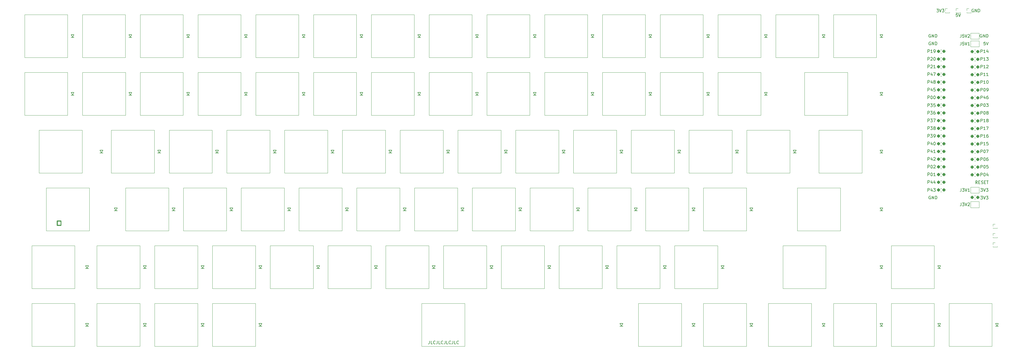
<source format=gto>
G04 #@! TF.GenerationSoftware,KiCad,Pcbnew,7.0.10*
G04 #@! TF.CreationDate,2024-01-23T22:17:01-03:00*
G04 #@! TF.ProjectId,PCB,5043422e-6b69-4636-9164-5f7063625858,V1.0*
G04 #@! TF.SameCoordinates,Original*
G04 #@! TF.FileFunction,Legend,Top*
G04 #@! TF.FilePolarity,Positive*
%FSLAX46Y46*%
G04 Gerber Fmt 4.6, Leading zero omitted, Abs format (unit mm)*
G04 Created by KiCad (PCBNEW 7.0.10) date 2024-01-23 22:17:01*
%MOMM*%
%LPD*%
G01*
G04 APERTURE LIST*
G04 Aperture macros list*
%AMRoundRect*
0 Rectangle with rounded corners*
0 $1 Rounding radius*
0 $2 $3 $4 $5 $6 $7 $8 $9 X,Y pos of 4 corners*
0 Add a 4 corners polygon primitive as box body*
4,1,4,$2,$3,$4,$5,$6,$7,$8,$9,$2,$3,0*
0 Add four circle primitives for the rounded corners*
1,1,$1+$1,$2,$3*
1,1,$1+$1,$4,$5*
1,1,$1+$1,$6,$7*
1,1,$1+$1,$8,$9*
0 Add four rect primitives between the rounded corners*
20,1,$1+$1,$2,$3,$4,$5,0*
20,1,$1+$1,$4,$5,$6,$7,0*
20,1,$1+$1,$6,$7,$8,$9,0*
20,1,$1+$1,$8,$9,$2,$3,0*%
%AMFreePoly0*
4,1,6,1.000000,0.000000,0.500000,-0.750000,-0.500000,-0.750000,-0.500000,0.750000,0.500000,0.750000,1.000000,0.000000,1.000000,0.000000,$1*%
%AMFreePoly1*
4,1,6,0.500000,-0.750000,-0.650000,-0.750000,-0.150000,0.000000,-0.650000,0.750000,0.500000,0.750000,0.500000,-0.750000,0.500000,-0.750000,$1*%
G04 Aperture macros list end*
%ADD10C,0.150000*%
%ADD11C,0.120000*%
%ADD12C,0.300000*%
%ADD13R,1.300000X1.400000*%
%ADD14C,1.750000*%
%ADD15C,4.000000*%
%ADD16C,2.500000*%
%ADD17RoundRect,0.237500X0.250000X0.237500X-0.250000X0.237500X-0.250000X-0.237500X0.250000X-0.237500X0*%
%ADD18RoundRect,0.237500X-0.250000X-0.237500X0.250000X-0.237500X0.250000X0.237500X-0.250000X0.237500X0*%
%ADD19FreePoly0,0.000000*%
%ADD20FreePoly1,0.000000*%
%ADD21C,3.048000*%
%ADD22C,3.987800*%
%ADD23R,2.000000X1.200000*%
%ADD24O,2.000000X1.200000*%
%ADD25R,1.000000X1.000000*%
%ADD26C,1.000000*%
%ADD27R,0.914000X1.000000*%
G04 APERTURE END LIST*
D10*
X164544951Y-138646819D02*
X164544951Y-139361104D01*
X164544951Y-139361104D02*
X164497332Y-139503961D01*
X164497332Y-139503961D02*
X164402094Y-139599200D01*
X164402094Y-139599200D02*
X164259237Y-139646819D01*
X164259237Y-139646819D02*
X164163999Y-139646819D01*
X165497332Y-139646819D02*
X165021142Y-139646819D01*
X165021142Y-139646819D02*
X165021142Y-138646819D01*
X166402094Y-139551580D02*
X166354475Y-139599200D01*
X166354475Y-139599200D02*
X166211618Y-139646819D01*
X166211618Y-139646819D02*
X166116380Y-139646819D01*
X166116380Y-139646819D02*
X165973523Y-139599200D01*
X165973523Y-139599200D02*
X165878285Y-139503961D01*
X165878285Y-139503961D02*
X165830666Y-139408723D01*
X165830666Y-139408723D02*
X165783047Y-139218247D01*
X165783047Y-139218247D02*
X165783047Y-139075390D01*
X165783047Y-139075390D02*
X165830666Y-138884914D01*
X165830666Y-138884914D02*
X165878285Y-138789676D01*
X165878285Y-138789676D02*
X165973523Y-138694438D01*
X165973523Y-138694438D02*
X166116380Y-138646819D01*
X166116380Y-138646819D02*
X166211618Y-138646819D01*
X166211618Y-138646819D02*
X166354475Y-138694438D01*
X166354475Y-138694438D02*
X166402094Y-138742057D01*
X167116380Y-138646819D02*
X167116380Y-139361104D01*
X167116380Y-139361104D02*
X167068761Y-139503961D01*
X167068761Y-139503961D02*
X166973523Y-139599200D01*
X166973523Y-139599200D02*
X166830666Y-139646819D01*
X166830666Y-139646819D02*
X166735428Y-139646819D01*
X168068761Y-139646819D02*
X167592571Y-139646819D01*
X167592571Y-139646819D02*
X167592571Y-138646819D01*
X168973523Y-139551580D02*
X168925904Y-139599200D01*
X168925904Y-139599200D02*
X168783047Y-139646819D01*
X168783047Y-139646819D02*
X168687809Y-139646819D01*
X168687809Y-139646819D02*
X168544952Y-139599200D01*
X168544952Y-139599200D02*
X168449714Y-139503961D01*
X168449714Y-139503961D02*
X168402095Y-139408723D01*
X168402095Y-139408723D02*
X168354476Y-139218247D01*
X168354476Y-139218247D02*
X168354476Y-139075390D01*
X168354476Y-139075390D02*
X168402095Y-138884914D01*
X168402095Y-138884914D02*
X168449714Y-138789676D01*
X168449714Y-138789676D02*
X168544952Y-138694438D01*
X168544952Y-138694438D02*
X168687809Y-138646819D01*
X168687809Y-138646819D02*
X168783047Y-138646819D01*
X168783047Y-138646819D02*
X168925904Y-138694438D01*
X168925904Y-138694438D02*
X168973523Y-138742057D01*
X169687809Y-138646819D02*
X169687809Y-139361104D01*
X169687809Y-139361104D02*
X169640190Y-139503961D01*
X169640190Y-139503961D02*
X169544952Y-139599200D01*
X169544952Y-139599200D02*
X169402095Y-139646819D01*
X169402095Y-139646819D02*
X169306857Y-139646819D01*
X170640190Y-139646819D02*
X170164000Y-139646819D01*
X170164000Y-139646819D02*
X170164000Y-138646819D01*
X171544952Y-139551580D02*
X171497333Y-139599200D01*
X171497333Y-139599200D02*
X171354476Y-139646819D01*
X171354476Y-139646819D02*
X171259238Y-139646819D01*
X171259238Y-139646819D02*
X171116381Y-139599200D01*
X171116381Y-139599200D02*
X171021143Y-139503961D01*
X171021143Y-139503961D02*
X170973524Y-139408723D01*
X170973524Y-139408723D02*
X170925905Y-139218247D01*
X170925905Y-139218247D02*
X170925905Y-139075390D01*
X170925905Y-139075390D02*
X170973524Y-138884914D01*
X170973524Y-138884914D02*
X171021143Y-138789676D01*
X171021143Y-138789676D02*
X171116381Y-138694438D01*
X171116381Y-138694438D02*
X171259238Y-138646819D01*
X171259238Y-138646819D02*
X171354476Y-138646819D01*
X171354476Y-138646819D02*
X171497333Y-138694438D01*
X171497333Y-138694438D02*
X171544952Y-138742057D01*
X172259238Y-138646819D02*
X172259238Y-139361104D01*
X172259238Y-139361104D02*
X172211619Y-139503961D01*
X172211619Y-139503961D02*
X172116381Y-139599200D01*
X172116381Y-139599200D02*
X171973524Y-139646819D01*
X171973524Y-139646819D02*
X171878286Y-139646819D01*
X173211619Y-139646819D02*
X172735429Y-139646819D01*
X172735429Y-139646819D02*
X172735429Y-138646819D01*
X174116381Y-139551580D02*
X174068762Y-139599200D01*
X174068762Y-139599200D02*
X173925905Y-139646819D01*
X173925905Y-139646819D02*
X173830667Y-139646819D01*
X173830667Y-139646819D02*
X173687810Y-139599200D01*
X173687810Y-139599200D02*
X173592572Y-139503961D01*
X173592572Y-139503961D02*
X173544953Y-139408723D01*
X173544953Y-139408723D02*
X173497334Y-139218247D01*
X173497334Y-139218247D02*
X173497334Y-139075390D01*
X173497334Y-139075390D02*
X173544953Y-138884914D01*
X173544953Y-138884914D02*
X173592572Y-138789676D01*
X173592572Y-138789676D02*
X173687810Y-138694438D01*
X173687810Y-138694438D02*
X173830667Y-138646819D01*
X173830667Y-138646819D02*
X173925905Y-138646819D01*
X173925905Y-138646819D02*
X174068762Y-138694438D01*
X174068762Y-138694438D02*
X174116381Y-138742057D01*
X339828654Y-88354819D02*
X339828654Y-89069104D01*
X339828654Y-89069104D02*
X339781035Y-89211961D01*
X339781035Y-89211961D02*
X339685797Y-89307200D01*
X339685797Y-89307200D02*
X339542940Y-89354819D01*
X339542940Y-89354819D02*
X339447702Y-89354819D01*
X340209607Y-88354819D02*
X340828654Y-88354819D01*
X340828654Y-88354819D02*
X340495321Y-88735771D01*
X340495321Y-88735771D02*
X340638178Y-88735771D01*
X340638178Y-88735771D02*
X340733416Y-88783390D01*
X340733416Y-88783390D02*
X340781035Y-88831009D01*
X340781035Y-88831009D02*
X340828654Y-88926247D01*
X340828654Y-88926247D02*
X340828654Y-89164342D01*
X340828654Y-89164342D02*
X340781035Y-89259580D01*
X340781035Y-89259580D02*
X340733416Y-89307200D01*
X340733416Y-89307200D02*
X340638178Y-89354819D01*
X340638178Y-89354819D02*
X340352464Y-89354819D01*
X340352464Y-89354819D02*
X340257226Y-89307200D01*
X340257226Y-89307200D02*
X340209607Y-89259580D01*
X341114369Y-88354819D02*
X341447702Y-89354819D01*
X341447702Y-89354819D02*
X341781035Y-88354819D01*
X342638178Y-89354819D02*
X342066750Y-89354819D01*
X342352464Y-89354819D02*
X342352464Y-88354819D01*
X342352464Y-88354819D02*
X342257226Y-88497676D01*
X342257226Y-88497676D02*
X342161988Y-88592914D01*
X342161988Y-88592914D02*
X342066750Y-88640533D01*
X339828654Y-37554819D02*
X339828654Y-38269104D01*
X339828654Y-38269104D02*
X339781035Y-38411961D01*
X339781035Y-38411961D02*
X339685797Y-38507200D01*
X339685797Y-38507200D02*
X339542940Y-38554819D01*
X339542940Y-38554819D02*
X339447702Y-38554819D01*
X340781035Y-37554819D02*
X340304845Y-37554819D01*
X340304845Y-37554819D02*
X340257226Y-38031009D01*
X340257226Y-38031009D02*
X340304845Y-37983390D01*
X340304845Y-37983390D02*
X340400083Y-37935771D01*
X340400083Y-37935771D02*
X340638178Y-37935771D01*
X340638178Y-37935771D02*
X340733416Y-37983390D01*
X340733416Y-37983390D02*
X340781035Y-38031009D01*
X340781035Y-38031009D02*
X340828654Y-38126247D01*
X340828654Y-38126247D02*
X340828654Y-38364342D01*
X340828654Y-38364342D02*
X340781035Y-38459580D01*
X340781035Y-38459580D02*
X340733416Y-38507200D01*
X340733416Y-38507200D02*
X340638178Y-38554819D01*
X340638178Y-38554819D02*
X340400083Y-38554819D01*
X340400083Y-38554819D02*
X340304845Y-38507200D01*
X340304845Y-38507200D02*
X340257226Y-38459580D01*
X341114369Y-37554819D02*
X341447702Y-38554819D01*
X341447702Y-38554819D02*
X341781035Y-37554819D01*
X342066750Y-37650057D02*
X342114369Y-37602438D01*
X342114369Y-37602438D02*
X342209607Y-37554819D01*
X342209607Y-37554819D02*
X342447702Y-37554819D01*
X342447702Y-37554819D02*
X342542940Y-37602438D01*
X342542940Y-37602438D02*
X342590559Y-37650057D01*
X342590559Y-37650057D02*
X342638178Y-37745295D01*
X342638178Y-37745295D02*
X342638178Y-37840533D01*
X342638178Y-37840533D02*
X342590559Y-37983390D01*
X342590559Y-37983390D02*
X342019131Y-38554819D01*
X342019131Y-38554819D02*
X342638178Y-38554819D01*
X346284779Y-63910695D02*
X346284779Y-62910695D01*
X346284779Y-62910695D02*
X346665731Y-62910695D01*
X346665731Y-62910695D02*
X346760969Y-62958314D01*
X346760969Y-62958314D02*
X346808588Y-63005933D01*
X346808588Y-63005933D02*
X346856207Y-63101171D01*
X346856207Y-63101171D02*
X346856207Y-63244028D01*
X346856207Y-63244028D02*
X346808588Y-63339266D01*
X346808588Y-63339266D02*
X346760969Y-63386885D01*
X346760969Y-63386885D02*
X346665731Y-63434504D01*
X346665731Y-63434504D02*
X346284779Y-63434504D01*
X347475255Y-62910695D02*
X347570493Y-62910695D01*
X347570493Y-62910695D02*
X347665731Y-62958314D01*
X347665731Y-62958314D02*
X347713350Y-63005933D01*
X347713350Y-63005933D02*
X347760969Y-63101171D01*
X347760969Y-63101171D02*
X347808588Y-63291647D01*
X347808588Y-63291647D02*
X347808588Y-63529742D01*
X347808588Y-63529742D02*
X347760969Y-63720218D01*
X347760969Y-63720218D02*
X347713350Y-63815456D01*
X347713350Y-63815456D02*
X347665731Y-63863076D01*
X347665731Y-63863076D02*
X347570493Y-63910695D01*
X347570493Y-63910695D02*
X347475255Y-63910695D01*
X347475255Y-63910695D02*
X347380017Y-63863076D01*
X347380017Y-63863076D02*
X347332398Y-63815456D01*
X347332398Y-63815456D02*
X347284779Y-63720218D01*
X347284779Y-63720218D02*
X347237160Y-63529742D01*
X347237160Y-63529742D02*
X347237160Y-63291647D01*
X347237160Y-63291647D02*
X347284779Y-63101171D01*
X347284779Y-63101171D02*
X347332398Y-63005933D01*
X347332398Y-63005933D02*
X347380017Y-62958314D01*
X347380017Y-62958314D02*
X347475255Y-62910695D01*
X348380017Y-63339266D02*
X348284779Y-63291647D01*
X348284779Y-63291647D02*
X348237160Y-63244028D01*
X348237160Y-63244028D02*
X348189541Y-63148790D01*
X348189541Y-63148790D02*
X348189541Y-63101171D01*
X348189541Y-63101171D02*
X348237160Y-63005933D01*
X348237160Y-63005933D02*
X348284779Y-62958314D01*
X348284779Y-62958314D02*
X348380017Y-62910695D01*
X348380017Y-62910695D02*
X348570493Y-62910695D01*
X348570493Y-62910695D02*
X348665731Y-62958314D01*
X348665731Y-62958314D02*
X348713350Y-63005933D01*
X348713350Y-63005933D02*
X348760969Y-63101171D01*
X348760969Y-63101171D02*
X348760969Y-63148790D01*
X348760969Y-63148790D02*
X348713350Y-63244028D01*
X348713350Y-63244028D02*
X348665731Y-63291647D01*
X348665731Y-63291647D02*
X348570493Y-63339266D01*
X348570493Y-63339266D02*
X348380017Y-63339266D01*
X348380017Y-63339266D02*
X348284779Y-63386885D01*
X348284779Y-63386885D02*
X348237160Y-63434504D01*
X348237160Y-63434504D02*
X348189541Y-63529742D01*
X348189541Y-63529742D02*
X348189541Y-63720218D01*
X348189541Y-63720218D02*
X348237160Y-63815456D01*
X348237160Y-63815456D02*
X348284779Y-63863076D01*
X348284779Y-63863076D02*
X348380017Y-63910695D01*
X348380017Y-63910695D02*
X348570493Y-63910695D01*
X348570493Y-63910695D02*
X348665731Y-63863076D01*
X348665731Y-63863076D02*
X348713350Y-63815456D01*
X348713350Y-63815456D02*
X348760969Y-63720218D01*
X348760969Y-63720218D02*
X348760969Y-63529742D01*
X348760969Y-63529742D02*
X348713350Y-63434504D01*
X348713350Y-63434504D02*
X348665731Y-63386885D01*
X348665731Y-63386885D02*
X348570493Y-63339266D01*
X346284779Y-68990695D02*
X346284779Y-67990695D01*
X346284779Y-67990695D02*
X346665731Y-67990695D01*
X346665731Y-67990695D02*
X346760969Y-68038314D01*
X346760969Y-68038314D02*
X346808588Y-68085933D01*
X346808588Y-68085933D02*
X346856207Y-68181171D01*
X346856207Y-68181171D02*
X346856207Y-68324028D01*
X346856207Y-68324028D02*
X346808588Y-68419266D01*
X346808588Y-68419266D02*
X346760969Y-68466885D01*
X346760969Y-68466885D02*
X346665731Y-68514504D01*
X346665731Y-68514504D02*
X346284779Y-68514504D01*
X347808588Y-68990695D02*
X347237160Y-68990695D01*
X347522874Y-68990695D02*
X347522874Y-67990695D01*
X347522874Y-67990695D02*
X347427636Y-68133552D01*
X347427636Y-68133552D02*
X347332398Y-68228790D01*
X347332398Y-68228790D02*
X347237160Y-68276409D01*
X348141922Y-67990695D02*
X348808588Y-67990695D01*
X348808588Y-67990695D02*
X348380017Y-68990695D01*
X329743630Y-90898314D02*
X329648392Y-90850695D01*
X329648392Y-90850695D02*
X329505535Y-90850695D01*
X329505535Y-90850695D02*
X329362678Y-90898314D01*
X329362678Y-90898314D02*
X329267440Y-90993552D01*
X329267440Y-90993552D02*
X329219821Y-91088790D01*
X329219821Y-91088790D02*
X329172202Y-91279266D01*
X329172202Y-91279266D02*
X329172202Y-91422123D01*
X329172202Y-91422123D02*
X329219821Y-91612599D01*
X329219821Y-91612599D02*
X329267440Y-91707837D01*
X329267440Y-91707837D02*
X329362678Y-91803076D01*
X329362678Y-91803076D02*
X329505535Y-91850695D01*
X329505535Y-91850695D02*
X329600773Y-91850695D01*
X329600773Y-91850695D02*
X329743630Y-91803076D01*
X329743630Y-91803076D02*
X329791249Y-91755456D01*
X329791249Y-91755456D02*
X329791249Y-91422123D01*
X329791249Y-91422123D02*
X329600773Y-91422123D01*
X330219821Y-91850695D02*
X330219821Y-90850695D01*
X330219821Y-90850695D02*
X330791249Y-91850695D01*
X330791249Y-91850695D02*
X330791249Y-90850695D01*
X331267440Y-91850695D02*
X331267440Y-90850695D01*
X331267440Y-90850695D02*
X331505535Y-90850695D01*
X331505535Y-90850695D02*
X331648392Y-90898314D01*
X331648392Y-90898314D02*
X331743630Y-90993552D01*
X331743630Y-90993552D02*
X331791249Y-91088790D01*
X331791249Y-91088790D02*
X331838868Y-91279266D01*
X331838868Y-91279266D02*
X331838868Y-91422123D01*
X331838868Y-91422123D02*
X331791249Y-91612599D01*
X331791249Y-91612599D02*
X331743630Y-91707837D01*
X331743630Y-91707837D02*
X331648392Y-91803076D01*
X331648392Y-91803076D02*
X331505535Y-91850695D01*
X331505535Y-91850695D02*
X331267440Y-91850695D01*
X328831649Y-71526899D02*
X328831649Y-70526899D01*
X328831649Y-70526899D02*
X329212601Y-70526899D01*
X329212601Y-70526899D02*
X329307839Y-70574518D01*
X329307839Y-70574518D02*
X329355458Y-70622137D01*
X329355458Y-70622137D02*
X329403077Y-70717375D01*
X329403077Y-70717375D02*
X329403077Y-70860232D01*
X329403077Y-70860232D02*
X329355458Y-70955470D01*
X329355458Y-70955470D02*
X329307839Y-71003089D01*
X329307839Y-71003089D02*
X329212601Y-71050708D01*
X329212601Y-71050708D02*
X328831649Y-71050708D01*
X329736411Y-70526899D02*
X330355458Y-70526899D01*
X330355458Y-70526899D02*
X330022125Y-70907851D01*
X330022125Y-70907851D02*
X330164982Y-70907851D01*
X330164982Y-70907851D02*
X330260220Y-70955470D01*
X330260220Y-70955470D02*
X330307839Y-71003089D01*
X330307839Y-71003089D02*
X330355458Y-71098327D01*
X330355458Y-71098327D02*
X330355458Y-71336422D01*
X330355458Y-71336422D02*
X330307839Y-71431660D01*
X330307839Y-71431660D02*
X330260220Y-71479280D01*
X330260220Y-71479280D02*
X330164982Y-71526899D01*
X330164982Y-71526899D02*
X329879268Y-71526899D01*
X329879268Y-71526899D02*
X329784030Y-71479280D01*
X329784030Y-71479280D02*
X329736411Y-71431660D01*
X330831649Y-71526899D02*
X331022125Y-71526899D01*
X331022125Y-71526899D02*
X331117363Y-71479280D01*
X331117363Y-71479280D02*
X331164982Y-71431660D01*
X331164982Y-71431660D02*
X331260220Y-71288803D01*
X331260220Y-71288803D02*
X331307839Y-71098327D01*
X331307839Y-71098327D02*
X331307839Y-70717375D01*
X331307839Y-70717375D02*
X331260220Y-70622137D01*
X331260220Y-70622137D02*
X331212601Y-70574518D01*
X331212601Y-70574518D02*
X331117363Y-70526899D01*
X331117363Y-70526899D02*
X330926887Y-70526899D01*
X330926887Y-70526899D02*
X330831649Y-70574518D01*
X330831649Y-70574518D02*
X330784030Y-70622137D01*
X330784030Y-70622137D02*
X330736411Y-70717375D01*
X330736411Y-70717375D02*
X330736411Y-70955470D01*
X330736411Y-70955470D02*
X330784030Y-71050708D01*
X330784030Y-71050708D02*
X330831649Y-71098327D01*
X330831649Y-71098327D02*
X330926887Y-71145946D01*
X330926887Y-71145946D02*
X331117363Y-71145946D01*
X331117363Y-71145946D02*
X331212601Y-71098327D01*
X331212601Y-71098327D02*
X331260220Y-71050708D01*
X331260220Y-71050708D02*
X331307839Y-70955470D01*
X328831649Y-68986899D02*
X328831649Y-67986899D01*
X328831649Y-67986899D02*
X329212601Y-67986899D01*
X329212601Y-67986899D02*
X329307839Y-68034518D01*
X329307839Y-68034518D02*
X329355458Y-68082137D01*
X329355458Y-68082137D02*
X329403077Y-68177375D01*
X329403077Y-68177375D02*
X329403077Y-68320232D01*
X329403077Y-68320232D02*
X329355458Y-68415470D01*
X329355458Y-68415470D02*
X329307839Y-68463089D01*
X329307839Y-68463089D02*
X329212601Y-68510708D01*
X329212601Y-68510708D02*
X328831649Y-68510708D01*
X329736411Y-67986899D02*
X330355458Y-67986899D01*
X330355458Y-67986899D02*
X330022125Y-68367851D01*
X330022125Y-68367851D02*
X330164982Y-68367851D01*
X330164982Y-68367851D02*
X330260220Y-68415470D01*
X330260220Y-68415470D02*
X330307839Y-68463089D01*
X330307839Y-68463089D02*
X330355458Y-68558327D01*
X330355458Y-68558327D02*
X330355458Y-68796422D01*
X330355458Y-68796422D02*
X330307839Y-68891660D01*
X330307839Y-68891660D02*
X330260220Y-68939280D01*
X330260220Y-68939280D02*
X330164982Y-68986899D01*
X330164982Y-68986899D02*
X329879268Y-68986899D01*
X329879268Y-68986899D02*
X329784030Y-68939280D01*
X329784030Y-68939280D02*
X329736411Y-68891660D01*
X330926887Y-68415470D02*
X330831649Y-68367851D01*
X330831649Y-68367851D02*
X330784030Y-68320232D01*
X330784030Y-68320232D02*
X330736411Y-68224994D01*
X330736411Y-68224994D02*
X330736411Y-68177375D01*
X330736411Y-68177375D02*
X330784030Y-68082137D01*
X330784030Y-68082137D02*
X330831649Y-68034518D01*
X330831649Y-68034518D02*
X330926887Y-67986899D01*
X330926887Y-67986899D02*
X331117363Y-67986899D01*
X331117363Y-67986899D02*
X331212601Y-68034518D01*
X331212601Y-68034518D02*
X331260220Y-68082137D01*
X331260220Y-68082137D02*
X331307839Y-68177375D01*
X331307839Y-68177375D02*
X331307839Y-68224994D01*
X331307839Y-68224994D02*
X331260220Y-68320232D01*
X331260220Y-68320232D02*
X331212601Y-68367851D01*
X331212601Y-68367851D02*
X331117363Y-68415470D01*
X331117363Y-68415470D02*
X330926887Y-68415470D01*
X330926887Y-68415470D02*
X330831649Y-68463089D01*
X330831649Y-68463089D02*
X330784030Y-68510708D01*
X330784030Y-68510708D02*
X330736411Y-68605946D01*
X330736411Y-68605946D02*
X330736411Y-68796422D01*
X330736411Y-68796422D02*
X330784030Y-68891660D01*
X330784030Y-68891660D02*
X330831649Y-68939280D01*
X330831649Y-68939280D02*
X330926887Y-68986899D01*
X330926887Y-68986899D02*
X331117363Y-68986899D01*
X331117363Y-68986899D02*
X331212601Y-68939280D01*
X331212601Y-68939280D02*
X331260220Y-68891660D01*
X331260220Y-68891660D02*
X331307839Y-68796422D01*
X331307839Y-68796422D02*
X331307839Y-68605946D01*
X331307839Y-68605946D02*
X331260220Y-68510708D01*
X331260220Y-68510708D02*
X331212601Y-68463089D01*
X331212601Y-68463089D02*
X331117363Y-68415470D01*
X328831649Y-63906899D02*
X328831649Y-62906899D01*
X328831649Y-62906899D02*
X329212601Y-62906899D01*
X329212601Y-62906899D02*
X329307839Y-62954518D01*
X329307839Y-62954518D02*
X329355458Y-63002137D01*
X329355458Y-63002137D02*
X329403077Y-63097375D01*
X329403077Y-63097375D02*
X329403077Y-63240232D01*
X329403077Y-63240232D02*
X329355458Y-63335470D01*
X329355458Y-63335470D02*
X329307839Y-63383089D01*
X329307839Y-63383089D02*
X329212601Y-63430708D01*
X329212601Y-63430708D02*
X328831649Y-63430708D01*
X329736411Y-62906899D02*
X330355458Y-62906899D01*
X330355458Y-62906899D02*
X330022125Y-63287851D01*
X330022125Y-63287851D02*
X330164982Y-63287851D01*
X330164982Y-63287851D02*
X330260220Y-63335470D01*
X330260220Y-63335470D02*
X330307839Y-63383089D01*
X330307839Y-63383089D02*
X330355458Y-63478327D01*
X330355458Y-63478327D02*
X330355458Y-63716422D01*
X330355458Y-63716422D02*
X330307839Y-63811660D01*
X330307839Y-63811660D02*
X330260220Y-63859280D01*
X330260220Y-63859280D02*
X330164982Y-63906899D01*
X330164982Y-63906899D02*
X329879268Y-63906899D01*
X329879268Y-63906899D02*
X329784030Y-63859280D01*
X329784030Y-63859280D02*
X329736411Y-63811660D01*
X331212601Y-62906899D02*
X331022125Y-62906899D01*
X331022125Y-62906899D02*
X330926887Y-62954518D01*
X330926887Y-62954518D02*
X330879268Y-63002137D01*
X330879268Y-63002137D02*
X330784030Y-63144994D01*
X330784030Y-63144994D02*
X330736411Y-63335470D01*
X330736411Y-63335470D02*
X330736411Y-63716422D01*
X330736411Y-63716422D02*
X330784030Y-63811660D01*
X330784030Y-63811660D02*
X330831649Y-63859280D01*
X330831649Y-63859280D02*
X330926887Y-63906899D01*
X330926887Y-63906899D02*
X331117363Y-63906899D01*
X331117363Y-63906899D02*
X331212601Y-63859280D01*
X331212601Y-63859280D02*
X331260220Y-63811660D01*
X331260220Y-63811660D02*
X331307839Y-63716422D01*
X331307839Y-63716422D02*
X331307839Y-63478327D01*
X331307839Y-63478327D02*
X331260220Y-63383089D01*
X331260220Y-63383089D02*
X331212601Y-63335470D01*
X331212601Y-63335470D02*
X331117363Y-63287851D01*
X331117363Y-63287851D02*
X330926887Y-63287851D01*
X330926887Y-63287851D02*
X330831649Y-63335470D01*
X330831649Y-63335470D02*
X330784030Y-63383089D01*
X330784030Y-63383089D02*
X330736411Y-63478327D01*
X346284779Y-46130695D02*
X346284779Y-45130695D01*
X346284779Y-45130695D02*
X346665731Y-45130695D01*
X346665731Y-45130695D02*
X346760969Y-45178314D01*
X346760969Y-45178314D02*
X346808588Y-45225933D01*
X346808588Y-45225933D02*
X346856207Y-45321171D01*
X346856207Y-45321171D02*
X346856207Y-45464028D01*
X346856207Y-45464028D02*
X346808588Y-45559266D01*
X346808588Y-45559266D02*
X346760969Y-45606885D01*
X346760969Y-45606885D02*
X346665731Y-45654504D01*
X346665731Y-45654504D02*
X346284779Y-45654504D01*
X347808588Y-46130695D02*
X347237160Y-46130695D01*
X347522874Y-46130695D02*
X347522874Y-45130695D01*
X347522874Y-45130695D02*
X347427636Y-45273552D01*
X347427636Y-45273552D02*
X347332398Y-45368790D01*
X347332398Y-45368790D02*
X347237160Y-45416409D01*
X348141922Y-45130695D02*
X348760969Y-45130695D01*
X348760969Y-45130695D02*
X348427636Y-45511647D01*
X348427636Y-45511647D02*
X348570493Y-45511647D01*
X348570493Y-45511647D02*
X348665731Y-45559266D01*
X348665731Y-45559266D02*
X348713350Y-45606885D01*
X348713350Y-45606885D02*
X348760969Y-45702123D01*
X348760969Y-45702123D02*
X348760969Y-45940218D01*
X348760969Y-45940218D02*
X348713350Y-46035456D01*
X348713350Y-46035456D02*
X348665731Y-46083076D01*
X348665731Y-46083076D02*
X348570493Y-46130695D01*
X348570493Y-46130695D02*
X348284779Y-46130695D01*
X348284779Y-46130695D02*
X348189541Y-46083076D01*
X348189541Y-46083076D02*
X348141922Y-46035456D01*
X347798497Y-40053415D02*
X347322307Y-40053415D01*
X347322307Y-40053415D02*
X347274688Y-40529605D01*
X347274688Y-40529605D02*
X347322307Y-40481986D01*
X347322307Y-40481986D02*
X347417545Y-40434367D01*
X347417545Y-40434367D02*
X347655640Y-40434367D01*
X347655640Y-40434367D02*
X347750878Y-40481986D01*
X347750878Y-40481986D02*
X347798497Y-40529605D01*
X347798497Y-40529605D02*
X347846116Y-40624843D01*
X347846116Y-40624843D02*
X347846116Y-40862938D01*
X347846116Y-40862938D02*
X347798497Y-40958176D01*
X347798497Y-40958176D02*
X347750878Y-41005796D01*
X347750878Y-41005796D02*
X347655640Y-41053415D01*
X347655640Y-41053415D02*
X347417545Y-41053415D01*
X347417545Y-41053415D02*
X347322307Y-41005796D01*
X347322307Y-41005796D02*
X347274688Y-40958176D01*
X348131831Y-40053415D02*
X348465164Y-41053415D01*
X348465164Y-41053415D02*
X348798497Y-40053415D01*
X328831649Y-79146899D02*
X328831649Y-78146899D01*
X328831649Y-78146899D02*
X329212601Y-78146899D01*
X329212601Y-78146899D02*
X329307839Y-78194518D01*
X329307839Y-78194518D02*
X329355458Y-78242137D01*
X329355458Y-78242137D02*
X329403077Y-78337375D01*
X329403077Y-78337375D02*
X329403077Y-78480232D01*
X329403077Y-78480232D02*
X329355458Y-78575470D01*
X329355458Y-78575470D02*
X329307839Y-78623089D01*
X329307839Y-78623089D02*
X329212601Y-78670708D01*
X329212601Y-78670708D02*
X328831649Y-78670708D01*
X330260220Y-78480232D02*
X330260220Y-79146899D01*
X330022125Y-78099280D02*
X329784030Y-78813565D01*
X329784030Y-78813565D02*
X330403077Y-78813565D01*
X330736411Y-78242137D02*
X330784030Y-78194518D01*
X330784030Y-78194518D02*
X330879268Y-78146899D01*
X330879268Y-78146899D02*
X331117363Y-78146899D01*
X331117363Y-78146899D02*
X331212601Y-78194518D01*
X331212601Y-78194518D02*
X331260220Y-78242137D01*
X331260220Y-78242137D02*
X331307839Y-78337375D01*
X331307839Y-78337375D02*
X331307839Y-78432613D01*
X331307839Y-78432613D02*
X331260220Y-78575470D01*
X331260220Y-78575470D02*
X330688792Y-79146899D01*
X330688792Y-79146899D02*
X331307839Y-79146899D01*
X328831649Y-81686899D02*
X328831649Y-80686899D01*
X328831649Y-80686899D02*
X329212601Y-80686899D01*
X329212601Y-80686899D02*
X329307839Y-80734518D01*
X329307839Y-80734518D02*
X329355458Y-80782137D01*
X329355458Y-80782137D02*
X329403077Y-80877375D01*
X329403077Y-80877375D02*
X329403077Y-81020232D01*
X329403077Y-81020232D02*
X329355458Y-81115470D01*
X329355458Y-81115470D02*
X329307839Y-81163089D01*
X329307839Y-81163089D02*
X329212601Y-81210708D01*
X329212601Y-81210708D02*
X328831649Y-81210708D01*
X330022125Y-80686899D02*
X330117363Y-80686899D01*
X330117363Y-80686899D02*
X330212601Y-80734518D01*
X330212601Y-80734518D02*
X330260220Y-80782137D01*
X330260220Y-80782137D02*
X330307839Y-80877375D01*
X330307839Y-80877375D02*
X330355458Y-81067851D01*
X330355458Y-81067851D02*
X330355458Y-81305946D01*
X330355458Y-81305946D02*
X330307839Y-81496422D01*
X330307839Y-81496422D02*
X330260220Y-81591660D01*
X330260220Y-81591660D02*
X330212601Y-81639280D01*
X330212601Y-81639280D02*
X330117363Y-81686899D01*
X330117363Y-81686899D02*
X330022125Y-81686899D01*
X330022125Y-81686899D02*
X329926887Y-81639280D01*
X329926887Y-81639280D02*
X329879268Y-81591660D01*
X329879268Y-81591660D02*
X329831649Y-81496422D01*
X329831649Y-81496422D02*
X329784030Y-81305946D01*
X329784030Y-81305946D02*
X329784030Y-81067851D01*
X329784030Y-81067851D02*
X329831649Y-80877375D01*
X329831649Y-80877375D02*
X329879268Y-80782137D01*
X329879268Y-80782137D02*
X329926887Y-80734518D01*
X329926887Y-80734518D02*
X330022125Y-80686899D01*
X330736411Y-80782137D02*
X330784030Y-80734518D01*
X330784030Y-80734518D02*
X330879268Y-80686899D01*
X330879268Y-80686899D02*
X331117363Y-80686899D01*
X331117363Y-80686899D02*
X331212601Y-80734518D01*
X331212601Y-80734518D02*
X331260220Y-80782137D01*
X331260220Y-80782137D02*
X331307839Y-80877375D01*
X331307839Y-80877375D02*
X331307839Y-80972613D01*
X331307839Y-80972613D02*
X331260220Y-81115470D01*
X331260220Y-81115470D02*
X330688792Y-81686899D01*
X330688792Y-81686899D02*
X331307839Y-81686899D01*
X328831649Y-53746899D02*
X328831649Y-52746899D01*
X328831649Y-52746899D02*
X329212601Y-52746899D01*
X329212601Y-52746899D02*
X329307839Y-52794518D01*
X329307839Y-52794518D02*
X329355458Y-52842137D01*
X329355458Y-52842137D02*
X329403077Y-52937375D01*
X329403077Y-52937375D02*
X329403077Y-53080232D01*
X329403077Y-53080232D02*
X329355458Y-53175470D01*
X329355458Y-53175470D02*
X329307839Y-53223089D01*
X329307839Y-53223089D02*
X329212601Y-53270708D01*
X329212601Y-53270708D02*
X328831649Y-53270708D01*
X330260220Y-53080232D02*
X330260220Y-53746899D01*
X330022125Y-52699280D02*
X329784030Y-53413565D01*
X329784030Y-53413565D02*
X330403077Y-53413565D01*
X330926887Y-53175470D02*
X330831649Y-53127851D01*
X330831649Y-53127851D02*
X330784030Y-53080232D01*
X330784030Y-53080232D02*
X330736411Y-52984994D01*
X330736411Y-52984994D02*
X330736411Y-52937375D01*
X330736411Y-52937375D02*
X330784030Y-52842137D01*
X330784030Y-52842137D02*
X330831649Y-52794518D01*
X330831649Y-52794518D02*
X330926887Y-52746899D01*
X330926887Y-52746899D02*
X331117363Y-52746899D01*
X331117363Y-52746899D02*
X331212601Y-52794518D01*
X331212601Y-52794518D02*
X331260220Y-52842137D01*
X331260220Y-52842137D02*
X331307839Y-52937375D01*
X331307839Y-52937375D02*
X331307839Y-52984994D01*
X331307839Y-52984994D02*
X331260220Y-53080232D01*
X331260220Y-53080232D02*
X331212601Y-53127851D01*
X331212601Y-53127851D02*
X331117363Y-53175470D01*
X331117363Y-53175470D02*
X330926887Y-53175470D01*
X330926887Y-53175470D02*
X330831649Y-53223089D01*
X330831649Y-53223089D02*
X330784030Y-53270708D01*
X330784030Y-53270708D02*
X330736411Y-53365946D01*
X330736411Y-53365946D02*
X330736411Y-53556422D01*
X330736411Y-53556422D02*
X330784030Y-53651660D01*
X330784030Y-53651660D02*
X330831649Y-53699280D01*
X330831649Y-53699280D02*
X330926887Y-53746899D01*
X330926887Y-53746899D02*
X331117363Y-53746899D01*
X331117363Y-53746899D02*
X331212601Y-53699280D01*
X331212601Y-53699280D02*
X331260220Y-53651660D01*
X331260220Y-53651660D02*
X331307839Y-53556422D01*
X331307839Y-53556422D02*
X331307839Y-53365946D01*
X331307839Y-53365946D02*
X331260220Y-53270708D01*
X331260220Y-53270708D02*
X331212601Y-53223089D01*
X331212601Y-53223089D02*
X331117363Y-53175470D01*
X328831649Y-89354819D02*
X328831649Y-88354819D01*
X328831649Y-88354819D02*
X329212601Y-88354819D01*
X329212601Y-88354819D02*
X329307839Y-88402438D01*
X329307839Y-88402438D02*
X329355458Y-88450057D01*
X329355458Y-88450057D02*
X329403077Y-88545295D01*
X329403077Y-88545295D02*
X329403077Y-88688152D01*
X329403077Y-88688152D02*
X329355458Y-88783390D01*
X329355458Y-88783390D02*
X329307839Y-88831009D01*
X329307839Y-88831009D02*
X329212601Y-88878628D01*
X329212601Y-88878628D02*
X328831649Y-88878628D01*
X330260220Y-88688152D02*
X330260220Y-89354819D01*
X330022125Y-88307200D02*
X329784030Y-89021485D01*
X329784030Y-89021485D02*
X330403077Y-89021485D01*
X330688792Y-88354819D02*
X331307839Y-88354819D01*
X331307839Y-88354819D02*
X330974506Y-88735771D01*
X330974506Y-88735771D02*
X331117363Y-88735771D01*
X331117363Y-88735771D02*
X331212601Y-88783390D01*
X331212601Y-88783390D02*
X331260220Y-88831009D01*
X331260220Y-88831009D02*
X331307839Y-88926247D01*
X331307839Y-88926247D02*
X331307839Y-89164342D01*
X331307839Y-89164342D02*
X331260220Y-89259580D01*
X331260220Y-89259580D02*
X331212601Y-89307200D01*
X331212601Y-89307200D02*
X331117363Y-89354819D01*
X331117363Y-89354819D02*
X330831649Y-89354819D01*
X330831649Y-89354819D02*
X330736411Y-89307200D01*
X330736411Y-89307200D02*
X330688792Y-89259580D01*
X346284779Y-84274819D02*
X346284779Y-83274819D01*
X346284779Y-83274819D02*
X346665731Y-83274819D01*
X346665731Y-83274819D02*
X346760969Y-83322438D01*
X346760969Y-83322438D02*
X346808588Y-83370057D01*
X346808588Y-83370057D02*
X346856207Y-83465295D01*
X346856207Y-83465295D02*
X346856207Y-83608152D01*
X346856207Y-83608152D02*
X346808588Y-83703390D01*
X346808588Y-83703390D02*
X346760969Y-83751009D01*
X346760969Y-83751009D02*
X346665731Y-83798628D01*
X346665731Y-83798628D02*
X346284779Y-83798628D01*
X347475255Y-83274819D02*
X347570493Y-83274819D01*
X347570493Y-83274819D02*
X347665731Y-83322438D01*
X347665731Y-83322438D02*
X347713350Y-83370057D01*
X347713350Y-83370057D02*
X347760969Y-83465295D01*
X347760969Y-83465295D02*
X347808588Y-83655771D01*
X347808588Y-83655771D02*
X347808588Y-83893866D01*
X347808588Y-83893866D02*
X347760969Y-84084342D01*
X347760969Y-84084342D02*
X347713350Y-84179580D01*
X347713350Y-84179580D02*
X347665731Y-84227200D01*
X347665731Y-84227200D02*
X347570493Y-84274819D01*
X347570493Y-84274819D02*
X347475255Y-84274819D01*
X347475255Y-84274819D02*
X347380017Y-84227200D01*
X347380017Y-84227200D02*
X347332398Y-84179580D01*
X347332398Y-84179580D02*
X347284779Y-84084342D01*
X347284779Y-84084342D02*
X347237160Y-83893866D01*
X347237160Y-83893866D02*
X347237160Y-83655771D01*
X347237160Y-83655771D02*
X347284779Y-83465295D01*
X347284779Y-83465295D02*
X347332398Y-83370057D01*
X347332398Y-83370057D02*
X347380017Y-83322438D01*
X347380017Y-83322438D02*
X347475255Y-83274819D01*
X348665731Y-83608152D02*
X348665731Y-84274819D01*
X348427636Y-83227200D02*
X348189541Y-83941485D01*
X348189541Y-83941485D02*
X348808588Y-83941485D01*
X346284779Y-53750695D02*
X346284779Y-52750695D01*
X346284779Y-52750695D02*
X346665731Y-52750695D01*
X346665731Y-52750695D02*
X346760969Y-52798314D01*
X346760969Y-52798314D02*
X346808588Y-52845933D01*
X346808588Y-52845933D02*
X346856207Y-52941171D01*
X346856207Y-52941171D02*
X346856207Y-53084028D01*
X346856207Y-53084028D02*
X346808588Y-53179266D01*
X346808588Y-53179266D02*
X346760969Y-53226885D01*
X346760969Y-53226885D02*
X346665731Y-53274504D01*
X346665731Y-53274504D02*
X346284779Y-53274504D01*
X347808588Y-53750695D02*
X347237160Y-53750695D01*
X347522874Y-53750695D02*
X347522874Y-52750695D01*
X347522874Y-52750695D02*
X347427636Y-52893552D01*
X347427636Y-52893552D02*
X347332398Y-52988790D01*
X347332398Y-52988790D02*
X347237160Y-53036409D01*
X348427636Y-52750695D02*
X348522874Y-52750695D01*
X348522874Y-52750695D02*
X348618112Y-52798314D01*
X348618112Y-52798314D02*
X348665731Y-52845933D01*
X348665731Y-52845933D02*
X348713350Y-52941171D01*
X348713350Y-52941171D02*
X348760969Y-53131647D01*
X348760969Y-53131647D02*
X348760969Y-53369742D01*
X348760969Y-53369742D02*
X348713350Y-53560218D01*
X348713350Y-53560218D02*
X348665731Y-53655456D01*
X348665731Y-53655456D02*
X348618112Y-53703076D01*
X348618112Y-53703076D02*
X348522874Y-53750695D01*
X348522874Y-53750695D02*
X348427636Y-53750695D01*
X348427636Y-53750695D02*
X348332398Y-53703076D01*
X348332398Y-53703076D02*
X348284779Y-53655456D01*
X348284779Y-53655456D02*
X348237160Y-53560218D01*
X348237160Y-53560218D02*
X348189541Y-53369742D01*
X348189541Y-53369742D02*
X348189541Y-53131647D01*
X348189541Y-53131647D02*
X348237160Y-52941171D01*
X348237160Y-52941171D02*
X348284779Y-52845933D01*
X348284779Y-52845933D02*
X348332398Y-52798314D01*
X348332398Y-52798314D02*
X348427636Y-52750695D01*
X346284779Y-48670695D02*
X346284779Y-47670695D01*
X346284779Y-47670695D02*
X346665731Y-47670695D01*
X346665731Y-47670695D02*
X346760969Y-47718314D01*
X346760969Y-47718314D02*
X346808588Y-47765933D01*
X346808588Y-47765933D02*
X346856207Y-47861171D01*
X346856207Y-47861171D02*
X346856207Y-48004028D01*
X346856207Y-48004028D02*
X346808588Y-48099266D01*
X346808588Y-48099266D02*
X346760969Y-48146885D01*
X346760969Y-48146885D02*
X346665731Y-48194504D01*
X346665731Y-48194504D02*
X346284779Y-48194504D01*
X347808588Y-48670695D02*
X347237160Y-48670695D01*
X347522874Y-48670695D02*
X347522874Y-47670695D01*
X347522874Y-47670695D02*
X347427636Y-47813552D01*
X347427636Y-47813552D02*
X347332398Y-47908790D01*
X347332398Y-47908790D02*
X347237160Y-47956409D01*
X348189541Y-47765933D02*
X348237160Y-47718314D01*
X348237160Y-47718314D02*
X348332398Y-47670695D01*
X348332398Y-47670695D02*
X348570493Y-47670695D01*
X348570493Y-47670695D02*
X348665731Y-47718314D01*
X348665731Y-47718314D02*
X348713350Y-47765933D01*
X348713350Y-47765933D02*
X348760969Y-47861171D01*
X348760969Y-47861171D02*
X348760969Y-47956409D01*
X348760969Y-47956409D02*
X348713350Y-48099266D01*
X348713350Y-48099266D02*
X348141922Y-48670695D01*
X348141922Y-48670695D02*
X348760969Y-48670695D01*
X328831649Y-76606899D02*
X328831649Y-75606899D01*
X328831649Y-75606899D02*
X329212601Y-75606899D01*
X329212601Y-75606899D02*
X329307839Y-75654518D01*
X329307839Y-75654518D02*
X329355458Y-75702137D01*
X329355458Y-75702137D02*
X329403077Y-75797375D01*
X329403077Y-75797375D02*
X329403077Y-75940232D01*
X329403077Y-75940232D02*
X329355458Y-76035470D01*
X329355458Y-76035470D02*
X329307839Y-76083089D01*
X329307839Y-76083089D02*
X329212601Y-76130708D01*
X329212601Y-76130708D02*
X328831649Y-76130708D01*
X330260220Y-75940232D02*
X330260220Y-76606899D01*
X330022125Y-75559280D02*
X329784030Y-76273565D01*
X329784030Y-76273565D02*
X330403077Y-76273565D01*
X331307839Y-76606899D02*
X330736411Y-76606899D01*
X331022125Y-76606899D02*
X331022125Y-75606899D01*
X331022125Y-75606899D02*
X330926887Y-75749756D01*
X330926887Y-75749756D02*
X330831649Y-75844994D01*
X330831649Y-75844994D02*
X330736411Y-75892613D01*
X328831649Y-56286899D02*
X328831649Y-55286899D01*
X328831649Y-55286899D02*
X329212601Y-55286899D01*
X329212601Y-55286899D02*
X329307839Y-55334518D01*
X329307839Y-55334518D02*
X329355458Y-55382137D01*
X329355458Y-55382137D02*
X329403077Y-55477375D01*
X329403077Y-55477375D02*
X329403077Y-55620232D01*
X329403077Y-55620232D02*
X329355458Y-55715470D01*
X329355458Y-55715470D02*
X329307839Y-55763089D01*
X329307839Y-55763089D02*
X329212601Y-55810708D01*
X329212601Y-55810708D02*
X328831649Y-55810708D01*
X330260220Y-55620232D02*
X330260220Y-56286899D01*
X330022125Y-55239280D02*
X329784030Y-55953565D01*
X329784030Y-55953565D02*
X330403077Y-55953565D01*
X331260220Y-55286899D02*
X330784030Y-55286899D01*
X330784030Y-55286899D02*
X330736411Y-55763089D01*
X330736411Y-55763089D02*
X330784030Y-55715470D01*
X330784030Y-55715470D02*
X330879268Y-55667851D01*
X330879268Y-55667851D02*
X331117363Y-55667851D01*
X331117363Y-55667851D02*
X331212601Y-55715470D01*
X331212601Y-55715470D02*
X331260220Y-55763089D01*
X331260220Y-55763089D02*
X331307839Y-55858327D01*
X331307839Y-55858327D02*
X331307839Y-56096422D01*
X331307839Y-56096422D02*
X331260220Y-56191660D01*
X331260220Y-56191660D02*
X331212601Y-56239280D01*
X331212601Y-56239280D02*
X331117363Y-56286899D01*
X331117363Y-56286899D02*
X330879268Y-56286899D01*
X330879268Y-56286899D02*
X330784030Y-56239280D01*
X330784030Y-56239280D02*
X330736411Y-56191660D01*
X328831649Y-51206899D02*
X328831649Y-50206899D01*
X328831649Y-50206899D02*
X329212601Y-50206899D01*
X329212601Y-50206899D02*
X329307839Y-50254518D01*
X329307839Y-50254518D02*
X329355458Y-50302137D01*
X329355458Y-50302137D02*
X329403077Y-50397375D01*
X329403077Y-50397375D02*
X329403077Y-50540232D01*
X329403077Y-50540232D02*
X329355458Y-50635470D01*
X329355458Y-50635470D02*
X329307839Y-50683089D01*
X329307839Y-50683089D02*
X329212601Y-50730708D01*
X329212601Y-50730708D02*
X328831649Y-50730708D01*
X330260220Y-50540232D02*
X330260220Y-51206899D01*
X330022125Y-50159280D02*
X329784030Y-50873565D01*
X329784030Y-50873565D02*
X330403077Y-50873565D01*
X330688792Y-50206899D02*
X331355458Y-50206899D01*
X331355458Y-50206899D02*
X330926887Y-51206899D01*
X329743630Y-40094518D02*
X329648392Y-40046899D01*
X329648392Y-40046899D02*
X329505535Y-40046899D01*
X329505535Y-40046899D02*
X329362678Y-40094518D01*
X329362678Y-40094518D02*
X329267440Y-40189756D01*
X329267440Y-40189756D02*
X329219821Y-40284994D01*
X329219821Y-40284994D02*
X329172202Y-40475470D01*
X329172202Y-40475470D02*
X329172202Y-40618327D01*
X329172202Y-40618327D02*
X329219821Y-40808803D01*
X329219821Y-40808803D02*
X329267440Y-40904041D01*
X329267440Y-40904041D02*
X329362678Y-40999280D01*
X329362678Y-40999280D02*
X329505535Y-41046899D01*
X329505535Y-41046899D02*
X329600773Y-41046899D01*
X329600773Y-41046899D02*
X329743630Y-40999280D01*
X329743630Y-40999280D02*
X329791249Y-40951660D01*
X329791249Y-40951660D02*
X329791249Y-40618327D01*
X329791249Y-40618327D02*
X329600773Y-40618327D01*
X330219821Y-41046899D02*
X330219821Y-40046899D01*
X330219821Y-40046899D02*
X330791249Y-41046899D01*
X330791249Y-41046899D02*
X330791249Y-40046899D01*
X331267440Y-41046899D02*
X331267440Y-40046899D01*
X331267440Y-40046899D02*
X331505535Y-40046899D01*
X331505535Y-40046899D02*
X331648392Y-40094518D01*
X331648392Y-40094518D02*
X331743630Y-40189756D01*
X331743630Y-40189756D02*
X331791249Y-40284994D01*
X331791249Y-40284994D02*
X331838868Y-40475470D01*
X331838868Y-40475470D02*
X331838868Y-40618327D01*
X331838868Y-40618327D02*
X331791249Y-40808803D01*
X331791249Y-40808803D02*
X331743630Y-40904041D01*
X331743630Y-40904041D02*
X331648392Y-40999280D01*
X331648392Y-40999280D02*
X331505535Y-41046899D01*
X331505535Y-41046899D02*
X331267440Y-41046899D01*
X328831649Y-66446899D02*
X328831649Y-65446899D01*
X328831649Y-65446899D02*
X329212601Y-65446899D01*
X329212601Y-65446899D02*
X329307839Y-65494518D01*
X329307839Y-65494518D02*
X329355458Y-65542137D01*
X329355458Y-65542137D02*
X329403077Y-65637375D01*
X329403077Y-65637375D02*
X329403077Y-65780232D01*
X329403077Y-65780232D02*
X329355458Y-65875470D01*
X329355458Y-65875470D02*
X329307839Y-65923089D01*
X329307839Y-65923089D02*
X329212601Y-65970708D01*
X329212601Y-65970708D02*
X328831649Y-65970708D01*
X329736411Y-65446899D02*
X330355458Y-65446899D01*
X330355458Y-65446899D02*
X330022125Y-65827851D01*
X330022125Y-65827851D02*
X330164982Y-65827851D01*
X330164982Y-65827851D02*
X330260220Y-65875470D01*
X330260220Y-65875470D02*
X330307839Y-65923089D01*
X330307839Y-65923089D02*
X330355458Y-66018327D01*
X330355458Y-66018327D02*
X330355458Y-66256422D01*
X330355458Y-66256422D02*
X330307839Y-66351660D01*
X330307839Y-66351660D02*
X330260220Y-66399280D01*
X330260220Y-66399280D02*
X330164982Y-66446899D01*
X330164982Y-66446899D02*
X329879268Y-66446899D01*
X329879268Y-66446899D02*
X329784030Y-66399280D01*
X329784030Y-66399280D02*
X329736411Y-66351660D01*
X330688792Y-65446899D02*
X331355458Y-65446899D01*
X331355458Y-65446899D02*
X330926887Y-66446899D01*
X346274688Y-90894819D02*
X346893735Y-90894819D01*
X346893735Y-90894819D02*
X346560402Y-91275771D01*
X346560402Y-91275771D02*
X346703259Y-91275771D01*
X346703259Y-91275771D02*
X346798497Y-91323390D01*
X346798497Y-91323390D02*
X346846116Y-91371009D01*
X346846116Y-91371009D02*
X346893735Y-91466247D01*
X346893735Y-91466247D02*
X346893735Y-91704342D01*
X346893735Y-91704342D02*
X346846116Y-91799580D01*
X346846116Y-91799580D02*
X346798497Y-91847200D01*
X346798497Y-91847200D02*
X346703259Y-91894819D01*
X346703259Y-91894819D02*
X346417545Y-91894819D01*
X346417545Y-91894819D02*
X346322307Y-91847200D01*
X346322307Y-91847200D02*
X346274688Y-91799580D01*
X347179450Y-90894819D02*
X347512783Y-91894819D01*
X347512783Y-91894819D02*
X347846116Y-90894819D01*
X348084212Y-90894819D02*
X348703259Y-90894819D01*
X348703259Y-90894819D02*
X348369926Y-91275771D01*
X348369926Y-91275771D02*
X348512783Y-91275771D01*
X348512783Y-91275771D02*
X348608021Y-91323390D01*
X348608021Y-91323390D02*
X348655640Y-91371009D01*
X348655640Y-91371009D02*
X348703259Y-91466247D01*
X348703259Y-91466247D02*
X348703259Y-91704342D01*
X348703259Y-91704342D02*
X348655640Y-91799580D01*
X348655640Y-91799580D02*
X348608021Y-91847200D01*
X348608021Y-91847200D02*
X348512783Y-91894819D01*
X348512783Y-91894819D02*
X348227069Y-91894819D01*
X348227069Y-91894819D02*
X348131831Y-91847200D01*
X348131831Y-91847200D02*
X348084212Y-91799580D01*
X328831649Y-61414819D02*
X328831649Y-60414819D01*
X328831649Y-60414819D02*
X329212601Y-60414819D01*
X329212601Y-60414819D02*
X329307839Y-60462438D01*
X329307839Y-60462438D02*
X329355458Y-60510057D01*
X329355458Y-60510057D02*
X329403077Y-60605295D01*
X329403077Y-60605295D02*
X329403077Y-60748152D01*
X329403077Y-60748152D02*
X329355458Y-60843390D01*
X329355458Y-60843390D02*
X329307839Y-60891009D01*
X329307839Y-60891009D02*
X329212601Y-60938628D01*
X329212601Y-60938628D02*
X328831649Y-60938628D01*
X329736411Y-60414819D02*
X330355458Y-60414819D01*
X330355458Y-60414819D02*
X330022125Y-60795771D01*
X330022125Y-60795771D02*
X330164982Y-60795771D01*
X330164982Y-60795771D02*
X330260220Y-60843390D01*
X330260220Y-60843390D02*
X330307839Y-60891009D01*
X330307839Y-60891009D02*
X330355458Y-60986247D01*
X330355458Y-60986247D02*
X330355458Y-61224342D01*
X330355458Y-61224342D02*
X330307839Y-61319580D01*
X330307839Y-61319580D02*
X330260220Y-61367200D01*
X330260220Y-61367200D02*
X330164982Y-61414819D01*
X330164982Y-61414819D02*
X329879268Y-61414819D01*
X329879268Y-61414819D02*
X329784030Y-61367200D01*
X329784030Y-61367200D02*
X329736411Y-61319580D01*
X331260220Y-60414819D02*
X330784030Y-60414819D01*
X330784030Y-60414819D02*
X330736411Y-60891009D01*
X330736411Y-60891009D02*
X330784030Y-60843390D01*
X330784030Y-60843390D02*
X330879268Y-60795771D01*
X330879268Y-60795771D02*
X331117363Y-60795771D01*
X331117363Y-60795771D02*
X331212601Y-60843390D01*
X331212601Y-60843390D02*
X331260220Y-60891009D01*
X331260220Y-60891009D02*
X331307839Y-60986247D01*
X331307839Y-60986247D02*
X331307839Y-61224342D01*
X331307839Y-61224342D02*
X331260220Y-61319580D01*
X331260220Y-61319580D02*
X331212601Y-61367200D01*
X331212601Y-61367200D02*
X331117363Y-61414819D01*
X331117363Y-61414819D02*
X330879268Y-61414819D01*
X330879268Y-61414819D02*
X330784030Y-61367200D01*
X330784030Y-61367200D02*
X330736411Y-61319580D01*
X346284779Y-66450695D02*
X346284779Y-65450695D01*
X346284779Y-65450695D02*
X346665731Y-65450695D01*
X346665731Y-65450695D02*
X346760969Y-65498314D01*
X346760969Y-65498314D02*
X346808588Y-65545933D01*
X346808588Y-65545933D02*
X346856207Y-65641171D01*
X346856207Y-65641171D02*
X346856207Y-65784028D01*
X346856207Y-65784028D02*
X346808588Y-65879266D01*
X346808588Y-65879266D02*
X346760969Y-65926885D01*
X346760969Y-65926885D02*
X346665731Y-65974504D01*
X346665731Y-65974504D02*
X346284779Y-65974504D01*
X347808588Y-66450695D02*
X347237160Y-66450695D01*
X347522874Y-66450695D02*
X347522874Y-65450695D01*
X347522874Y-65450695D02*
X347427636Y-65593552D01*
X347427636Y-65593552D02*
X347332398Y-65688790D01*
X347332398Y-65688790D02*
X347237160Y-65736409D01*
X348380017Y-65879266D02*
X348284779Y-65831647D01*
X348284779Y-65831647D02*
X348237160Y-65784028D01*
X348237160Y-65784028D02*
X348189541Y-65688790D01*
X348189541Y-65688790D02*
X348189541Y-65641171D01*
X348189541Y-65641171D02*
X348237160Y-65545933D01*
X348237160Y-65545933D02*
X348284779Y-65498314D01*
X348284779Y-65498314D02*
X348380017Y-65450695D01*
X348380017Y-65450695D02*
X348570493Y-65450695D01*
X348570493Y-65450695D02*
X348665731Y-65498314D01*
X348665731Y-65498314D02*
X348713350Y-65545933D01*
X348713350Y-65545933D02*
X348760969Y-65641171D01*
X348760969Y-65641171D02*
X348760969Y-65688790D01*
X348760969Y-65688790D02*
X348713350Y-65784028D01*
X348713350Y-65784028D02*
X348665731Y-65831647D01*
X348665731Y-65831647D02*
X348570493Y-65879266D01*
X348570493Y-65879266D02*
X348380017Y-65879266D01*
X348380017Y-65879266D02*
X348284779Y-65926885D01*
X348284779Y-65926885D02*
X348237160Y-65974504D01*
X348237160Y-65974504D02*
X348189541Y-66069742D01*
X348189541Y-66069742D02*
X348189541Y-66260218D01*
X348189541Y-66260218D02*
X348237160Y-66355456D01*
X348237160Y-66355456D02*
X348284779Y-66403076D01*
X348284779Y-66403076D02*
X348380017Y-66450695D01*
X348380017Y-66450695D02*
X348570493Y-66450695D01*
X348570493Y-66450695D02*
X348665731Y-66403076D01*
X348665731Y-66403076D02*
X348713350Y-66355456D01*
X348713350Y-66355456D02*
X348760969Y-66260218D01*
X348760969Y-66260218D02*
X348760969Y-66069742D01*
X348760969Y-66069742D02*
X348713350Y-65974504D01*
X348713350Y-65974504D02*
X348665731Y-65926885D01*
X348665731Y-65926885D02*
X348570493Y-65879266D01*
X346284779Y-58830695D02*
X346284779Y-57830695D01*
X346284779Y-57830695D02*
X346665731Y-57830695D01*
X346665731Y-57830695D02*
X346760969Y-57878314D01*
X346760969Y-57878314D02*
X346808588Y-57925933D01*
X346808588Y-57925933D02*
X346856207Y-58021171D01*
X346856207Y-58021171D02*
X346856207Y-58164028D01*
X346856207Y-58164028D02*
X346808588Y-58259266D01*
X346808588Y-58259266D02*
X346760969Y-58306885D01*
X346760969Y-58306885D02*
X346665731Y-58354504D01*
X346665731Y-58354504D02*
X346284779Y-58354504D01*
X347713350Y-58164028D02*
X347713350Y-58830695D01*
X347475255Y-57783076D02*
X347237160Y-58497361D01*
X347237160Y-58497361D02*
X347856207Y-58497361D01*
X348665731Y-57830695D02*
X348475255Y-57830695D01*
X348475255Y-57830695D02*
X348380017Y-57878314D01*
X348380017Y-57878314D02*
X348332398Y-57925933D01*
X348332398Y-57925933D02*
X348237160Y-58068790D01*
X348237160Y-58068790D02*
X348189541Y-58259266D01*
X348189541Y-58259266D02*
X348189541Y-58640218D01*
X348189541Y-58640218D02*
X348237160Y-58735456D01*
X348237160Y-58735456D02*
X348284779Y-58783076D01*
X348284779Y-58783076D02*
X348380017Y-58830695D01*
X348380017Y-58830695D02*
X348570493Y-58830695D01*
X348570493Y-58830695D02*
X348665731Y-58783076D01*
X348665731Y-58783076D02*
X348713350Y-58735456D01*
X348713350Y-58735456D02*
X348760969Y-58640218D01*
X348760969Y-58640218D02*
X348760969Y-58402123D01*
X348760969Y-58402123D02*
X348713350Y-58306885D01*
X348713350Y-58306885D02*
X348665731Y-58259266D01*
X348665731Y-58259266D02*
X348570493Y-58211647D01*
X348570493Y-58211647D02*
X348380017Y-58211647D01*
X348380017Y-58211647D02*
X348284779Y-58259266D01*
X348284779Y-58259266D02*
X348237160Y-58306885D01*
X348237160Y-58306885D02*
X348189541Y-58402123D01*
X328831649Y-74066899D02*
X328831649Y-73066899D01*
X328831649Y-73066899D02*
X329212601Y-73066899D01*
X329212601Y-73066899D02*
X329307839Y-73114518D01*
X329307839Y-73114518D02*
X329355458Y-73162137D01*
X329355458Y-73162137D02*
X329403077Y-73257375D01*
X329403077Y-73257375D02*
X329403077Y-73400232D01*
X329403077Y-73400232D02*
X329355458Y-73495470D01*
X329355458Y-73495470D02*
X329307839Y-73543089D01*
X329307839Y-73543089D02*
X329212601Y-73590708D01*
X329212601Y-73590708D02*
X328831649Y-73590708D01*
X330260220Y-73400232D02*
X330260220Y-74066899D01*
X330022125Y-73019280D02*
X329784030Y-73733565D01*
X329784030Y-73733565D02*
X330403077Y-73733565D01*
X330974506Y-73066899D02*
X331069744Y-73066899D01*
X331069744Y-73066899D02*
X331164982Y-73114518D01*
X331164982Y-73114518D02*
X331212601Y-73162137D01*
X331212601Y-73162137D02*
X331260220Y-73257375D01*
X331260220Y-73257375D02*
X331307839Y-73447851D01*
X331307839Y-73447851D02*
X331307839Y-73685946D01*
X331307839Y-73685946D02*
X331260220Y-73876422D01*
X331260220Y-73876422D02*
X331212601Y-73971660D01*
X331212601Y-73971660D02*
X331164982Y-74019280D01*
X331164982Y-74019280D02*
X331069744Y-74066899D01*
X331069744Y-74066899D02*
X330974506Y-74066899D01*
X330974506Y-74066899D02*
X330879268Y-74019280D01*
X330879268Y-74019280D02*
X330831649Y-73971660D01*
X330831649Y-73971660D02*
X330784030Y-73876422D01*
X330784030Y-73876422D02*
X330736411Y-73685946D01*
X330736411Y-73685946D02*
X330736411Y-73447851D01*
X330736411Y-73447851D02*
X330784030Y-73257375D01*
X330784030Y-73257375D02*
X330831649Y-73162137D01*
X330831649Y-73162137D02*
X330879268Y-73114518D01*
X330879268Y-73114518D02*
X330974506Y-73066899D01*
X346284779Y-51210695D02*
X346284779Y-50210695D01*
X346284779Y-50210695D02*
X346665731Y-50210695D01*
X346665731Y-50210695D02*
X346760969Y-50258314D01*
X346760969Y-50258314D02*
X346808588Y-50305933D01*
X346808588Y-50305933D02*
X346856207Y-50401171D01*
X346856207Y-50401171D02*
X346856207Y-50544028D01*
X346856207Y-50544028D02*
X346808588Y-50639266D01*
X346808588Y-50639266D02*
X346760969Y-50686885D01*
X346760969Y-50686885D02*
X346665731Y-50734504D01*
X346665731Y-50734504D02*
X346284779Y-50734504D01*
X347808588Y-51210695D02*
X347237160Y-51210695D01*
X347522874Y-51210695D02*
X347522874Y-50210695D01*
X347522874Y-50210695D02*
X347427636Y-50353552D01*
X347427636Y-50353552D02*
X347332398Y-50448790D01*
X347332398Y-50448790D02*
X347237160Y-50496409D01*
X348760969Y-51210695D02*
X348189541Y-51210695D01*
X348475255Y-51210695D02*
X348475255Y-50210695D01*
X348475255Y-50210695D02*
X348380017Y-50353552D01*
X348380017Y-50353552D02*
X348284779Y-50448790D01*
X348284779Y-50448790D02*
X348189541Y-50496409D01*
X346274688Y-88354819D02*
X346893735Y-88354819D01*
X346893735Y-88354819D02*
X346560402Y-88735771D01*
X346560402Y-88735771D02*
X346703259Y-88735771D01*
X346703259Y-88735771D02*
X346798497Y-88783390D01*
X346798497Y-88783390D02*
X346846116Y-88831009D01*
X346846116Y-88831009D02*
X346893735Y-88926247D01*
X346893735Y-88926247D02*
X346893735Y-89164342D01*
X346893735Y-89164342D02*
X346846116Y-89259580D01*
X346846116Y-89259580D02*
X346798497Y-89307200D01*
X346798497Y-89307200D02*
X346703259Y-89354819D01*
X346703259Y-89354819D02*
X346417545Y-89354819D01*
X346417545Y-89354819D02*
X346322307Y-89307200D01*
X346322307Y-89307200D02*
X346274688Y-89259580D01*
X347179450Y-88354819D02*
X347512783Y-89354819D01*
X347512783Y-89354819D02*
X347846116Y-88354819D01*
X348084212Y-88354819D02*
X348703259Y-88354819D01*
X348703259Y-88354819D02*
X348369926Y-88735771D01*
X348369926Y-88735771D02*
X348512783Y-88735771D01*
X348512783Y-88735771D02*
X348608021Y-88783390D01*
X348608021Y-88783390D02*
X348655640Y-88831009D01*
X348655640Y-88831009D02*
X348703259Y-88926247D01*
X348703259Y-88926247D02*
X348703259Y-89164342D01*
X348703259Y-89164342D02*
X348655640Y-89259580D01*
X348655640Y-89259580D02*
X348608021Y-89307200D01*
X348608021Y-89307200D02*
X348512783Y-89354819D01*
X348512783Y-89354819D02*
X348227069Y-89354819D01*
X348227069Y-89354819D02*
X348131831Y-89307200D01*
X348131831Y-89307200D02*
X348084212Y-89259580D01*
X346284779Y-71530695D02*
X346284779Y-70530695D01*
X346284779Y-70530695D02*
X346665731Y-70530695D01*
X346665731Y-70530695D02*
X346760969Y-70578314D01*
X346760969Y-70578314D02*
X346808588Y-70625933D01*
X346808588Y-70625933D02*
X346856207Y-70721171D01*
X346856207Y-70721171D02*
X346856207Y-70864028D01*
X346856207Y-70864028D02*
X346808588Y-70959266D01*
X346808588Y-70959266D02*
X346760969Y-71006885D01*
X346760969Y-71006885D02*
X346665731Y-71054504D01*
X346665731Y-71054504D02*
X346284779Y-71054504D01*
X347808588Y-71530695D02*
X347237160Y-71530695D01*
X347522874Y-71530695D02*
X347522874Y-70530695D01*
X347522874Y-70530695D02*
X347427636Y-70673552D01*
X347427636Y-70673552D02*
X347332398Y-70768790D01*
X347332398Y-70768790D02*
X347237160Y-70816409D01*
X348665731Y-70530695D02*
X348475255Y-70530695D01*
X348475255Y-70530695D02*
X348380017Y-70578314D01*
X348380017Y-70578314D02*
X348332398Y-70625933D01*
X348332398Y-70625933D02*
X348237160Y-70768790D01*
X348237160Y-70768790D02*
X348189541Y-70959266D01*
X348189541Y-70959266D02*
X348189541Y-71340218D01*
X348189541Y-71340218D02*
X348237160Y-71435456D01*
X348237160Y-71435456D02*
X348284779Y-71483076D01*
X348284779Y-71483076D02*
X348380017Y-71530695D01*
X348380017Y-71530695D02*
X348570493Y-71530695D01*
X348570493Y-71530695D02*
X348665731Y-71483076D01*
X348665731Y-71483076D02*
X348713350Y-71435456D01*
X348713350Y-71435456D02*
X348760969Y-71340218D01*
X348760969Y-71340218D02*
X348760969Y-71102123D01*
X348760969Y-71102123D02*
X348713350Y-71006885D01*
X348713350Y-71006885D02*
X348665731Y-70959266D01*
X348665731Y-70959266D02*
X348570493Y-70911647D01*
X348570493Y-70911647D02*
X348380017Y-70911647D01*
X348380017Y-70911647D02*
X348284779Y-70959266D01*
X348284779Y-70959266D02*
X348237160Y-71006885D01*
X348237160Y-71006885D02*
X348189541Y-71102123D01*
X346284779Y-76610695D02*
X346284779Y-75610695D01*
X346284779Y-75610695D02*
X346665731Y-75610695D01*
X346665731Y-75610695D02*
X346760969Y-75658314D01*
X346760969Y-75658314D02*
X346808588Y-75705933D01*
X346808588Y-75705933D02*
X346856207Y-75801171D01*
X346856207Y-75801171D02*
X346856207Y-75944028D01*
X346856207Y-75944028D02*
X346808588Y-76039266D01*
X346808588Y-76039266D02*
X346760969Y-76086885D01*
X346760969Y-76086885D02*
X346665731Y-76134504D01*
X346665731Y-76134504D02*
X346284779Y-76134504D01*
X347475255Y-75610695D02*
X347570493Y-75610695D01*
X347570493Y-75610695D02*
X347665731Y-75658314D01*
X347665731Y-75658314D02*
X347713350Y-75705933D01*
X347713350Y-75705933D02*
X347760969Y-75801171D01*
X347760969Y-75801171D02*
X347808588Y-75991647D01*
X347808588Y-75991647D02*
X347808588Y-76229742D01*
X347808588Y-76229742D02*
X347760969Y-76420218D01*
X347760969Y-76420218D02*
X347713350Y-76515456D01*
X347713350Y-76515456D02*
X347665731Y-76563076D01*
X347665731Y-76563076D02*
X347570493Y-76610695D01*
X347570493Y-76610695D02*
X347475255Y-76610695D01*
X347475255Y-76610695D02*
X347380017Y-76563076D01*
X347380017Y-76563076D02*
X347332398Y-76515456D01*
X347332398Y-76515456D02*
X347284779Y-76420218D01*
X347284779Y-76420218D02*
X347237160Y-76229742D01*
X347237160Y-76229742D02*
X347237160Y-75991647D01*
X347237160Y-75991647D02*
X347284779Y-75801171D01*
X347284779Y-75801171D02*
X347332398Y-75705933D01*
X347332398Y-75705933D02*
X347380017Y-75658314D01*
X347380017Y-75658314D02*
X347475255Y-75610695D01*
X348141922Y-75610695D02*
X348808588Y-75610695D01*
X348808588Y-75610695D02*
X348380017Y-76610695D01*
X346284779Y-61370695D02*
X346284779Y-60370695D01*
X346284779Y-60370695D02*
X346665731Y-60370695D01*
X346665731Y-60370695D02*
X346760969Y-60418314D01*
X346760969Y-60418314D02*
X346808588Y-60465933D01*
X346808588Y-60465933D02*
X346856207Y-60561171D01*
X346856207Y-60561171D02*
X346856207Y-60704028D01*
X346856207Y-60704028D02*
X346808588Y-60799266D01*
X346808588Y-60799266D02*
X346760969Y-60846885D01*
X346760969Y-60846885D02*
X346665731Y-60894504D01*
X346665731Y-60894504D02*
X346284779Y-60894504D01*
X347475255Y-60370695D02*
X347570493Y-60370695D01*
X347570493Y-60370695D02*
X347665731Y-60418314D01*
X347665731Y-60418314D02*
X347713350Y-60465933D01*
X347713350Y-60465933D02*
X347760969Y-60561171D01*
X347760969Y-60561171D02*
X347808588Y-60751647D01*
X347808588Y-60751647D02*
X347808588Y-60989742D01*
X347808588Y-60989742D02*
X347760969Y-61180218D01*
X347760969Y-61180218D02*
X347713350Y-61275456D01*
X347713350Y-61275456D02*
X347665731Y-61323076D01*
X347665731Y-61323076D02*
X347570493Y-61370695D01*
X347570493Y-61370695D02*
X347475255Y-61370695D01*
X347475255Y-61370695D02*
X347380017Y-61323076D01*
X347380017Y-61323076D02*
X347332398Y-61275456D01*
X347332398Y-61275456D02*
X347284779Y-61180218D01*
X347284779Y-61180218D02*
X347237160Y-60989742D01*
X347237160Y-60989742D02*
X347237160Y-60751647D01*
X347237160Y-60751647D02*
X347284779Y-60561171D01*
X347284779Y-60561171D02*
X347332398Y-60465933D01*
X347332398Y-60465933D02*
X347380017Y-60418314D01*
X347380017Y-60418314D02*
X347475255Y-60370695D01*
X348141922Y-60370695D02*
X348760969Y-60370695D01*
X348760969Y-60370695D02*
X348427636Y-60751647D01*
X348427636Y-60751647D02*
X348570493Y-60751647D01*
X348570493Y-60751647D02*
X348665731Y-60799266D01*
X348665731Y-60799266D02*
X348713350Y-60846885D01*
X348713350Y-60846885D02*
X348760969Y-60942123D01*
X348760969Y-60942123D02*
X348760969Y-61180218D01*
X348760969Y-61180218D02*
X348713350Y-61275456D01*
X348713350Y-61275456D02*
X348665731Y-61323076D01*
X348665731Y-61323076D02*
X348570493Y-61370695D01*
X348570493Y-61370695D02*
X348284779Y-61370695D01*
X348284779Y-61370695D02*
X348189541Y-61323076D01*
X348189541Y-61323076D02*
X348141922Y-61275456D01*
X346608021Y-37561034D02*
X346512783Y-37513415D01*
X346512783Y-37513415D02*
X346369926Y-37513415D01*
X346369926Y-37513415D02*
X346227069Y-37561034D01*
X346227069Y-37561034D02*
X346131831Y-37656272D01*
X346131831Y-37656272D02*
X346084212Y-37751510D01*
X346084212Y-37751510D02*
X346036593Y-37941986D01*
X346036593Y-37941986D02*
X346036593Y-38084843D01*
X346036593Y-38084843D02*
X346084212Y-38275319D01*
X346084212Y-38275319D02*
X346131831Y-38370557D01*
X346131831Y-38370557D02*
X346227069Y-38465796D01*
X346227069Y-38465796D02*
X346369926Y-38513415D01*
X346369926Y-38513415D02*
X346465164Y-38513415D01*
X346465164Y-38513415D02*
X346608021Y-38465796D01*
X346608021Y-38465796D02*
X346655640Y-38418176D01*
X346655640Y-38418176D02*
X346655640Y-38084843D01*
X346655640Y-38084843D02*
X346465164Y-38084843D01*
X347084212Y-38513415D02*
X347084212Y-37513415D01*
X347084212Y-37513415D02*
X347655640Y-38513415D01*
X347655640Y-38513415D02*
X347655640Y-37513415D01*
X348131831Y-38513415D02*
X348131831Y-37513415D01*
X348131831Y-37513415D02*
X348369926Y-37513415D01*
X348369926Y-37513415D02*
X348512783Y-37561034D01*
X348512783Y-37561034D02*
X348608021Y-37656272D01*
X348608021Y-37656272D02*
X348655640Y-37751510D01*
X348655640Y-37751510D02*
X348703259Y-37941986D01*
X348703259Y-37941986D02*
X348703259Y-38084843D01*
X348703259Y-38084843D02*
X348655640Y-38275319D01*
X348655640Y-38275319D02*
X348608021Y-38370557D01*
X348608021Y-38370557D02*
X348512783Y-38465796D01*
X348512783Y-38465796D02*
X348369926Y-38513415D01*
X348369926Y-38513415D02*
X348131831Y-38513415D01*
X346284779Y-81690695D02*
X346284779Y-80690695D01*
X346284779Y-80690695D02*
X346665731Y-80690695D01*
X346665731Y-80690695D02*
X346760969Y-80738314D01*
X346760969Y-80738314D02*
X346808588Y-80785933D01*
X346808588Y-80785933D02*
X346856207Y-80881171D01*
X346856207Y-80881171D02*
X346856207Y-81024028D01*
X346856207Y-81024028D02*
X346808588Y-81119266D01*
X346808588Y-81119266D02*
X346760969Y-81166885D01*
X346760969Y-81166885D02*
X346665731Y-81214504D01*
X346665731Y-81214504D02*
X346284779Y-81214504D01*
X347475255Y-80690695D02*
X347570493Y-80690695D01*
X347570493Y-80690695D02*
X347665731Y-80738314D01*
X347665731Y-80738314D02*
X347713350Y-80785933D01*
X347713350Y-80785933D02*
X347760969Y-80881171D01*
X347760969Y-80881171D02*
X347808588Y-81071647D01*
X347808588Y-81071647D02*
X347808588Y-81309742D01*
X347808588Y-81309742D02*
X347760969Y-81500218D01*
X347760969Y-81500218D02*
X347713350Y-81595456D01*
X347713350Y-81595456D02*
X347665731Y-81643076D01*
X347665731Y-81643076D02*
X347570493Y-81690695D01*
X347570493Y-81690695D02*
X347475255Y-81690695D01*
X347475255Y-81690695D02*
X347380017Y-81643076D01*
X347380017Y-81643076D02*
X347332398Y-81595456D01*
X347332398Y-81595456D02*
X347284779Y-81500218D01*
X347284779Y-81500218D02*
X347237160Y-81309742D01*
X347237160Y-81309742D02*
X347237160Y-81071647D01*
X347237160Y-81071647D02*
X347284779Y-80881171D01*
X347284779Y-80881171D02*
X347332398Y-80785933D01*
X347332398Y-80785933D02*
X347380017Y-80738314D01*
X347380017Y-80738314D02*
X347475255Y-80690695D01*
X348713350Y-80690695D02*
X348237160Y-80690695D01*
X348237160Y-80690695D02*
X348189541Y-81166885D01*
X348189541Y-81166885D02*
X348237160Y-81119266D01*
X348237160Y-81119266D02*
X348332398Y-81071647D01*
X348332398Y-81071647D02*
X348570493Y-81071647D01*
X348570493Y-81071647D02*
X348665731Y-81119266D01*
X348665731Y-81119266D02*
X348713350Y-81166885D01*
X348713350Y-81166885D02*
X348760969Y-81262123D01*
X348760969Y-81262123D02*
X348760969Y-81500218D01*
X348760969Y-81500218D02*
X348713350Y-81595456D01*
X348713350Y-81595456D02*
X348665731Y-81643076D01*
X348665731Y-81643076D02*
X348570493Y-81690695D01*
X348570493Y-81690695D02*
X348332398Y-81690695D01*
X348332398Y-81690695D02*
X348237160Y-81643076D01*
X348237160Y-81643076D02*
X348189541Y-81595456D01*
X328831649Y-84226899D02*
X328831649Y-83226899D01*
X328831649Y-83226899D02*
X329212601Y-83226899D01*
X329212601Y-83226899D02*
X329307839Y-83274518D01*
X329307839Y-83274518D02*
X329355458Y-83322137D01*
X329355458Y-83322137D02*
X329403077Y-83417375D01*
X329403077Y-83417375D02*
X329403077Y-83560232D01*
X329403077Y-83560232D02*
X329355458Y-83655470D01*
X329355458Y-83655470D02*
X329307839Y-83703089D01*
X329307839Y-83703089D02*
X329212601Y-83750708D01*
X329212601Y-83750708D02*
X328831649Y-83750708D01*
X330022125Y-83226899D02*
X330117363Y-83226899D01*
X330117363Y-83226899D02*
X330212601Y-83274518D01*
X330212601Y-83274518D02*
X330260220Y-83322137D01*
X330260220Y-83322137D02*
X330307839Y-83417375D01*
X330307839Y-83417375D02*
X330355458Y-83607851D01*
X330355458Y-83607851D02*
X330355458Y-83845946D01*
X330355458Y-83845946D02*
X330307839Y-84036422D01*
X330307839Y-84036422D02*
X330260220Y-84131660D01*
X330260220Y-84131660D02*
X330212601Y-84179280D01*
X330212601Y-84179280D02*
X330117363Y-84226899D01*
X330117363Y-84226899D02*
X330022125Y-84226899D01*
X330022125Y-84226899D02*
X329926887Y-84179280D01*
X329926887Y-84179280D02*
X329879268Y-84131660D01*
X329879268Y-84131660D02*
X329831649Y-84036422D01*
X329831649Y-84036422D02*
X329784030Y-83845946D01*
X329784030Y-83845946D02*
X329784030Y-83607851D01*
X329784030Y-83607851D02*
X329831649Y-83417375D01*
X329831649Y-83417375D02*
X329879268Y-83322137D01*
X329879268Y-83322137D02*
X329926887Y-83274518D01*
X329926887Y-83274518D02*
X330022125Y-83226899D01*
X331307839Y-84226899D02*
X330736411Y-84226899D01*
X331022125Y-84226899D02*
X331022125Y-83226899D01*
X331022125Y-83226899D02*
X330926887Y-83369756D01*
X330926887Y-83369756D02*
X330831649Y-83464994D01*
X330831649Y-83464994D02*
X330736411Y-83512613D01*
X328831649Y-48666899D02*
X328831649Y-47666899D01*
X328831649Y-47666899D02*
X329212601Y-47666899D01*
X329212601Y-47666899D02*
X329307839Y-47714518D01*
X329307839Y-47714518D02*
X329355458Y-47762137D01*
X329355458Y-47762137D02*
X329403077Y-47857375D01*
X329403077Y-47857375D02*
X329403077Y-48000232D01*
X329403077Y-48000232D02*
X329355458Y-48095470D01*
X329355458Y-48095470D02*
X329307839Y-48143089D01*
X329307839Y-48143089D02*
X329212601Y-48190708D01*
X329212601Y-48190708D02*
X328831649Y-48190708D01*
X329784030Y-47762137D02*
X329831649Y-47714518D01*
X329831649Y-47714518D02*
X329926887Y-47666899D01*
X329926887Y-47666899D02*
X330164982Y-47666899D01*
X330164982Y-47666899D02*
X330260220Y-47714518D01*
X330260220Y-47714518D02*
X330307839Y-47762137D01*
X330307839Y-47762137D02*
X330355458Y-47857375D01*
X330355458Y-47857375D02*
X330355458Y-47952613D01*
X330355458Y-47952613D02*
X330307839Y-48095470D01*
X330307839Y-48095470D02*
X329736411Y-48666899D01*
X329736411Y-48666899D02*
X330355458Y-48666899D01*
X331307839Y-48666899D02*
X330736411Y-48666899D01*
X331022125Y-48666899D02*
X331022125Y-47666899D01*
X331022125Y-47666899D02*
X330926887Y-47809756D01*
X330926887Y-47809756D02*
X330831649Y-47904994D01*
X330831649Y-47904994D02*
X330736411Y-47952613D01*
X346284779Y-43590695D02*
X346284779Y-42590695D01*
X346284779Y-42590695D02*
X346665731Y-42590695D01*
X346665731Y-42590695D02*
X346760969Y-42638314D01*
X346760969Y-42638314D02*
X346808588Y-42685933D01*
X346808588Y-42685933D02*
X346856207Y-42781171D01*
X346856207Y-42781171D02*
X346856207Y-42924028D01*
X346856207Y-42924028D02*
X346808588Y-43019266D01*
X346808588Y-43019266D02*
X346760969Y-43066885D01*
X346760969Y-43066885D02*
X346665731Y-43114504D01*
X346665731Y-43114504D02*
X346284779Y-43114504D01*
X347808588Y-43590695D02*
X347237160Y-43590695D01*
X347522874Y-43590695D02*
X347522874Y-42590695D01*
X347522874Y-42590695D02*
X347427636Y-42733552D01*
X347427636Y-42733552D02*
X347332398Y-42828790D01*
X347332398Y-42828790D02*
X347237160Y-42876409D01*
X348665731Y-42924028D02*
X348665731Y-43590695D01*
X348427636Y-42543076D02*
X348189541Y-43257361D01*
X348189541Y-43257361D02*
X348808588Y-43257361D01*
X346284779Y-79194819D02*
X346284779Y-78194819D01*
X346284779Y-78194819D02*
X346665731Y-78194819D01*
X346665731Y-78194819D02*
X346760969Y-78242438D01*
X346760969Y-78242438D02*
X346808588Y-78290057D01*
X346808588Y-78290057D02*
X346856207Y-78385295D01*
X346856207Y-78385295D02*
X346856207Y-78528152D01*
X346856207Y-78528152D02*
X346808588Y-78623390D01*
X346808588Y-78623390D02*
X346760969Y-78671009D01*
X346760969Y-78671009D02*
X346665731Y-78718628D01*
X346665731Y-78718628D02*
X346284779Y-78718628D01*
X347475255Y-78194819D02*
X347570493Y-78194819D01*
X347570493Y-78194819D02*
X347665731Y-78242438D01*
X347665731Y-78242438D02*
X347713350Y-78290057D01*
X347713350Y-78290057D02*
X347760969Y-78385295D01*
X347760969Y-78385295D02*
X347808588Y-78575771D01*
X347808588Y-78575771D02*
X347808588Y-78813866D01*
X347808588Y-78813866D02*
X347760969Y-79004342D01*
X347760969Y-79004342D02*
X347713350Y-79099580D01*
X347713350Y-79099580D02*
X347665731Y-79147200D01*
X347665731Y-79147200D02*
X347570493Y-79194819D01*
X347570493Y-79194819D02*
X347475255Y-79194819D01*
X347475255Y-79194819D02*
X347380017Y-79147200D01*
X347380017Y-79147200D02*
X347332398Y-79099580D01*
X347332398Y-79099580D02*
X347284779Y-79004342D01*
X347284779Y-79004342D02*
X347237160Y-78813866D01*
X347237160Y-78813866D02*
X347237160Y-78575771D01*
X347237160Y-78575771D02*
X347284779Y-78385295D01*
X347284779Y-78385295D02*
X347332398Y-78290057D01*
X347332398Y-78290057D02*
X347380017Y-78242438D01*
X347380017Y-78242438D02*
X347475255Y-78194819D01*
X348665731Y-78194819D02*
X348475255Y-78194819D01*
X348475255Y-78194819D02*
X348380017Y-78242438D01*
X348380017Y-78242438D02*
X348332398Y-78290057D01*
X348332398Y-78290057D02*
X348237160Y-78432914D01*
X348237160Y-78432914D02*
X348189541Y-78623390D01*
X348189541Y-78623390D02*
X348189541Y-79004342D01*
X348189541Y-79004342D02*
X348237160Y-79099580D01*
X348237160Y-79099580D02*
X348284779Y-79147200D01*
X348284779Y-79147200D02*
X348380017Y-79194819D01*
X348380017Y-79194819D02*
X348570493Y-79194819D01*
X348570493Y-79194819D02*
X348665731Y-79147200D01*
X348665731Y-79147200D02*
X348713350Y-79099580D01*
X348713350Y-79099580D02*
X348760969Y-79004342D01*
X348760969Y-79004342D02*
X348760969Y-78766247D01*
X348760969Y-78766247D02*
X348713350Y-78671009D01*
X348713350Y-78671009D02*
X348665731Y-78623390D01*
X348665731Y-78623390D02*
X348570493Y-78575771D01*
X348570493Y-78575771D02*
X348380017Y-78575771D01*
X348380017Y-78575771D02*
X348284779Y-78623390D01*
X348284779Y-78623390D02*
X348237160Y-78671009D01*
X348237160Y-78671009D02*
X348189541Y-78766247D01*
X328831649Y-46126899D02*
X328831649Y-45126899D01*
X328831649Y-45126899D02*
X329212601Y-45126899D01*
X329212601Y-45126899D02*
X329307839Y-45174518D01*
X329307839Y-45174518D02*
X329355458Y-45222137D01*
X329355458Y-45222137D02*
X329403077Y-45317375D01*
X329403077Y-45317375D02*
X329403077Y-45460232D01*
X329403077Y-45460232D02*
X329355458Y-45555470D01*
X329355458Y-45555470D02*
X329307839Y-45603089D01*
X329307839Y-45603089D02*
X329212601Y-45650708D01*
X329212601Y-45650708D02*
X328831649Y-45650708D01*
X329784030Y-45222137D02*
X329831649Y-45174518D01*
X329831649Y-45174518D02*
X329926887Y-45126899D01*
X329926887Y-45126899D02*
X330164982Y-45126899D01*
X330164982Y-45126899D02*
X330260220Y-45174518D01*
X330260220Y-45174518D02*
X330307839Y-45222137D01*
X330307839Y-45222137D02*
X330355458Y-45317375D01*
X330355458Y-45317375D02*
X330355458Y-45412613D01*
X330355458Y-45412613D02*
X330307839Y-45555470D01*
X330307839Y-45555470D02*
X329736411Y-46126899D01*
X329736411Y-46126899D02*
X330355458Y-46126899D01*
X330974506Y-45126899D02*
X331069744Y-45126899D01*
X331069744Y-45126899D02*
X331164982Y-45174518D01*
X331164982Y-45174518D02*
X331212601Y-45222137D01*
X331212601Y-45222137D02*
X331260220Y-45317375D01*
X331260220Y-45317375D02*
X331307839Y-45507851D01*
X331307839Y-45507851D02*
X331307839Y-45745946D01*
X331307839Y-45745946D02*
X331260220Y-45936422D01*
X331260220Y-45936422D02*
X331212601Y-46031660D01*
X331212601Y-46031660D02*
X331164982Y-46079280D01*
X331164982Y-46079280D02*
X331069744Y-46126899D01*
X331069744Y-46126899D02*
X330974506Y-46126899D01*
X330974506Y-46126899D02*
X330879268Y-46079280D01*
X330879268Y-46079280D02*
X330831649Y-46031660D01*
X330831649Y-46031660D02*
X330784030Y-45936422D01*
X330784030Y-45936422D02*
X330736411Y-45745946D01*
X330736411Y-45745946D02*
X330736411Y-45507851D01*
X330736411Y-45507851D02*
X330784030Y-45317375D01*
X330784030Y-45317375D02*
X330831649Y-45222137D01*
X330831649Y-45222137D02*
X330879268Y-45174518D01*
X330879268Y-45174518D02*
X330974506Y-45126899D01*
X328831649Y-58826899D02*
X328831649Y-57826899D01*
X328831649Y-57826899D02*
X329212601Y-57826899D01*
X329212601Y-57826899D02*
X329307839Y-57874518D01*
X329307839Y-57874518D02*
X329355458Y-57922137D01*
X329355458Y-57922137D02*
X329403077Y-58017375D01*
X329403077Y-58017375D02*
X329403077Y-58160232D01*
X329403077Y-58160232D02*
X329355458Y-58255470D01*
X329355458Y-58255470D02*
X329307839Y-58303089D01*
X329307839Y-58303089D02*
X329212601Y-58350708D01*
X329212601Y-58350708D02*
X328831649Y-58350708D01*
X330022125Y-57826899D02*
X330117363Y-57826899D01*
X330117363Y-57826899D02*
X330212601Y-57874518D01*
X330212601Y-57874518D02*
X330260220Y-57922137D01*
X330260220Y-57922137D02*
X330307839Y-58017375D01*
X330307839Y-58017375D02*
X330355458Y-58207851D01*
X330355458Y-58207851D02*
X330355458Y-58445946D01*
X330355458Y-58445946D02*
X330307839Y-58636422D01*
X330307839Y-58636422D02*
X330260220Y-58731660D01*
X330260220Y-58731660D02*
X330212601Y-58779280D01*
X330212601Y-58779280D02*
X330117363Y-58826899D01*
X330117363Y-58826899D02*
X330022125Y-58826899D01*
X330022125Y-58826899D02*
X329926887Y-58779280D01*
X329926887Y-58779280D02*
X329879268Y-58731660D01*
X329879268Y-58731660D02*
X329831649Y-58636422D01*
X329831649Y-58636422D02*
X329784030Y-58445946D01*
X329784030Y-58445946D02*
X329784030Y-58207851D01*
X329784030Y-58207851D02*
X329831649Y-58017375D01*
X329831649Y-58017375D02*
X329879268Y-57922137D01*
X329879268Y-57922137D02*
X329926887Y-57874518D01*
X329926887Y-57874518D02*
X330022125Y-57826899D01*
X330974506Y-57826899D02*
X331069744Y-57826899D01*
X331069744Y-57826899D02*
X331164982Y-57874518D01*
X331164982Y-57874518D02*
X331212601Y-57922137D01*
X331212601Y-57922137D02*
X331260220Y-58017375D01*
X331260220Y-58017375D02*
X331307839Y-58207851D01*
X331307839Y-58207851D02*
X331307839Y-58445946D01*
X331307839Y-58445946D02*
X331260220Y-58636422D01*
X331260220Y-58636422D02*
X331212601Y-58731660D01*
X331212601Y-58731660D02*
X331164982Y-58779280D01*
X331164982Y-58779280D02*
X331069744Y-58826899D01*
X331069744Y-58826899D02*
X330974506Y-58826899D01*
X330974506Y-58826899D02*
X330879268Y-58779280D01*
X330879268Y-58779280D02*
X330831649Y-58731660D01*
X330831649Y-58731660D02*
X330784030Y-58636422D01*
X330784030Y-58636422D02*
X330736411Y-58445946D01*
X330736411Y-58445946D02*
X330736411Y-58207851D01*
X330736411Y-58207851D02*
X330784030Y-58017375D01*
X330784030Y-58017375D02*
X330831649Y-57922137D01*
X330831649Y-57922137D02*
X330879268Y-57874518D01*
X330879268Y-57874518D02*
X330974506Y-57826899D01*
X345183029Y-86814819D02*
X344849696Y-86338628D01*
X344611601Y-86814819D02*
X344611601Y-85814819D01*
X344611601Y-85814819D02*
X344992553Y-85814819D01*
X344992553Y-85814819D02*
X345087791Y-85862438D01*
X345087791Y-85862438D02*
X345135410Y-85910057D01*
X345135410Y-85910057D02*
X345183029Y-86005295D01*
X345183029Y-86005295D02*
X345183029Y-86148152D01*
X345183029Y-86148152D02*
X345135410Y-86243390D01*
X345135410Y-86243390D02*
X345087791Y-86291009D01*
X345087791Y-86291009D02*
X344992553Y-86338628D01*
X344992553Y-86338628D02*
X344611601Y-86338628D01*
X345611601Y-86291009D02*
X345944934Y-86291009D01*
X346087791Y-86814819D02*
X345611601Y-86814819D01*
X345611601Y-86814819D02*
X345611601Y-85814819D01*
X345611601Y-85814819D02*
X346087791Y-85814819D01*
X346468744Y-86767200D02*
X346611601Y-86814819D01*
X346611601Y-86814819D02*
X346849696Y-86814819D01*
X346849696Y-86814819D02*
X346944934Y-86767200D01*
X346944934Y-86767200D02*
X346992553Y-86719580D01*
X346992553Y-86719580D02*
X347040172Y-86624342D01*
X347040172Y-86624342D02*
X347040172Y-86529104D01*
X347040172Y-86529104D02*
X346992553Y-86433866D01*
X346992553Y-86433866D02*
X346944934Y-86386247D01*
X346944934Y-86386247D02*
X346849696Y-86338628D01*
X346849696Y-86338628D02*
X346659220Y-86291009D01*
X346659220Y-86291009D02*
X346563982Y-86243390D01*
X346563982Y-86243390D02*
X346516363Y-86195771D01*
X346516363Y-86195771D02*
X346468744Y-86100533D01*
X346468744Y-86100533D02*
X346468744Y-86005295D01*
X346468744Y-86005295D02*
X346516363Y-85910057D01*
X346516363Y-85910057D02*
X346563982Y-85862438D01*
X346563982Y-85862438D02*
X346659220Y-85814819D01*
X346659220Y-85814819D02*
X346897315Y-85814819D01*
X346897315Y-85814819D02*
X347040172Y-85862438D01*
X347468744Y-86291009D02*
X347802077Y-86291009D01*
X347944934Y-86814819D02*
X347468744Y-86814819D01*
X347468744Y-86814819D02*
X347468744Y-85814819D01*
X347468744Y-85814819D02*
X347944934Y-85814819D01*
X348230649Y-85814819D02*
X348802077Y-85814819D01*
X348516363Y-86814819D02*
X348516363Y-85814819D01*
X329743630Y-37558314D02*
X329648392Y-37510695D01*
X329648392Y-37510695D02*
X329505535Y-37510695D01*
X329505535Y-37510695D02*
X329362678Y-37558314D01*
X329362678Y-37558314D02*
X329267440Y-37653552D01*
X329267440Y-37653552D02*
X329219821Y-37748790D01*
X329219821Y-37748790D02*
X329172202Y-37939266D01*
X329172202Y-37939266D02*
X329172202Y-38082123D01*
X329172202Y-38082123D02*
X329219821Y-38272599D01*
X329219821Y-38272599D02*
X329267440Y-38367837D01*
X329267440Y-38367837D02*
X329362678Y-38463076D01*
X329362678Y-38463076D02*
X329505535Y-38510695D01*
X329505535Y-38510695D02*
X329600773Y-38510695D01*
X329600773Y-38510695D02*
X329743630Y-38463076D01*
X329743630Y-38463076D02*
X329791249Y-38415456D01*
X329791249Y-38415456D02*
X329791249Y-38082123D01*
X329791249Y-38082123D02*
X329600773Y-38082123D01*
X330219821Y-38510695D02*
X330219821Y-37510695D01*
X330219821Y-37510695D02*
X330791249Y-38510695D01*
X330791249Y-38510695D02*
X330791249Y-37510695D01*
X331267440Y-38510695D02*
X331267440Y-37510695D01*
X331267440Y-37510695D02*
X331505535Y-37510695D01*
X331505535Y-37510695D02*
X331648392Y-37558314D01*
X331648392Y-37558314D02*
X331743630Y-37653552D01*
X331743630Y-37653552D02*
X331791249Y-37748790D01*
X331791249Y-37748790D02*
X331838868Y-37939266D01*
X331838868Y-37939266D02*
X331838868Y-38082123D01*
X331838868Y-38082123D02*
X331791249Y-38272599D01*
X331791249Y-38272599D02*
X331743630Y-38367837D01*
X331743630Y-38367837D02*
X331648392Y-38463076D01*
X331648392Y-38463076D02*
X331505535Y-38510695D01*
X331505535Y-38510695D02*
X331267440Y-38510695D01*
X328831649Y-43586899D02*
X328831649Y-42586899D01*
X328831649Y-42586899D02*
X329212601Y-42586899D01*
X329212601Y-42586899D02*
X329307839Y-42634518D01*
X329307839Y-42634518D02*
X329355458Y-42682137D01*
X329355458Y-42682137D02*
X329403077Y-42777375D01*
X329403077Y-42777375D02*
X329403077Y-42920232D01*
X329403077Y-42920232D02*
X329355458Y-43015470D01*
X329355458Y-43015470D02*
X329307839Y-43063089D01*
X329307839Y-43063089D02*
X329212601Y-43110708D01*
X329212601Y-43110708D02*
X328831649Y-43110708D01*
X330355458Y-43586899D02*
X329784030Y-43586899D01*
X330069744Y-43586899D02*
X330069744Y-42586899D01*
X330069744Y-42586899D02*
X329974506Y-42729756D01*
X329974506Y-42729756D02*
X329879268Y-42824994D01*
X329879268Y-42824994D02*
X329784030Y-42872613D01*
X330831649Y-43586899D02*
X331022125Y-43586899D01*
X331022125Y-43586899D02*
X331117363Y-43539280D01*
X331117363Y-43539280D02*
X331164982Y-43491660D01*
X331164982Y-43491660D02*
X331260220Y-43348803D01*
X331260220Y-43348803D02*
X331307839Y-43158327D01*
X331307839Y-43158327D02*
X331307839Y-42777375D01*
X331307839Y-42777375D02*
X331260220Y-42682137D01*
X331260220Y-42682137D02*
X331212601Y-42634518D01*
X331212601Y-42634518D02*
X331117363Y-42586899D01*
X331117363Y-42586899D02*
X330926887Y-42586899D01*
X330926887Y-42586899D02*
X330831649Y-42634518D01*
X330831649Y-42634518D02*
X330784030Y-42682137D01*
X330784030Y-42682137D02*
X330736411Y-42777375D01*
X330736411Y-42777375D02*
X330736411Y-43015470D01*
X330736411Y-43015470D02*
X330784030Y-43110708D01*
X330784030Y-43110708D02*
X330831649Y-43158327D01*
X330831649Y-43158327D02*
X330926887Y-43205946D01*
X330926887Y-43205946D02*
X331117363Y-43205946D01*
X331117363Y-43205946D02*
X331212601Y-43158327D01*
X331212601Y-43158327D02*
X331260220Y-43110708D01*
X331260220Y-43110708D02*
X331307839Y-43015470D01*
X328831649Y-86766899D02*
X328831649Y-85766899D01*
X328831649Y-85766899D02*
X329212601Y-85766899D01*
X329212601Y-85766899D02*
X329307839Y-85814518D01*
X329307839Y-85814518D02*
X329355458Y-85862137D01*
X329355458Y-85862137D02*
X329403077Y-85957375D01*
X329403077Y-85957375D02*
X329403077Y-86100232D01*
X329403077Y-86100232D02*
X329355458Y-86195470D01*
X329355458Y-86195470D02*
X329307839Y-86243089D01*
X329307839Y-86243089D02*
X329212601Y-86290708D01*
X329212601Y-86290708D02*
X328831649Y-86290708D01*
X330260220Y-86100232D02*
X330260220Y-86766899D01*
X330022125Y-85719280D02*
X329784030Y-86433565D01*
X329784030Y-86433565D02*
X330403077Y-86433565D01*
X331212601Y-86100232D02*
X331212601Y-86766899D01*
X330974506Y-85719280D02*
X330736411Y-86433565D01*
X330736411Y-86433565D02*
X331355458Y-86433565D01*
X346284779Y-56290695D02*
X346284779Y-55290695D01*
X346284779Y-55290695D02*
X346665731Y-55290695D01*
X346665731Y-55290695D02*
X346760969Y-55338314D01*
X346760969Y-55338314D02*
X346808588Y-55385933D01*
X346808588Y-55385933D02*
X346856207Y-55481171D01*
X346856207Y-55481171D02*
X346856207Y-55624028D01*
X346856207Y-55624028D02*
X346808588Y-55719266D01*
X346808588Y-55719266D02*
X346760969Y-55766885D01*
X346760969Y-55766885D02*
X346665731Y-55814504D01*
X346665731Y-55814504D02*
X346284779Y-55814504D01*
X347475255Y-55290695D02*
X347570493Y-55290695D01*
X347570493Y-55290695D02*
X347665731Y-55338314D01*
X347665731Y-55338314D02*
X347713350Y-55385933D01*
X347713350Y-55385933D02*
X347760969Y-55481171D01*
X347760969Y-55481171D02*
X347808588Y-55671647D01*
X347808588Y-55671647D02*
X347808588Y-55909742D01*
X347808588Y-55909742D02*
X347760969Y-56100218D01*
X347760969Y-56100218D02*
X347713350Y-56195456D01*
X347713350Y-56195456D02*
X347665731Y-56243076D01*
X347665731Y-56243076D02*
X347570493Y-56290695D01*
X347570493Y-56290695D02*
X347475255Y-56290695D01*
X347475255Y-56290695D02*
X347380017Y-56243076D01*
X347380017Y-56243076D02*
X347332398Y-56195456D01*
X347332398Y-56195456D02*
X347284779Y-56100218D01*
X347284779Y-56100218D02*
X347237160Y-55909742D01*
X347237160Y-55909742D02*
X347237160Y-55671647D01*
X347237160Y-55671647D02*
X347284779Y-55481171D01*
X347284779Y-55481171D02*
X347332398Y-55385933D01*
X347332398Y-55385933D02*
X347380017Y-55338314D01*
X347380017Y-55338314D02*
X347475255Y-55290695D01*
X348284779Y-56290695D02*
X348475255Y-56290695D01*
X348475255Y-56290695D02*
X348570493Y-56243076D01*
X348570493Y-56243076D02*
X348618112Y-56195456D01*
X348618112Y-56195456D02*
X348713350Y-56052599D01*
X348713350Y-56052599D02*
X348760969Y-55862123D01*
X348760969Y-55862123D02*
X348760969Y-55481171D01*
X348760969Y-55481171D02*
X348713350Y-55385933D01*
X348713350Y-55385933D02*
X348665731Y-55338314D01*
X348665731Y-55338314D02*
X348570493Y-55290695D01*
X348570493Y-55290695D02*
X348380017Y-55290695D01*
X348380017Y-55290695D02*
X348284779Y-55338314D01*
X348284779Y-55338314D02*
X348237160Y-55385933D01*
X348237160Y-55385933D02*
X348189541Y-55481171D01*
X348189541Y-55481171D02*
X348189541Y-55719266D01*
X348189541Y-55719266D02*
X348237160Y-55814504D01*
X348237160Y-55814504D02*
X348284779Y-55862123D01*
X348284779Y-55862123D02*
X348380017Y-55909742D01*
X348380017Y-55909742D02*
X348570493Y-55909742D01*
X348570493Y-55909742D02*
X348665731Y-55862123D01*
X348665731Y-55862123D02*
X348713350Y-55814504D01*
X348713350Y-55814504D02*
X348760969Y-55719266D01*
X346284779Y-74070695D02*
X346284779Y-73070695D01*
X346284779Y-73070695D02*
X346665731Y-73070695D01*
X346665731Y-73070695D02*
X346760969Y-73118314D01*
X346760969Y-73118314D02*
X346808588Y-73165933D01*
X346808588Y-73165933D02*
X346856207Y-73261171D01*
X346856207Y-73261171D02*
X346856207Y-73404028D01*
X346856207Y-73404028D02*
X346808588Y-73499266D01*
X346808588Y-73499266D02*
X346760969Y-73546885D01*
X346760969Y-73546885D02*
X346665731Y-73594504D01*
X346665731Y-73594504D02*
X346284779Y-73594504D01*
X347808588Y-74070695D02*
X347237160Y-74070695D01*
X347522874Y-74070695D02*
X347522874Y-73070695D01*
X347522874Y-73070695D02*
X347427636Y-73213552D01*
X347427636Y-73213552D02*
X347332398Y-73308790D01*
X347332398Y-73308790D02*
X347237160Y-73356409D01*
X348713350Y-73070695D02*
X348237160Y-73070695D01*
X348237160Y-73070695D02*
X348189541Y-73546885D01*
X348189541Y-73546885D02*
X348237160Y-73499266D01*
X348237160Y-73499266D02*
X348332398Y-73451647D01*
X348332398Y-73451647D02*
X348570493Y-73451647D01*
X348570493Y-73451647D02*
X348665731Y-73499266D01*
X348665731Y-73499266D02*
X348713350Y-73546885D01*
X348713350Y-73546885D02*
X348760969Y-73642123D01*
X348760969Y-73642123D02*
X348760969Y-73880218D01*
X348760969Y-73880218D02*
X348713350Y-73975456D01*
X348713350Y-73975456D02*
X348665731Y-74023076D01*
X348665731Y-74023076D02*
X348570493Y-74070695D01*
X348570493Y-74070695D02*
X348332398Y-74070695D01*
X348332398Y-74070695D02*
X348237160Y-74023076D01*
X348237160Y-74023076D02*
X348189541Y-73975456D01*
X343916095Y-29220438D02*
X343820857Y-29172819D01*
X343820857Y-29172819D02*
X343678000Y-29172819D01*
X343678000Y-29172819D02*
X343535143Y-29220438D01*
X343535143Y-29220438D02*
X343439905Y-29315676D01*
X343439905Y-29315676D02*
X343392286Y-29410914D01*
X343392286Y-29410914D02*
X343344667Y-29601390D01*
X343344667Y-29601390D02*
X343344667Y-29744247D01*
X343344667Y-29744247D02*
X343392286Y-29934723D01*
X343392286Y-29934723D02*
X343439905Y-30029961D01*
X343439905Y-30029961D02*
X343535143Y-30125200D01*
X343535143Y-30125200D02*
X343678000Y-30172819D01*
X343678000Y-30172819D02*
X343773238Y-30172819D01*
X343773238Y-30172819D02*
X343916095Y-30125200D01*
X343916095Y-30125200D02*
X343963714Y-30077580D01*
X343963714Y-30077580D02*
X343963714Y-29744247D01*
X343963714Y-29744247D02*
X343773238Y-29744247D01*
X344392286Y-30172819D02*
X344392286Y-29172819D01*
X344392286Y-29172819D02*
X344963714Y-30172819D01*
X344963714Y-30172819D02*
X344963714Y-29172819D01*
X345439905Y-30172819D02*
X345439905Y-29172819D01*
X345439905Y-29172819D02*
X345678000Y-29172819D01*
X345678000Y-29172819D02*
X345820857Y-29220438D01*
X345820857Y-29220438D02*
X345916095Y-29315676D01*
X345916095Y-29315676D02*
X345963714Y-29410914D01*
X345963714Y-29410914D02*
X346011333Y-29601390D01*
X346011333Y-29601390D02*
X346011333Y-29744247D01*
X346011333Y-29744247D02*
X345963714Y-29934723D01*
X345963714Y-29934723D02*
X345916095Y-30029961D01*
X345916095Y-30029961D02*
X345820857Y-30125200D01*
X345820857Y-30125200D02*
X345678000Y-30172819D01*
X345678000Y-30172819D02*
X345439905Y-30172819D01*
X338645523Y-30696819D02*
X338169333Y-30696819D01*
X338169333Y-30696819D02*
X338121714Y-31173009D01*
X338121714Y-31173009D02*
X338169333Y-31125390D01*
X338169333Y-31125390D02*
X338264571Y-31077771D01*
X338264571Y-31077771D02*
X338502666Y-31077771D01*
X338502666Y-31077771D02*
X338597904Y-31125390D01*
X338597904Y-31125390D02*
X338645523Y-31173009D01*
X338645523Y-31173009D02*
X338693142Y-31268247D01*
X338693142Y-31268247D02*
X338693142Y-31506342D01*
X338693142Y-31506342D02*
X338645523Y-31601580D01*
X338645523Y-31601580D02*
X338597904Y-31649200D01*
X338597904Y-31649200D02*
X338502666Y-31696819D01*
X338502666Y-31696819D02*
X338264571Y-31696819D01*
X338264571Y-31696819D02*
X338169333Y-31649200D01*
X338169333Y-31649200D02*
X338121714Y-31601580D01*
X338978857Y-30696819D02*
X339312190Y-31696819D01*
X339312190Y-31696819D02*
X339645523Y-30696819D01*
X339828654Y-93117319D02*
X339828654Y-93831604D01*
X339828654Y-93831604D02*
X339781035Y-93974461D01*
X339781035Y-93974461D02*
X339685797Y-94069700D01*
X339685797Y-94069700D02*
X339542940Y-94117319D01*
X339542940Y-94117319D02*
X339447702Y-94117319D01*
X340209607Y-93117319D02*
X340828654Y-93117319D01*
X340828654Y-93117319D02*
X340495321Y-93498271D01*
X340495321Y-93498271D02*
X340638178Y-93498271D01*
X340638178Y-93498271D02*
X340733416Y-93545890D01*
X340733416Y-93545890D02*
X340781035Y-93593509D01*
X340781035Y-93593509D02*
X340828654Y-93688747D01*
X340828654Y-93688747D02*
X340828654Y-93926842D01*
X340828654Y-93926842D02*
X340781035Y-94022080D01*
X340781035Y-94022080D02*
X340733416Y-94069700D01*
X340733416Y-94069700D02*
X340638178Y-94117319D01*
X340638178Y-94117319D02*
X340352464Y-94117319D01*
X340352464Y-94117319D02*
X340257226Y-94069700D01*
X340257226Y-94069700D02*
X340209607Y-94022080D01*
X341114369Y-93117319D02*
X341447702Y-94117319D01*
X341447702Y-94117319D02*
X341781035Y-93117319D01*
X342066750Y-93212557D02*
X342114369Y-93164938D01*
X342114369Y-93164938D02*
X342209607Y-93117319D01*
X342209607Y-93117319D02*
X342447702Y-93117319D01*
X342447702Y-93117319D02*
X342542940Y-93164938D01*
X342542940Y-93164938D02*
X342590559Y-93212557D01*
X342590559Y-93212557D02*
X342638178Y-93307795D01*
X342638178Y-93307795D02*
X342638178Y-93403033D01*
X342638178Y-93403033D02*
X342590559Y-93545890D01*
X342590559Y-93545890D02*
X342019131Y-94117319D01*
X342019131Y-94117319D02*
X342638178Y-94117319D01*
X339828654Y-40094819D02*
X339828654Y-40809104D01*
X339828654Y-40809104D02*
X339781035Y-40951961D01*
X339781035Y-40951961D02*
X339685797Y-41047200D01*
X339685797Y-41047200D02*
X339542940Y-41094819D01*
X339542940Y-41094819D02*
X339447702Y-41094819D01*
X340781035Y-40094819D02*
X340304845Y-40094819D01*
X340304845Y-40094819D02*
X340257226Y-40571009D01*
X340257226Y-40571009D02*
X340304845Y-40523390D01*
X340304845Y-40523390D02*
X340400083Y-40475771D01*
X340400083Y-40475771D02*
X340638178Y-40475771D01*
X340638178Y-40475771D02*
X340733416Y-40523390D01*
X340733416Y-40523390D02*
X340781035Y-40571009D01*
X340781035Y-40571009D02*
X340828654Y-40666247D01*
X340828654Y-40666247D02*
X340828654Y-40904342D01*
X340828654Y-40904342D02*
X340781035Y-40999580D01*
X340781035Y-40999580D02*
X340733416Y-41047200D01*
X340733416Y-41047200D02*
X340638178Y-41094819D01*
X340638178Y-41094819D02*
X340400083Y-41094819D01*
X340400083Y-41094819D02*
X340304845Y-41047200D01*
X340304845Y-41047200D02*
X340257226Y-40999580D01*
X341114369Y-40094819D02*
X341447702Y-41094819D01*
X341447702Y-41094819D02*
X341781035Y-40094819D01*
X342638178Y-41094819D02*
X342066750Y-41094819D01*
X342352464Y-41094819D02*
X342352464Y-40094819D01*
X342352464Y-40094819D02*
X342257226Y-40237676D01*
X342257226Y-40237676D02*
X342161988Y-40332914D01*
X342161988Y-40332914D02*
X342066750Y-40380533D01*
X331755905Y-29172819D02*
X332374952Y-29172819D01*
X332374952Y-29172819D02*
X332041619Y-29553771D01*
X332041619Y-29553771D02*
X332184476Y-29553771D01*
X332184476Y-29553771D02*
X332279714Y-29601390D01*
X332279714Y-29601390D02*
X332327333Y-29649009D01*
X332327333Y-29649009D02*
X332374952Y-29744247D01*
X332374952Y-29744247D02*
X332374952Y-29982342D01*
X332374952Y-29982342D02*
X332327333Y-30077580D01*
X332327333Y-30077580D02*
X332279714Y-30125200D01*
X332279714Y-30125200D02*
X332184476Y-30172819D01*
X332184476Y-30172819D02*
X331898762Y-30172819D01*
X331898762Y-30172819D02*
X331803524Y-30125200D01*
X331803524Y-30125200D02*
X331755905Y-30077580D01*
X332660667Y-29172819D02*
X332994000Y-30172819D01*
X332994000Y-30172819D02*
X333327333Y-29172819D01*
X333565429Y-29172819D02*
X334184476Y-29172819D01*
X334184476Y-29172819D02*
X333851143Y-29553771D01*
X333851143Y-29553771D02*
X333994000Y-29553771D01*
X333994000Y-29553771D02*
X334089238Y-29601390D01*
X334089238Y-29601390D02*
X334136857Y-29649009D01*
X334136857Y-29649009D02*
X334184476Y-29744247D01*
X334184476Y-29744247D02*
X334184476Y-29982342D01*
X334184476Y-29982342D02*
X334136857Y-30077580D01*
X334136857Y-30077580D02*
X334089238Y-30125200D01*
X334089238Y-30125200D02*
X333994000Y-30172819D01*
X333994000Y-30172819D02*
X333708286Y-30172819D01*
X333708286Y-30172819D02*
X333613048Y-30125200D01*
X333613048Y-30125200D02*
X333565429Y-30077580D01*
X65381250Y-57650000D02*
X66381250Y-57650000D01*
X65881250Y-57550000D02*
X65381250Y-56650000D01*
X65381250Y-56650000D02*
X66381250Y-56650000D01*
X66381250Y-56650000D02*
X65881250Y-57550000D01*
X51093750Y-133850000D02*
X52093750Y-133850000D01*
X51593750Y-133750000D02*
X51093750Y-132850000D01*
X51093750Y-132850000D02*
X52093750Y-132850000D01*
X52093750Y-132850000D02*
X51593750Y-133750000D01*
D11*
X31000000Y-50050000D02*
X31000000Y-64250000D01*
X31000000Y-64250000D02*
X45200000Y-64250000D01*
X45200000Y-50050000D02*
X31000000Y-50050000D01*
X45200000Y-64250000D02*
X45200000Y-50050000D01*
D10*
X198731250Y-57650000D02*
X199731250Y-57650000D01*
X199231250Y-57550000D02*
X198731250Y-56650000D01*
X198731250Y-56650000D02*
X199731250Y-56650000D01*
X199731250Y-56650000D02*
X199231250Y-57550000D01*
X274931250Y-38600000D02*
X275931250Y-38600000D01*
X275431250Y-38500000D02*
X274931250Y-37600000D01*
X274931250Y-37600000D02*
X275931250Y-37600000D01*
X275931250Y-37600000D02*
X275431250Y-38500000D01*
D11*
X344623474Y-69106296D02*
X344114026Y-69106296D01*
X344623474Y-68061296D02*
X344114026Y-68061296D01*
X254837500Y-126250000D02*
X254837500Y-140450000D01*
X254837500Y-140450000D02*
X269037500Y-140450000D01*
X269037500Y-126250000D02*
X254837500Y-126250000D01*
X269037500Y-140450000D02*
X269037500Y-126250000D01*
X332993276Y-52817500D02*
X333502724Y-52817500D01*
X332993276Y-53862500D02*
X333502724Y-53862500D01*
D10*
X255881250Y-38600000D02*
X256881250Y-38600000D01*
X256381250Y-38500000D02*
X255881250Y-37600000D01*
X255881250Y-37600000D02*
X256881250Y-37600000D01*
X256881250Y-37600000D02*
X256381250Y-38500000D01*
X51093750Y-114800000D02*
X52093750Y-114800000D01*
X51593750Y-114700000D02*
X51093750Y-113800000D01*
X51093750Y-113800000D02*
X52093750Y-113800000D01*
X52093750Y-113800000D02*
X51593750Y-114700000D01*
X160631250Y-57650000D02*
X161631250Y-57650000D01*
X161131250Y-57550000D02*
X160631250Y-56650000D01*
X160631250Y-56650000D02*
X161631250Y-56650000D01*
X161631250Y-56650000D02*
X161131250Y-57550000D01*
D11*
X332993276Y-62977500D02*
X333502724Y-62977500D01*
X332993276Y-64022500D02*
X333502724Y-64022500D01*
D10*
X108243750Y-114800000D02*
X109243750Y-114800000D01*
X108743750Y-114700000D02*
X108243750Y-113800000D01*
X108243750Y-113800000D02*
X109243750Y-113800000D01*
X109243750Y-113800000D02*
X108743750Y-114700000D01*
D11*
X342968750Y-87900000D02*
X345768750Y-87900000D01*
X342968750Y-89900000D02*
X342968750Y-87900000D01*
X345768750Y-87900000D02*
X345768750Y-89900000D01*
X345768750Y-89900000D02*
X342968750Y-89900000D01*
X88150000Y-50050000D02*
X88150000Y-64250000D01*
X88150000Y-64250000D02*
X102350000Y-64250000D01*
X102350000Y-50050000D02*
X88150000Y-50050000D01*
X102350000Y-64250000D02*
X102350000Y-50050000D01*
D10*
X198731250Y-38600000D02*
X199731250Y-38600000D01*
X199231250Y-38500000D02*
X198731250Y-37600000D01*
X198731250Y-37600000D02*
X199731250Y-37600000D01*
X199731250Y-37600000D02*
X199231250Y-38500000D01*
D11*
X344623474Y-76726296D02*
X344114026Y-76726296D01*
X344623474Y-75681296D02*
X344114026Y-75681296D01*
D10*
X84431250Y-38600000D02*
X85431250Y-38600000D01*
X84931250Y-38500000D02*
X84431250Y-37600000D01*
X84431250Y-37600000D02*
X85431250Y-37600000D01*
X85431250Y-37600000D02*
X84931250Y-38500000D01*
X113006250Y-76700000D02*
X114006250Y-76700000D01*
X113506250Y-76600000D02*
X113006250Y-75700000D01*
X113006250Y-75700000D02*
X114006250Y-75700000D01*
X114006250Y-75700000D02*
X113506250Y-76600000D01*
X217781250Y-38600000D02*
X218781250Y-38600000D01*
X218281250Y-38500000D02*
X217781250Y-37600000D01*
X217781250Y-37600000D02*
X218781250Y-37600000D01*
X218781250Y-37600000D02*
X218281250Y-38500000D01*
D11*
X92912500Y-126250000D02*
X92912500Y-140450000D01*
X92912500Y-140450000D02*
X107112500Y-140450000D01*
X107112500Y-126250000D02*
X92912500Y-126250000D01*
X107112500Y-140450000D02*
X107112500Y-126250000D01*
D10*
X313031250Y-57650000D02*
X314031250Y-57650000D01*
X313531250Y-57550000D02*
X313031250Y-56650000D01*
X313031250Y-56650000D02*
X314031250Y-56650000D01*
X314031250Y-56650000D02*
X313531250Y-57550000D01*
D11*
X332993276Y-85837500D02*
X333502724Y-85837500D01*
X332993276Y-86882500D02*
X333502724Y-86882500D01*
D10*
X313031250Y-76700000D02*
X314031250Y-76700000D01*
X313531250Y-76600000D02*
X313031250Y-75700000D01*
X313031250Y-75700000D02*
X314031250Y-75700000D01*
X314031250Y-75700000D02*
X313531250Y-76600000D01*
D11*
X316750000Y-126250000D02*
X316750000Y-140450000D01*
X316750000Y-140450000D02*
X330950000Y-140450000D01*
X330950000Y-126250000D02*
X316750000Y-126250000D01*
X330950000Y-140450000D02*
X330950000Y-126250000D01*
X344623474Y-46246296D02*
X344114026Y-46246296D01*
X344623474Y-45201296D02*
X344114026Y-45201296D01*
X83387500Y-88150000D02*
X83387500Y-102350000D01*
X83387500Y-102350000D02*
X97587500Y-102350000D01*
X97587500Y-88150000D02*
X83387500Y-88150000D01*
X97587500Y-102350000D02*
X97587500Y-88150000D01*
D10*
X255881250Y-57650000D02*
X256881250Y-57650000D01*
X256381250Y-57550000D02*
X255881250Y-56650000D01*
X255881250Y-56650000D02*
X256881250Y-56650000D01*
X256881250Y-56650000D02*
X256381250Y-57550000D01*
X293981250Y-133850000D02*
X294981250Y-133850000D01*
X294481250Y-133750000D02*
X293981250Y-132850000D01*
X293981250Y-132850000D02*
X294981250Y-132850000D01*
X294981250Y-132850000D02*
X294481250Y-133750000D01*
D11*
X342968750Y-37100000D02*
X345768750Y-37100000D01*
X342968750Y-39100000D02*
X342968750Y-37100000D01*
X345768750Y-37100000D02*
X345768750Y-39100000D01*
X345768750Y-39100000D02*
X342968750Y-39100000D01*
D10*
X184443750Y-114800000D02*
X185443750Y-114800000D01*
X184943750Y-114700000D02*
X184443750Y-113800000D01*
X184443750Y-113800000D02*
X185443750Y-113800000D01*
X185443750Y-113800000D02*
X184943750Y-114700000D01*
D11*
X211975000Y-69100000D02*
X211975000Y-83300000D01*
X211975000Y-83300000D02*
X226175000Y-83300000D01*
X226175000Y-69100000D02*
X211975000Y-69100000D01*
X226175000Y-83300000D02*
X226175000Y-69100000D01*
X269125000Y-69100000D02*
X269125000Y-83300000D01*
X269125000Y-83300000D02*
X283325000Y-83300000D01*
X283325000Y-69100000D02*
X269125000Y-69100000D01*
X283325000Y-83300000D02*
X283325000Y-69100000D01*
X35762500Y-69100000D02*
X35762500Y-83300000D01*
X35762500Y-83300000D02*
X49962500Y-83300000D01*
X49962500Y-69100000D02*
X35762500Y-69100000D01*
X49962500Y-83300000D02*
X49962500Y-69100000D01*
D10*
X60618750Y-95750000D02*
X61618750Y-95750000D01*
X61118750Y-95650000D02*
X60618750Y-94750000D01*
X60618750Y-94750000D02*
X61618750Y-94750000D01*
X61618750Y-94750000D02*
X61118750Y-95650000D01*
D11*
X154825000Y-69100000D02*
X154825000Y-83300000D01*
X154825000Y-83300000D02*
X169025000Y-83300000D01*
X169025000Y-69100000D02*
X154825000Y-69100000D01*
X169025000Y-83300000D02*
X169025000Y-69100000D01*
D10*
X74906250Y-76700000D02*
X75906250Y-76700000D01*
X75406250Y-76600000D02*
X74906250Y-75700000D01*
X74906250Y-75700000D02*
X75906250Y-75700000D01*
X75906250Y-75700000D02*
X75406250Y-76600000D01*
D11*
X292937500Y-69100000D02*
X292937500Y-83300000D01*
X292937500Y-83300000D02*
X307137500Y-83300000D01*
X307137500Y-69100000D02*
X292937500Y-69100000D01*
X307137500Y-83300000D02*
X307137500Y-69100000D01*
X78681250Y-69100000D02*
X78681250Y-83300000D01*
X78681250Y-83300000D02*
X92881250Y-83300000D01*
X92881250Y-69100000D02*
X78681250Y-69100000D01*
X92881250Y-83300000D02*
X92881250Y-69100000D01*
X344114026Y-73141296D02*
X344623474Y-73141296D01*
X344114026Y-74186296D02*
X344623474Y-74186296D01*
X164350000Y-50050000D02*
X164350000Y-64250000D01*
X164350000Y-64250000D02*
X178550000Y-64250000D01*
X178550000Y-50050000D02*
X164350000Y-50050000D01*
X178550000Y-64250000D02*
X178550000Y-50050000D01*
X64337500Y-88150000D02*
X64337500Y-102350000D01*
X64337500Y-102350000D02*
X78537500Y-102350000D01*
X78537500Y-88150000D02*
X64337500Y-88150000D01*
X78537500Y-102350000D02*
X78537500Y-88150000D01*
X344623474Y-43706296D02*
X344114026Y-43706296D01*
X344623474Y-42661296D02*
X344114026Y-42661296D01*
D10*
X132056250Y-76700000D02*
X133056250Y-76700000D01*
X132556250Y-76600000D02*
X132056250Y-75700000D01*
X132056250Y-75700000D02*
X133056250Y-75700000D01*
X133056250Y-75700000D02*
X132556250Y-76600000D01*
D11*
X344623474Y-79266296D02*
X344114026Y-79266296D01*
X344623474Y-78221296D02*
X344114026Y-78221296D01*
D10*
X165393750Y-114800000D02*
X166393750Y-114800000D01*
X165893750Y-114700000D02*
X165393750Y-113800000D01*
X165393750Y-113800000D02*
X166393750Y-113800000D01*
X166393750Y-113800000D02*
X165893750Y-114700000D01*
D11*
X332993276Y-42657500D02*
X333502724Y-42657500D01*
X332993276Y-43702500D02*
X333502724Y-43702500D01*
D10*
X270168750Y-133850000D02*
X271168750Y-133850000D01*
X270668750Y-133750000D02*
X270168750Y-132850000D01*
X270168750Y-132850000D02*
X271168750Y-132850000D01*
X271168750Y-132850000D02*
X270668750Y-133750000D01*
X208256250Y-76700000D02*
X209256250Y-76700000D01*
X208756250Y-76600000D02*
X208256250Y-75700000D01*
X208256250Y-75700000D02*
X209256250Y-75700000D01*
X209256250Y-75700000D02*
X208756250Y-76600000D01*
D11*
X221500000Y-50050000D02*
X221500000Y-64250000D01*
X221500000Y-64250000D02*
X235700000Y-64250000D01*
X235700000Y-50050000D02*
X221500000Y-50050000D01*
X235700000Y-64250000D02*
X235700000Y-50050000D01*
D10*
X151106250Y-76700000D02*
X152106250Y-76700000D01*
X151606250Y-76600000D02*
X151106250Y-75700000D01*
X151106250Y-75700000D02*
X152106250Y-75700000D01*
X152106250Y-75700000D02*
X151606250Y-76600000D01*
X46331250Y-57650000D02*
X47331250Y-57650000D01*
X46831250Y-57550000D02*
X46331250Y-56650000D01*
X46331250Y-56650000D02*
X47331250Y-56650000D01*
X47331250Y-56650000D02*
X46831250Y-57550000D01*
D11*
X341697000Y-29033000D02*
X342392000Y-29033000D01*
X341697000Y-29718000D02*
X341697000Y-29033000D01*
X341697000Y-30403000D02*
X341697000Y-30278000D01*
X341697000Y-30403000D02*
X341783724Y-30403000D01*
X341697000Y-30403000D02*
X343087000Y-30403000D01*
X343000276Y-30403000D02*
X343087000Y-30403000D01*
X343087000Y-30403000D02*
X343087000Y-30278000D01*
X254837500Y-88150000D02*
X254837500Y-102350000D01*
X254837500Y-102350000D02*
X269037500Y-102350000D01*
X269037500Y-88150000D02*
X254837500Y-88150000D01*
X269037500Y-102350000D02*
X269037500Y-88150000D01*
D10*
X227306250Y-76700000D02*
X228306250Y-76700000D01*
X227806250Y-76600000D02*
X227306250Y-75700000D01*
X227306250Y-75700000D02*
X228306250Y-75700000D01*
X228306250Y-75700000D02*
X227806250Y-76600000D01*
D11*
X288175000Y-50050000D02*
X288175000Y-64250000D01*
X288175000Y-64250000D02*
X302375000Y-64250000D01*
X302375000Y-50050000D02*
X288175000Y-50050000D01*
X302375000Y-64250000D02*
X302375000Y-50050000D01*
X259600000Y-31000000D02*
X259600000Y-45200000D01*
X259600000Y-45200000D02*
X273800000Y-45200000D01*
X273800000Y-31000000D02*
X259600000Y-31000000D01*
X273800000Y-45200000D02*
X273800000Y-31000000D01*
X344114026Y-70601296D02*
X344623474Y-70601296D01*
X344114026Y-71646296D02*
X344623474Y-71646296D01*
X344623474Y-56406296D02*
X344114026Y-56406296D01*
X344623474Y-55361296D02*
X344114026Y-55361296D01*
D10*
X141581250Y-57650000D02*
X142581250Y-57650000D01*
X142081250Y-57550000D02*
X141581250Y-56650000D01*
X141581250Y-56650000D02*
X142581250Y-56650000D01*
X142581250Y-56650000D02*
X142081250Y-57550000D01*
X136818750Y-95750000D02*
X137818750Y-95750000D01*
X137318750Y-95650000D02*
X136818750Y-94750000D01*
X136818750Y-94750000D02*
X137818750Y-94750000D01*
X137818750Y-94750000D02*
X137318750Y-95650000D01*
X246356250Y-76700000D02*
X247356250Y-76700000D01*
X246856250Y-76600000D02*
X246356250Y-75700000D01*
X246356250Y-75700000D02*
X247356250Y-75700000D01*
X247356250Y-75700000D02*
X246856250Y-76600000D01*
X79668750Y-95750000D02*
X80668750Y-95750000D01*
X80168750Y-95650000D02*
X79668750Y-94750000D01*
X79668750Y-94750000D02*
X80668750Y-94750000D01*
X80668750Y-94750000D02*
X80168750Y-95650000D01*
D11*
X281031250Y-107200000D02*
X281031250Y-121400000D01*
X281031250Y-121400000D02*
X295231250Y-121400000D01*
X295231250Y-107200000D02*
X281031250Y-107200000D01*
X295231250Y-121400000D02*
X295231250Y-107200000D01*
X344623474Y-48786296D02*
X344114026Y-48786296D01*
X344623474Y-47741296D02*
X344114026Y-47741296D01*
X202450000Y-50050000D02*
X202450000Y-64250000D01*
X202450000Y-64250000D02*
X216650000Y-64250000D01*
X216650000Y-50050000D02*
X202450000Y-50050000D01*
X216650000Y-64250000D02*
X216650000Y-50050000D01*
D10*
X236831250Y-57650000D02*
X237831250Y-57650000D01*
X237331250Y-57550000D02*
X236831250Y-56650000D01*
X236831250Y-56650000D02*
X237831250Y-56650000D01*
X237831250Y-56650000D02*
X237331250Y-57550000D01*
D11*
X240550000Y-31000000D02*
X240550000Y-45200000D01*
X240550000Y-45200000D02*
X254750000Y-45200000D01*
X254750000Y-31000000D02*
X240550000Y-31000000D01*
X254750000Y-45200000D02*
X254750000Y-31000000D01*
X316750000Y-107200000D02*
X316750000Y-121400000D01*
X316750000Y-121400000D02*
X330950000Y-121400000D01*
X330950000Y-107200000D02*
X316750000Y-107200000D01*
X330950000Y-121400000D02*
X330950000Y-107200000D01*
X285793750Y-88150000D02*
X285793750Y-102350000D01*
X285793750Y-102350000D02*
X299993750Y-102350000D01*
X299993750Y-88150000D02*
X285793750Y-88150000D01*
X299993750Y-102350000D02*
X299993750Y-88150000D01*
D10*
X146343750Y-114800000D02*
X147343750Y-114800000D01*
X146843750Y-114700000D02*
X146343750Y-113800000D01*
X146343750Y-113800000D02*
X147343750Y-113800000D01*
X147343750Y-113800000D02*
X146843750Y-114700000D01*
D11*
X250075000Y-69100000D02*
X250075000Y-83300000D01*
X250075000Y-83300000D02*
X264275000Y-83300000D01*
X264275000Y-69100000D02*
X250075000Y-69100000D01*
X264275000Y-83300000D02*
X264275000Y-69100000D01*
D10*
X241593750Y-114800000D02*
X242593750Y-114800000D01*
X242093750Y-114700000D02*
X241593750Y-113800000D01*
X241593750Y-113800000D02*
X242593750Y-113800000D01*
X242593750Y-113800000D02*
X242093750Y-114700000D01*
D11*
X207212500Y-107200000D02*
X207212500Y-121400000D01*
X207212500Y-121400000D02*
X221412500Y-121400000D01*
X221412500Y-107200000D02*
X207212500Y-107200000D01*
X221412500Y-121400000D02*
X221412500Y-107200000D01*
X202450000Y-31000000D02*
X202450000Y-45200000D01*
X202450000Y-45200000D02*
X216650000Y-45200000D01*
X216650000Y-31000000D02*
X202450000Y-31000000D01*
X216650000Y-45200000D02*
X216650000Y-31000000D01*
X111962500Y-107200000D02*
X111962500Y-121400000D01*
X111962500Y-121400000D02*
X126162500Y-121400000D01*
X126162500Y-107200000D02*
X111962500Y-107200000D01*
X126162500Y-121400000D02*
X126162500Y-107200000D01*
X297700000Y-31000000D02*
X297700000Y-45200000D01*
X297700000Y-45200000D02*
X311900000Y-45200000D01*
X311900000Y-31000000D02*
X297700000Y-31000000D01*
X311900000Y-45200000D02*
X311900000Y-31000000D01*
X226262500Y-107200000D02*
X226262500Y-121400000D01*
X226262500Y-121400000D02*
X240462500Y-121400000D01*
X240462500Y-107200000D02*
X226262500Y-107200000D01*
X240462500Y-121400000D02*
X240462500Y-107200000D01*
X159587500Y-88150000D02*
X159587500Y-102350000D01*
X159587500Y-102350000D02*
X173787500Y-102350000D01*
X173787500Y-88150000D02*
X159587500Y-88150000D01*
X173787500Y-102350000D02*
X173787500Y-88150000D01*
X197687500Y-88150000D02*
X197687500Y-102350000D01*
X197687500Y-102350000D02*
X211887500Y-102350000D01*
X211887500Y-88150000D02*
X197687500Y-88150000D01*
X211887500Y-102350000D02*
X211887500Y-88150000D01*
X73862500Y-126250000D02*
X73862500Y-140450000D01*
X73862500Y-140450000D02*
X88062500Y-140450000D01*
X88062500Y-126250000D02*
X73862500Y-126250000D01*
X88062500Y-140450000D02*
X88062500Y-126250000D01*
X73862500Y-107200000D02*
X73862500Y-121400000D01*
X73862500Y-121400000D02*
X88062500Y-121400000D01*
X88062500Y-107200000D02*
X73862500Y-107200000D01*
X88062500Y-121400000D02*
X88062500Y-107200000D01*
X332993276Y-57897500D02*
X333502724Y-57897500D01*
X332993276Y-58942500D02*
X333502724Y-58942500D01*
X332993276Y-68057500D02*
X333502724Y-68057500D01*
X332993276Y-69102500D02*
X333502724Y-69102500D01*
X135775000Y-69100000D02*
X135775000Y-83300000D01*
X135775000Y-83300000D02*
X149975000Y-83300000D01*
X149975000Y-69100000D02*
X135775000Y-69100000D01*
X149975000Y-83300000D02*
X149975000Y-69100000D01*
X332993276Y-65517500D02*
X333502724Y-65517500D01*
X332993276Y-66562500D02*
X333502724Y-66562500D01*
D10*
X65381250Y-38600000D02*
X66381250Y-38600000D01*
X65881250Y-38500000D02*
X65381250Y-37600000D01*
X65381250Y-37600000D02*
X66381250Y-37600000D01*
X66381250Y-37600000D02*
X65881250Y-38500000D01*
D11*
X102437500Y-88150000D02*
X102437500Y-102350000D01*
X102437500Y-102350000D02*
X116637500Y-102350000D01*
X116637500Y-88150000D02*
X102437500Y-88150000D01*
X116637500Y-102350000D02*
X116637500Y-88150000D01*
X332993276Y-45197500D02*
X333502724Y-45197500D01*
X332993276Y-46242500D02*
X333502724Y-46242500D01*
X116725000Y-69100000D02*
X116725000Y-83300000D01*
X116725000Y-83300000D02*
X130925000Y-83300000D01*
X130925000Y-69100000D02*
X116725000Y-69100000D01*
X130925000Y-83300000D02*
X130925000Y-69100000D01*
D10*
X46331250Y-38600000D02*
X47331250Y-38600000D01*
X46831250Y-38500000D02*
X46331250Y-37600000D01*
X46331250Y-37600000D02*
X47331250Y-37600000D01*
X47331250Y-37600000D02*
X46831250Y-38500000D01*
D11*
X92912500Y-107200000D02*
X92912500Y-121400000D01*
X92912500Y-121400000D02*
X107112500Y-121400000D01*
X107112500Y-107200000D02*
X92912500Y-107200000D01*
X107112500Y-121400000D02*
X107112500Y-107200000D01*
X344623474Y-61486296D02*
X344114026Y-61486296D01*
X344623474Y-60441296D02*
X344114026Y-60441296D01*
X121487500Y-88150000D02*
X121487500Y-102350000D01*
X121487500Y-102350000D02*
X135687500Y-102350000D01*
X135687500Y-88150000D02*
X121487500Y-88150000D01*
X135687500Y-102350000D02*
X135687500Y-88150000D01*
X145300000Y-31000000D02*
X145300000Y-45200000D01*
X145300000Y-45200000D02*
X159500000Y-45200000D01*
X159500000Y-31000000D02*
X145300000Y-31000000D01*
X159500000Y-45200000D02*
X159500000Y-31000000D01*
X126250000Y-31000000D02*
X126250000Y-45200000D01*
X126250000Y-45200000D02*
X140450000Y-45200000D01*
X140450000Y-31000000D02*
X126250000Y-31000000D01*
X140450000Y-45200000D02*
X140450000Y-31000000D01*
X221500000Y-31000000D02*
X221500000Y-45200000D01*
X221500000Y-45200000D02*
X235700000Y-45200000D01*
X235700000Y-31000000D02*
X221500000Y-31000000D01*
X235700000Y-45200000D02*
X235700000Y-31000000D01*
X150062500Y-107200000D02*
X150062500Y-121400000D01*
X150062500Y-121400000D02*
X164262500Y-121400000D01*
X164262500Y-107200000D02*
X150062500Y-107200000D01*
X164262500Y-121400000D02*
X164262500Y-107200000D01*
X192925000Y-69100000D02*
X192925000Y-83300000D01*
X192925000Y-83300000D02*
X207125000Y-83300000D01*
X207125000Y-69100000D02*
X192925000Y-69100000D01*
X207125000Y-83300000D02*
X207125000Y-69100000D01*
X145300000Y-50050000D02*
X145300000Y-64250000D01*
X145300000Y-64250000D02*
X159500000Y-64250000D01*
X159500000Y-50050000D02*
X145300000Y-50050000D01*
X159500000Y-64250000D02*
X159500000Y-50050000D01*
D10*
X313031250Y-38600000D02*
X314031250Y-38600000D01*
X313531250Y-38500000D02*
X313031250Y-37600000D01*
X313031250Y-37600000D02*
X314031250Y-37600000D01*
X314031250Y-37600000D02*
X313531250Y-38500000D01*
D11*
X338141000Y-29033000D02*
X338836000Y-29033000D01*
X338141000Y-29718000D02*
X338141000Y-29033000D01*
X338141000Y-30403000D02*
X338141000Y-30278000D01*
X338141000Y-30403000D02*
X338227724Y-30403000D01*
X338141000Y-30403000D02*
X339531000Y-30403000D01*
X339444276Y-30403000D02*
X339531000Y-30403000D01*
X339531000Y-30403000D02*
X339531000Y-30278000D01*
X183400000Y-50050000D02*
X183400000Y-64250000D01*
X183400000Y-64250000D02*
X197600000Y-64250000D01*
X197600000Y-50050000D02*
X183400000Y-50050000D01*
X197600000Y-64250000D02*
X197600000Y-50050000D01*
D10*
X222543750Y-114800000D02*
X223543750Y-114800000D01*
X223043750Y-114700000D02*
X222543750Y-113800000D01*
X222543750Y-113800000D02*
X223543750Y-113800000D01*
X223543750Y-113800000D02*
X223043750Y-114700000D01*
D11*
X131012500Y-107200000D02*
X131012500Y-121400000D01*
X131012500Y-121400000D02*
X145212500Y-121400000D01*
X145212500Y-107200000D02*
X131012500Y-107200000D01*
X145212500Y-121400000D02*
X145212500Y-107200000D01*
X344623474Y-66566296D02*
X344114026Y-66566296D01*
X344623474Y-65521296D02*
X344114026Y-65521296D01*
X69100000Y-31000000D02*
X69100000Y-45200000D01*
X69100000Y-45200000D02*
X83300000Y-45200000D01*
X83300000Y-31000000D02*
X69100000Y-31000000D01*
X83300000Y-45200000D02*
X83300000Y-31000000D01*
D10*
X122531250Y-57650000D02*
X123531250Y-57650000D01*
X123031250Y-57550000D02*
X122531250Y-56650000D01*
X122531250Y-56650000D02*
X123531250Y-56650000D01*
X123531250Y-56650000D02*
X123031250Y-57550000D01*
X232068750Y-95750000D02*
X233068750Y-95750000D01*
X232568750Y-95650000D02*
X232068750Y-94750000D01*
X232068750Y-94750000D02*
X233068750Y-94750000D01*
X233068750Y-94750000D02*
X232568750Y-95650000D01*
D11*
X173875000Y-69100000D02*
X173875000Y-83300000D01*
X173875000Y-83300000D02*
X188075000Y-83300000D01*
X188075000Y-69100000D02*
X173875000Y-69100000D01*
X188075000Y-83300000D02*
X188075000Y-69100000D01*
D10*
X203493750Y-114800000D02*
X204493750Y-114800000D01*
X203993750Y-114700000D02*
X203493750Y-113800000D01*
X203493750Y-113800000D02*
X204493750Y-113800000D01*
X204493750Y-113800000D02*
X203993750Y-114700000D01*
X89193750Y-133850000D02*
X90193750Y-133850000D01*
X89693750Y-133750000D02*
X89193750Y-132850000D01*
X89193750Y-132850000D02*
X90193750Y-132850000D01*
X90193750Y-132850000D02*
X89693750Y-133750000D01*
X98718750Y-95750000D02*
X99718750Y-95750000D01*
X99218750Y-95650000D02*
X98718750Y-94750000D01*
X98718750Y-94750000D02*
X99718750Y-94750000D01*
X99718750Y-94750000D02*
X99218750Y-95650000D01*
D11*
X59575000Y-69100000D02*
X59575000Y-83300000D01*
X59575000Y-83300000D02*
X73775000Y-83300000D01*
X73775000Y-69100000D02*
X59575000Y-69100000D01*
X73775000Y-83300000D02*
X73775000Y-69100000D01*
D10*
X160631250Y-38600000D02*
X161631250Y-38600000D01*
X161131250Y-38500000D02*
X160631250Y-37600000D01*
X160631250Y-37600000D02*
X161631250Y-37600000D01*
X161631250Y-37600000D02*
X161131250Y-38500000D01*
D11*
X107200000Y-31000000D02*
X107200000Y-45200000D01*
X107200000Y-45200000D02*
X121400000Y-45200000D01*
X121400000Y-31000000D02*
X107200000Y-31000000D01*
X121400000Y-45200000D02*
X121400000Y-31000000D01*
X33381250Y-126250000D02*
X33381250Y-140450000D01*
X33381250Y-140450000D02*
X47581250Y-140450000D01*
X47581250Y-126250000D02*
X33381250Y-126250000D01*
X47581250Y-140450000D02*
X47581250Y-126250000D01*
D10*
X179681250Y-38600000D02*
X180681250Y-38600000D01*
X180181250Y-38500000D02*
X179681250Y-37600000D01*
X179681250Y-37600000D02*
X180681250Y-37600000D01*
X180681250Y-37600000D02*
X180181250Y-38500000D01*
X313031250Y-133850000D02*
X314031250Y-133850000D01*
X313531250Y-133750000D02*
X313031250Y-132850000D01*
X313031250Y-132850000D02*
X314031250Y-132850000D01*
X314031250Y-132850000D02*
X313531250Y-133750000D01*
D11*
X350333000Y-100121250D02*
X351028000Y-100121250D01*
X350333000Y-100806250D02*
X350333000Y-100121250D01*
X350333000Y-101491250D02*
X350333000Y-101366250D01*
X350333000Y-101491250D02*
X350419724Y-101491250D01*
X350333000Y-101491250D02*
X351723000Y-101491250D01*
X351636276Y-101491250D02*
X351723000Y-101491250D01*
X351723000Y-101491250D02*
X351723000Y-101366250D01*
D10*
X260643750Y-114800000D02*
X261643750Y-114800000D01*
X261143750Y-114700000D02*
X260643750Y-113800000D01*
X260643750Y-113800000D02*
X261643750Y-113800000D01*
X261643750Y-113800000D02*
X261143750Y-114700000D01*
D11*
X332993276Y-88377500D02*
X333502724Y-88377500D01*
X332993276Y-89422500D02*
X333502724Y-89422500D01*
X342968750Y-92662500D02*
X345768750Y-92662500D01*
X342968750Y-94662500D02*
X342968750Y-92662500D01*
X345768750Y-92662500D02*
X345768750Y-94662500D01*
X345768750Y-94662500D02*
X342968750Y-94662500D01*
D10*
X313031250Y-95750000D02*
X314031250Y-95750000D01*
X313531250Y-95650000D02*
X313031250Y-94750000D01*
X313031250Y-94750000D02*
X314031250Y-94750000D01*
X314031250Y-94750000D02*
X313531250Y-95650000D01*
X93956250Y-76700000D02*
X94956250Y-76700000D01*
X94456250Y-76600000D02*
X93956250Y-75700000D01*
X93956250Y-75700000D02*
X94956250Y-75700000D01*
X94956250Y-75700000D02*
X94456250Y-76600000D01*
X213018750Y-95750000D02*
X214018750Y-95750000D01*
X213518750Y-95650000D02*
X213018750Y-94750000D01*
X213018750Y-94750000D02*
X214018750Y-94750000D01*
X214018750Y-94750000D02*
X213518750Y-95650000D01*
X127293750Y-114800000D02*
X128293750Y-114800000D01*
X127793750Y-114700000D02*
X127293750Y-113800000D01*
X127293750Y-113800000D02*
X128293750Y-113800000D01*
X128293750Y-113800000D02*
X127793750Y-114700000D01*
X227306250Y-133850000D02*
X228306250Y-133850000D01*
X227806250Y-133750000D02*
X227306250Y-132850000D01*
X227306250Y-132850000D02*
X228306250Y-132850000D01*
X228306250Y-132850000D02*
X227806250Y-133750000D01*
D11*
X31000000Y-31000000D02*
X31000000Y-45200000D01*
X31000000Y-45200000D02*
X45200000Y-45200000D01*
X45200000Y-31000000D02*
X31000000Y-31000000D01*
X45200000Y-45200000D02*
X45200000Y-31000000D01*
X350333000Y-103201000D02*
X351028000Y-103201000D01*
X350333000Y-103886000D02*
X350333000Y-103201000D01*
X350333000Y-104571000D02*
X350333000Y-104446000D01*
X350333000Y-104571000D02*
X350419724Y-104571000D01*
X350333000Y-104571000D02*
X351723000Y-104571000D01*
X351636276Y-104571000D02*
X351723000Y-104571000D01*
X351723000Y-104571000D02*
X351723000Y-104446000D01*
X50095000Y-50050000D02*
X50095000Y-64250000D01*
X50095000Y-64250000D02*
X64295000Y-64250000D01*
X64295000Y-50050000D02*
X50095000Y-50050000D01*
X64295000Y-64250000D02*
X64295000Y-50050000D01*
X344623474Y-84346296D02*
X344114026Y-84346296D01*
X344623474Y-83301296D02*
X344114026Y-83301296D01*
D10*
X170156250Y-76700000D02*
X171156250Y-76700000D01*
X170656250Y-76600000D02*
X170156250Y-75700000D01*
X170156250Y-75700000D02*
X171156250Y-75700000D01*
X171156250Y-75700000D02*
X170656250Y-76600000D01*
X122531250Y-38600000D02*
X123531250Y-38600000D01*
X123031250Y-38500000D02*
X122531250Y-37600000D01*
X122531250Y-37600000D02*
X123531250Y-37600000D01*
X123531250Y-37600000D02*
X123031250Y-38500000D01*
D11*
X278650000Y-31000000D02*
X278650000Y-45200000D01*
X278650000Y-45200000D02*
X292850000Y-45200000D01*
X292850000Y-31000000D02*
X278650000Y-31000000D01*
X292850000Y-45200000D02*
X292850000Y-31000000D01*
X164350000Y-31000000D02*
X164350000Y-45200000D01*
X164350000Y-45200000D02*
X178550000Y-45200000D01*
X178550000Y-31000000D02*
X164350000Y-31000000D01*
X178550000Y-45200000D02*
X178550000Y-31000000D01*
X88150000Y-31000000D02*
X88150000Y-45200000D01*
X88150000Y-45200000D02*
X102350000Y-45200000D01*
X102350000Y-31000000D02*
X88150000Y-31000000D01*
X102350000Y-45200000D02*
X102350000Y-31000000D01*
X344623474Y-81806296D02*
X344114026Y-81806296D01*
X344623474Y-80761296D02*
X344114026Y-80761296D01*
X50050000Y-31000000D02*
X50050000Y-45200000D01*
X50050000Y-45200000D02*
X64250000Y-45200000D01*
X64250000Y-31000000D02*
X50050000Y-31000000D01*
X64250000Y-45200000D02*
X64250000Y-31000000D01*
X245312500Y-107200000D02*
X245312500Y-121400000D01*
X245312500Y-121400000D02*
X259512500Y-121400000D01*
X259512500Y-107200000D02*
X245312500Y-107200000D01*
X259512500Y-121400000D02*
X259512500Y-107200000D01*
X33381250Y-107200000D02*
X33381250Y-121400000D01*
X33381250Y-121400000D02*
X47581250Y-121400000D01*
X47581250Y-107200000D02*
X33381250Y-107200000D01*
X47581250Y-121400000D02*
X47581250Y-107200000D01*
X350333000Y-106249000D02*
X351028000Y-106249000D01*
X350333000Y-106934000D02*
X350333000Y-106249000D01*
X350333000Y-107619000D02*
X350333000Y-107494000D01*
X350333000Y-107619000D02*
X350419724Y-107619000D01*
X350333000Y-107619000D02*
X351723000Y-107619000D01*
X351636276Y-107619000D02*
X351723000Y-107619000D01*
X351723000Y-107619000D02*
X351723000Y-107494000D01*
X344623474Y-58946296D02*
X344114026Y-58946296D01*
X344623474Y-57901296D02*
X344114026Y-57901296D01*
D10*
X274931250Y-57650000D02*
X275931250Y-57650000D01*
X275431250Y-57550000D02*
X274931250Y-56650000D01*
X274931250Y-56650000D02*
X275931250Y-56650000D01*
X275931250Y-56650000D02*
X275431250Y-57550000D01*
X103481250Y-57650000D02*
X104481250Y-57650000D01*
X103981250Y-57550000D02*
X103481250Y-56650000D01*
X103481250Y-56650000D02*
X104481250Y-56650000D01*
X104481250Y-56650000D02*
X103981250Y-57550000D01*
D11*
X332993276Y-80757500D02*
X333502724Y-80757500D01*
X332993276Y-81802500D02*
X333502724Y-81802500D01*
X38143750Y-88150000D02*
X38143750Y-102350000D01*
X38143750Y-102350000D02*
X52343750Y-102350000D01*
X52343750Y-88150000D02*
X38143750Y-88150000D01*
X52343750Y-102350000D02*
X52343750Y-88150000D01*
X344114026Y-90758750D02*
X344623474Y-90758750D01*
X344114026Y-91803750D02*
X344623474Y-91803750D01*
X183400000Y-31000000D02*
X183400000Y-45200000D01*
X183400000Y-45200000D02*
X197600000Y-45200000D01*
X197600000Y-31000000D02*
X183400000Y-31000000D01*
X197600000Y-45200000D02*
X197600000Y-31000000D01*
X276268750Y-126250000D02*
X276268750Y-140450000D01*
X276268750Y-140450000D02*
X290468750Y-140450000D01*
X290468750Y-126250000D02*
X276268750Y-126250000D01*
X290468750Y-140450000D02*
X290468750Y-126250000D01*
X342968750Y-39640000D02*
X345768750Y-39640000D01*
X342968750Y-41640000D02*
X342968750Y-39640000D01*
X345768750Y-39640000D02*
X345768750Y-41640000D01*
X345768750Y-41640000D02*
X342968750Y-41640000D01*
X332993276Y-50277500D02*
X333502724Y-50277500D01*
X332993276Y-51322500D02*
X333502724Y-51322500D01*
X233406250Y-126250000D02*
X233406250Y-140450000D01*
X233406250Y-140450000D02*
X247606250Y-140450000D01*
X247606250Y-126250000D02*
X233406250Y-126250000D01*
X247606250Y-140450000D02*
X247606250Y-126250000D01*
X344623474Y-53866296D02*
X344114026Y-53866296D01*
X344623474Y-52821296D02*
X344114026Y-52821296D01*
D10*
X217781250Y-57650000D02*
X218781250Y-57650000D01*
X218281250Y-57550000D02*
X217781250Y-56650000D01*
X217781250Y-56650000D02*
X218781250Y-56650000D01*
X218781250Y-56650000D02*
X218281250Y-57550000D01*
D11*
X54812500Y-107200000D02*
X54812500Y-121400000D01*
X54812500Y-121400000D02*
X69012500Y-121400000D01*
X69012500Y-107200000D02*
X54812500Y-107200000D01*
X69012500Y-121400000D02*
X69012500Y-107200000D01*
D10*
X55856250Y-76700000D02*
X56856250Y-76700000D01*
X56356250Y-76600000D02*
X55856250Y-75700000D01*
X55856250Y-75700000D02*
X56856250Y-75700000D01*
X56856250Y-75700000D02*
X56356250Y-76600000D01*
D11*
X126250000Y-50050000D02*
X126250000Y-64250000D01*
X126250000Y-64250000D02*
X140450000Y-64250000D01*
X140450000Y-50050000D02*
X126250000Y-50050000D01*
X140450000Y-64250000D02*
X140450000Y-50050000D01*
X333502724Y-74182500D02*
X332993276Y-74182500D01*
X333502724Y-73137500D02*
X332993276Y-73137500D01*
X231025000Y-69100000D02*
X231025000Y-83300000D01*
X231025000Y-83300000D02*
X245225000Y-83300000D01*
X245225000Y-69100000D02*
X231025000Y-69100000D01*
X245225000Y-83300000D02*
X245225000Y-69100000D01*
X69100000Y-50050000D02*
X69100000Y-64250000D01*
X69100000Y-64250000D02*
X83300000Y-64250000D01*
X83300000Y-50050000D02*
X69100000Y-50050000D01*
X83300000Y-64250000D02*
X83300000Y-50050000D01*
X140537500Y-88150000D02*
X140537500Y-102350000D01*
X140537500Y-102350000D02*
X154737500Y-102350000D01*
X154737500Y-88150000D02*
X140537500Y-88150000D01*
X154737500Y-102350000D02*
X154737500Y-88150000D01*
X335800000Y-126250000D02*
X335800000Y-140450000D01*
X335800000Y-140450000D02*
X350000000Y-140450000D01*
X350000000Y-126250000D02*
X335800000Y-126250000D01*
X350000000Y-140450000D02*
X350000000Y-126250000D01*
X161968750Y-126250000D02*
X161968750Y-140450000D01*
X161968750Y-140450000D02*
X176168750Y-140450000D01*
X176168750Y-126250000D02*
X161968750Y-126250000D01*
X176168750Y-140450000D02*
X176168750Y-126250000D01*
X188162500Y-107200000D02*
X188162500Y-121400000D01*
X188162500Y-121400000D02*
X202362500Y-121400000D01*
X202362500Y-107200000D02*
X188162500Y-107200000D01*
X202362500Y-121400000D02*
X202362500Y-107200000D01*
D10*
X293981250Y-38600000D02*
X294981250Y-38600000D01*
X294481250Y-38500000D02*
X293981250Y-37600000D01*
X293981250Y-37600000D02*
X294981250Y-37600000D01*
X294981250Y-37600000D02*
X294481250Y-38500000D01*
X284456250Y-76700000D02*
X285456250Y-76700000D01*
X284956250Y-76600000D02*
X284456250Y-75700000D01*
X284456250Y-75700000D02*
X285456250Y-75700000D01*
X285456250Y-75700000D02*
X284956250Y-76600000D01*
D11*
X297700000Y-126250000D02*
X297700000Y-140450000D01*
X297700000Y-140450000D02*
X311900000Y-140450000D01*
X311900000Y-126250000D02*
X297700000Y-126250000D01*
X311900000Y-140450000D02*
X311900000Y-126250000D01*
D10*
X189206250Y-76700000D02*
X190206250Y-76700000D01*
X189706250Y-76600000D02*
X189206250Y-75700000D01*
X189206250Y-75700000D02*
X190206250Y-75700000D01*
X190206250Y-75700000D02*
X189706250Y-76600000D01*
D11*
X178637500Y-88150000D02*
X178637500Y-102350000D01*
X178637500Y-102350000D02*
X192837500Y-102350000D01*
X192837500Y-88150000D02*
X178637500Y-88150000D01*
X192837500Y-102350000D02*
X192837500Y-88150000D01*
X240550000Y-50050000D02*
X240550000Y-64250000D01*
X240550000Y-64250000D02*
X254750000Y-64250000D01*
X254750000Y-50050000D02*
X240550000Y-50050000D01*
X254750000Y-64250000D02*
X254750000Y-50050000D01*
X169112500Y-107200000D02*
X169112500Y-121400000D01*
X169112500Y-121400000D02*
X183312500Y-121400000D01*
X183312500Y-107200000D02*
X169112500Y-107200000D01*
X183312500Y-121400000D02*
X183312500Y-107200000D01*
X332993276Y-55357500D02*
X333502724Y-55357500D01*
X332993276Y-56402500D02*
X333502724Y-56402500D01*
D10*
X265406250Y-76700000D02*
X266406250Y-76700000D01*
X265906250Y-76600000D02*
X265406250Y-75700000D01*
X265406250Y-75700000D02*
X266406250Y-75700000D01*
X266406250Y-75700000D02*
X265906250Y-76600000D01*
X351131250Y-133850000D02*
X352131250Y-133850000D01*
X351631250Y-133750000D02*
X351131250Y-132850000D01*
X351131250Y-132850000D02*
X352131250Y-132850000D01*
X352131250Y-132850000D02*
X351631250Y-133750000D01*
D11*
X332993276Y-60437500D02*
X333502724Y-60437500D01*
X332993276Y-61482500D02*
X333502724Y-61482500D01*
D10*
X103481250Y-38600000D02*
X104481250Y-38600000D01*
X103981250Y-38500000D02*
X103481250Y-37600000D01*
X103481250Y-37600000D02*
X104481250Y-37600000D01*
X104481250Y-37600000D02*
X103981250Y-38500000D01*
D11*
X107200000Y-50050000D02*
X107200000Y-64250000D01*
X107200000Y-64250000D02*
X121400000Y-64250000D01*
X121400000Y-50050000D02*
X107200000Y-50050000D01*
X121400000Y-64250000D02*
X121400000Y-50050000D01*
X97675000Y-69100000D02*
X97675000Y-83300000D01*
X97675000Y-83300000D02*
X111875000Y-83300000D01*
X111875000Y-69100000D02*
X97675000Y-69100000D01*
X111875000Y-83300000D02*
X111875000Y-69100000D01*
X334585000Y-29033000D02*
X335280000Y-29033000D01*
X334585000Y-29718000D02*
X334585000Y-29033000D01*
X334585000Y-30403000D02*
X334585000Y-30278000D01*
X334585000Y-30403000D02*
X334671724Y-30403000D01*
X334585000Y-30403000D02*
X335975000Y-30403000D01*
X335888276Y-30403000D02*
X335975000Y-30403000D01*
X335975000Y-30403000D02*
X335975000Y-30278000D01*
D10*
X174918750Y-95750000D02*
X175918750Y-95750000D01*
X175418750Y-95650000D02*
X174918750Y-94750000D01*
X174918750Y-94750000D02*
X175918750Y-94750000D01*
X175918750Y-94750000D02*
X175418750Y-95650000D01*
D11*
X54812500Y-126250000D02*
X54812500Y-140450000D01*
X54812500Y-140450000D02*
X69012500Y-140450000D01*
X69012500Y-126250000D02*
X54812500Y-126250000D01*
X69012500Y-140450000D02*
X69012500Y-126250000D01*
D10*
X141581250Y-38600000D02*
X142581250Y-38600000D01*
X142081250Y-38500000D02*
X141581250Y-37600000D01*
X141581250Y-37600000D02*
X142581250Y-37600000D01*
X142581250Y-37600000D02*
X142081250Y-38500000D01*
X179681250Y-57650000D02*
X180681250Y-57650000D01*
X180181250Y-57550000D02*
X179681250Y-56650000D01*
X179681250Y-56650000D02*
X180681250Y-56650000D01*
X180681250Y-56650000D02*
X180181250Y-57550000D01*
X270168750Y-95750000D02*
X271168750Y-95750000D01*
X270668750Y-95650000D02*
X270168750Y-94750000D01*
X270168750Y-94750000D02*
X271168750Y-94750000D01*
X271168750Y-94750000D02*
X270668750Y-95650000D01*
X155868750Y-95750000D02*
X156868750Y-95750000D01*
X156368750Y-95650000D02*
X155868750Y-94750000D01*
X155868750Y-94750000D02*
X156868750Y-94750000D01*
X156868750Y-94750000D02*
X156368750Y-95650000D01*
D11*
X216737500Y-88150000D02*
X216737500Y-102350000D01*
X216737500Y-102350000D02*
X230937500Y-102350000D01*
X230937500Y-88150000D02*
X216737500Y-88150000D01*
X230937500Y-102350000D02*
X230937500Y-88150000D01*
X332993276Y-83297500D02*
X333502724Y-83297500D01*
X332993276Y-84342500D02*
X333502724Y-84342500D01*
X333502724Y-71642500D02*
X332993276Y-71642500D01*
X333502724Y-70597500D02*
X332993276Y-70597500D01*
X344623474Y-64026296D02*
X344114026Y-64026296D01*
X344623474Y-62981296D02*
X344114026Y-62981296D01*
X333502724Y-79262500D02*
X332993276Y-79262500D01*
X333502724Y-78217500D02*
X332993276Y-78217500D01*
D10*
X117768750Y-95750000D02*
X118768750Y-95750000D01*
X118268750Y-95650000D02*
X117768750Y-94750000D01*
X117768750Y-94750000D02*
X118768750Y-94750000D01*
X118768750Y-94750000D02*
X118268750Y-95650000D01*
X251118750Y-133850000D02*
X252118750Y-133850000D01*
X251618750Y-133750000D02*
X251118750Y-132850000D01*
X251118750Y-132850000D02*
X252118750Y-132850000D01*
X252118750Y-132850000D02*
X251618750Y-133750000D01*
X193968750Y-95750000D02*
X194968750Y-95750000D01*
X194468750Y-95650000D02*
X193968750Y-94750000D01*
X193968750Y-94750000D02*
X194968750Y-94750000D01*
X194968750Y-94750000D02*
X194468750Y-95650000D01*
X70143750Y-114800000D02*
X71143750Y-114800000D01*
X70643750Y-114700000D02*
X70143750Y-113800000D01*
X70143750Y-113800000D02*
X71143750Y-113800000D01*
X71143750Y-113800000D02*
X70643750Y-114700000D01*
X108243750Y-133850000D02*
X109243750Y-133850000D01*
X108743750Y-133750000D02*
X108243750Y-132850000D01*
X108243750Y-132850000D02*
X109243750Y-132850000D01*
X109243750Y-132850000D02*
X108743750Y-133750000D01*
X332081250Y-133850000D02*
X333081250Y-133850000D01*
X332581250Y-133750000D02*
X332081250Y-132850000D01*
X332081250Y-132850000D02*
X333081250Y-132850000D01*
X333081250Y-132850000D02*
X332581250Y-133750000D01*
D11*
X332993276Y-47737500D02*
X333502724Y-47737500D01*
X332993276Y-48782500D02*
X333502724Y-48782500D01*
D10*
X313031250Y-114800000D02*
X314031250Y-114800000D01*
X313531250Y-114700000D02*
X313031250Y-113800000D01*
X313031250Y-113800000D02*
X314031250Y-113800000D01*
X314031250Y-113800000D02*
X313531250Y-114700000D01*
X84431250Y-57650000D02*
X85431250Y-57650000D01*
X84931250Y-57550000D02*
X84431250Y-56650000D01*
X84431250Y-56650000D02*
X85431250Y-56650000D01*
X85431250Y-56650000D02*
X84931250Y-57550000D01*
X236831250Y-38600000D02*
X237831250Y-38600000D01*
X237331250Y-38500000D02*
X236831250Y-37600000D01*
X236831250Y-37600000D02*
X237831250Y-37600000D01*
X237831250Y-37600000D02*
X237331250Y-38500000D01*
D11*
X333502724Y-76722500D02*
X332993276Y-76722500D01*
X333502724Y-75677500D02*
X332993276Y-75677500D01*
X259600000Y-50050000D02*
X259600000Y-64250000D01*
X259600000Y-64250000D02*
X273800000Y-64250000D01*
X273800000Y-50050000D02*
X259600000Y-50050000D01*
X273800000Y-64250000D02*
X273800000Y-50050000D01*
X344623474Y-51326296D02*
X344114026Y-51326296D01*
X344623474Y-50281296D02*
X344114026Y-50281296D01*
X235787500Y-88150000D02*
X235787500Y-102350000D01*
X235787500Y-102350000D02*
X249987500Y-102350000D01*
X249987500Y-88150000D02*
X235787500Y-88150000D01*
X249987500Y-102350000D02*
X249987500Y-88150000D01*
D10*
X89193750Y-114800000D02*
X90193750Y-114800000D01*
X89693750Y-114700000D02*
X89193750Y-113800000D01*
X89193750Y-113800000D02*
X90193750Y-113800000D01*
X90193750Y-113800000D02*
X89693750Y-114700000D01*
X251118750Y-95750000D02*
X252118750Y-95750000D01*
X251618750Y-95650000D02*
X251118750Y-94750000D01*
X251118750Y-94750000D02*
X252118750Y-94750000D01*
X252118750Y-94750000D02*
X251618750Y-95650000D01*
X332081250Y-114800000D02*
X333081250Y-114800000D01*
X332581250Y-114700000D02*
X332081250Y-113800000D01*
X332081250Y-113800000D02*
X333081250Y-113800000D01*
X333081250Y-113800000D02*
X332581250Y-114700000D01*
X70143750Y-133850000D02*
X71143750Y-133850000D01*
X70643750Y-133750000D02*
X70143750Y-132850000D01*
X70143750Y-132850000D02*
X71143750Y-132850000D01*
X71143750Y-132850000D02*
X70643750Y-133750000D01*
D12*
X42957750Y-100575000D02*
X42957750Y-99125000D01*
X42957750Y-99125000D02*
X41813750Y-99125000D01*
X41813750Y-100575000D02*
X42957750Y-100575000D01*
X41813750Y-99125000D02*
X41813750Y-100575000D01*
%LPC*%
D13*
X65881250Y-58925000D03*
X65881250Y-55375000D03*
X51593750Y-135125000D03*
X51593750Y-131575000D03*
D14*
X33020000Y-57150000D03*
D15*
X38100000Y-57150000D03*
D14*
X43180000Y-57150000D03*
D16*
X34290000Y-54610000D03*
X40640000Y-52070000D03*
D13*
X199231250Y-58925000D03*
X199231250Y-55375000D03*
X275431250Y-39875000D03*
X275431250Y-36325000D03*
D17*
X345281250Y-68583796D03*
X343456250Y-68583796D03*
D14*
X256857500Y-133350000D03*
D15*
X261937500Y-133350000D03*
D14*
X267017500Y-133350000D03*
D16*
X258127500Y-130810000D03*
X264477500Y-128270000D03*
D18*
X332335500Y-53340000D03*
X334160500Y-53340000D03*
D13*
X256381250Y-39875000D03*
X256381250Y-36325000D03*
X51593750Y-116075000D03*
X51593750Y-112525000D03*
X161131250Y-58925000D03*
X161131250Y-55375000D03*
D18*
X332335500Y-63500000D03*
X334160500Y-63500000D03*
D13*
X108743750Y-116075000D03*
X108743750Y-112525000D03*
D19*
X343643750Y-88900000D03*
D20*
X345093750Y-88900000D03*
D14*
X90170000Y-57150000D03*
D15*
X95250000Y-57150000D03*
D14*
X100330000Y-57150000D03*
D16*
X91440000Y-54610000D03*
X97790000Y-52070000D03*
D13*
X199231250Y-39875000D03*
X199231250Y-36325000D03*
D17*
X345281250Y-76203796D03*
X343456250Y-76203796D03*
D13*
X84931250Y-39875000D03*
X84931250Y-36325000D03*
X113506250Y-77975000D03*
X113506250Y-74425000D03*
X218281250Y-39875000D03*
X218281250Y-36325000D03*
D14*
X94932500Y-133350000D03*
D15*
X100012500Y-133350000D03*
D14*
X105092500Y-133350000D03*
D16*
X96202500Y-130810000D03*
X102552500Y-128270000D03*
D13*
X313531250Y-58925000D03*
X313531250Y-55375000D03*
D18*
X332335500Y-86360000D03*
X334160500Y-86360000D03*
D13*
X313531250Y-77975000D03*
X313531250Y-74425000D03*
D14*
X318770000Y-133350000D03*
D15*
X323850000Y-133350000D03*
D14*
X328930000Y-133350000D03*
D16*
X320040000Y-130810000D03*
X326390000Y-128270000D03*
D17*
X345281250Y-45723796D03*
X343456250Y-45723796D03*
D14*
X85407500Y-95250000D03*
D15*
X90487500Y-95250000D03*
D14*
X95567500Y-95250000D03*
D16*
X86677500Y-92710000D03*
X93027500Y-90170000D03*
D13*
X256381250Y-58925000D03*
X256381250Y-55375000D03*
X294481250Y-135125000D03*
X294481250Y-131575000D03*
D19*
X343643750Y-38100000D03*
D20*
X345093750Y-38100000D03*
D13*
X184943750Y-116075000D03*
X184943750Y-112525000D03*
D14*
X213995000Y-76200000D03*
D15*
X219075000Y-76200000D03*
D14*
X224155000Y-76200000D03*
D16*
X215265000Y-73660000D03*
X221615000Y-71120000D03*
D14*
X271145000Y-76200000D03*
D15*
X276225000Y-76200000D03*
D14*
X281305000Y-76200000D03*
D16*
X272415000Y-73660000D03*
X278765000Y-71120000D03*
D14*
X37782500Y-76200000D03*
D15*
X42862500Y-76200000D03*
D14*
X47942500Y-76200000D03*
D16*
X39052500Y-73660000D03*
X45402500Y-71120000D03*
D21*
X276193250Y-107315000D03*
D22*
X276193250Y-122525000D03*
D21*
X300069250Y-107315000D03*
D22*
X300069250Y-122525000D03*
D13*
X61118750Y-97025000D03*
X61118750Y-93475000D03*
D14*
X156845000Y-76200000D03*
D15*
X161925000Y-76200000D03*
D14*
X167005000Y-76200000D03*
D16*
X158115000Y-73660000D03*
X164465000Y-71120000D03*
D13*
X75406250Y-77975000D03*
X75406250Y-74425000D03*
D14*
X294957500Y-76200000D03*
D15*
X300037500Y-76200000D03*
D14*
X305117500Y-76200000D03*
D16*
X296227500Y-73660000D03*
X302577500Y-71120000D03*
D14*
X80701250Y-76200000D03*
D15*
X85781250Y-76200000D03*
D14*
X90861250Y-76200000D03*
D16*
X81971250Y-73660000D03*
X88321250Y-71120000D03*
D18*
X343456250Y-73663796D03*
X345281250Y-73663796D03*
D14*
X166370000Y-57150000D03*
D15*
X171450000Y-57150000D03*
D14*
X176530000Y-57150000D03*
D16*
X167640000Y-54610000D03*
X173990000Y-52070000D03*
D23*
X350192731Y-91395876D03*
D24*
X350192731Y-88855876D03*
X350192731Y-86315876D03*
X350192731Y-83775876D03*
X350192731Y-81235876D03*
X350192731Y-78695876D03*
X350192731Y-76155876D03*
X350192731Y-73615876D03*
X350192731Y-71075876D03*
X350192731Y-68535876D03*
X350192731Y-65995876D03*
X350192731Y-63455876D03*
X350192731Y-60915876D03*
X350192731Y-58375876D03*
X350192731Y-55835876D03*
X350192731Y-53295876D03*
X350192731Y-50755876D03*
X350192731Y-48215876D03*
X350192731Y-45675876D03*
X350196411Y-43138596D03*
X350196411Y-40598596D03*
X350196411Y-38058596D03*
X327332731Y-38055876D03*
X327332731Y-40595876D03*
X327332731Y-43135876D03*
X327332731Y-45675876D03*
X327332731Y-48215876D03*
X327332731Y-50755876D03*
X327332731Y-53295876D03*
X327332731Y-55835876D03*
X327332731Y-58375876D03*
X327332731Y-60915876D03*
X327332731Y-63455876D03*
X327332731Y-65995876D03*
X327332731Y-68535876D03*
X327332731Y-71075876D03*
X327332731Y-73615876D03*
X327332731Y-76155876D03*
X327332731Y-78695876D03*
X327332731Y-81235876D03*
X327332731Y-83775876D03*
X327332731Y-86315876D03*
X327332731Y-88855876D03*
X327332731Y-91395876D03*
D14*
X66357500Y-95250000D03*
D15*
X71437500Y-95250000D03*
D14*
X76517500Y-95250000D03*
D16*
X67627500Y-92710000D03*
X73977500Y-90170000D03*
D17*
X345281250Y-43183796D03*
X343456250Y-43183796D03*
D13*
X132556250Y-77975000D03*
X132556250Y-74425000D03*
D17*
X345281250Y-78743796D03*
X343456250Y-78743796D03*
D13*
X165893750Y-116075000D03*
X165893750Y-112525000D03*
D18*
X332335500Y-43180000D03*
X334160500Y-43180000D03*
D13*
X270668750Y-135125000D03*
X270668750Y-131575000D03*
X208756250Y-77975000D03*
X208756250Y-74425000D03*
D14*
X223520000Y-57150000D03*
D15*
X228600000Y-57150000D03*
D14*
X233680000Y-57150000D03*
D16*
X224790000Y-54610000D03*
X231140000Y-52070000D03*
D13*
X151606250Y-77975000D03*
X151606250Y-74425000D03*
X46831250Y-58925000D03*
X46831250Y-55375000D03*
D25*
X342392000Y-29718000D03*
D14*
X256857500Y-95250000D03*
D15*
X261937500Y-95250000D03*
D14*
X267017500Y-95250000D03*
D16*
X258127500Y-92710000D03*
X264477500Y-90170000D03*
D13*
X227806250Y-77975000D03*
X227806250Y-74425000D03*
D14*
X290195000Y-57150000D03*
D15*
X295275000Y-57150000D03*
D14*
X300355000Y-57150000D03*
D16*
X291465000Y-54610000D03*
X297815000Y-52070000D03*
D14*
X261620000Y-38100000D03*
D15*
X266700000Y-38100000D03*
D14*
X271780000Y-38100000D03*
D16*
X262890000Y-35560000D03*
X269240000Y-33020000D03*
D18*
X343456250Y-71123796D03*
X345281250Y-71123796D03*
D17*
X345281250Y-55883796D03*
X343456250Y-55883796D03*
D13*
X142081250Y-58925000D03*
X142081250Y-55375000D03*
X137318750Y-97025000D03*
X137318750Y-93475000D03*
X246856250Y-77975000D03*
X246856250Y-74425000D03*
X80168750Y-97025000D03*
X80168750Y-93475000D03*
D14*
X283051250Y-114300000D03*
D15*
X288131250Y-114300000D03*
D14*
X293211250Y-114300000D03*
D16*
X284321250Y-111760000D03*
X290671250Y-109220000D03*
D17*
X345281250Y-48263796D03*
X343456250Y-48263796D03*
D14*
X204470000Y-57150000D03*
D15*
X209550000Y-57150000D03*
D14*
X214630000Y-57150000D03*
D16*
X205740000Y-54610000D03*
X212090000Y-52070000D03*
D13*
X237331250Y-58925000D03*
X237331250Y-55375000D03*
D14*
X242570000Y-38100000D03*
D15*
X247650000Y-38100000D03*
D14*
X252730000Y-38100000D03*
D16*
X243840000Y-35560000D03*
X250190000Y-33020000D03*
D14*
X318770000Y-114300000D03*
D15*
X323850000Y-114300000D03*
D14*
X328930000Y-114300000D03*
D16*
X320040000Y-111760000D03*
X326390000Y-109220000D03*
D14*
X287813750Y-95250000D03*
D15*
X292893750Y-95250000D03*
D14*
X297973750Y-95250000D03*
D16*
X289083750Y-92710000D03*
X295433750Y-90170000D03*
D13*
X146843750Y-116075000D03*
X146843750Y-112525000D03*
D14*
X252095000Y-76200000D03*
D15*
X257175000Y-76200000D03*
D14*
X262255000Y-76200000D03*
D16*
X253365000Y-73660000D03*
X259715000Y-71120000D03*
D13*
X242093750Y-116075000D03*
X242093750Y-112525000D03*
D14*
X209232500Y-114300000D03*
D15*
X214312500Y-114300000D03*
D14*
X219392500Y-114300000D03*
D16*
X210502500Y-111760000D03*
X216852500Y-109220000D03*
D14*
X204470000Y-38100000D03*
D15*
X209550000Y-38100000D03*
D14*
X214630000Y-38100000D03*
D16*
X205740000Y-35560000D03*
X212090000Y-33020000D03*
D14*
X113982500Y-114300000D03*
D15*
X119062500Y-114300000D03*
D14*
X124142500Y-114300000D03*
D16*
X115252500Y-111760000D03*
X121602500Y-109220000D03*
D14*
X299720000Y-38100000D03*
D15*
X304800000Y-38100000D03*
D14*
X309880000Y-38100000D03*
D16*
X300990000Y-35560000D03*
X307340000Y-33020000D03*
D14*
X228282500Y-114300000D03*
D15*
X233362500Y-114300000D03*
D14*
X238442500Y-114300000D03*
D16*
X229552500Y-111760000D03*
X235902500Y-109220000D03*
D14*
X161607500Y-95250000D03*
D15*
X166687500Y-95250000D03*
D14*
X171767500Y-95250000D03*
D16*
X162877500Y-92710000D03*
X169227500Y-90170000D03*
D14*
X199707500Y-95250000D03*
D15*
X204787500Y-95250000D03*
D14*
X209867500Y-95250000D03*
D16*
X200977500Y-92710000D03*
X207327500Y-90170000D03*
D14*
X75882500Y-133350000D03*
D15*
X80962500Y-133350000D03*
D14*
X86042500Y-133350000D03*
D16*
X77152500Y-130810000D03*
X83502500Y-128270000D03*
D14*
X75882500Y-114300000D03*
D15*
X80962500Y-114300000D03*
D14*
X86042500Y-114300000D03*
D16*
X77152500Y-111760000D03*
X83502500Y-109220000D03*
D18*
X332335500Y-58420000D03*
X334160500Y-58420000D03*
X332335500Y-68580000D03*
X334160500Y-68580000D03*
D14*
X137795000Y-76200000D03*
D15*
X142875000Y-76200000D03*
D14*
X147955000Y-76200000D03*
D16*
X139065000Y-73660000D03*
X145415000Y-71120000D03*
D18*
X332335500Y-66040000D03*
X334160500Y-66040000D03*
D13*
X65881250Y-39875000D03*
X65881250Y-36325000D03*
D14*
X104457500Y-95250000D03*
D15*
X109537500Y-95250000D03*
D14*
X114617500Y-95250000D03*
D16*
X105727500Y-92710000D03*
X112077500Y-90170000D03*
D18*
X332335500Y-45720000D03*
X334160500Y-45720000D03*
D14*
X118745000Y-76200000D03*
D15*
X123825000Y-76200000D03*
D14*
X128905000Y-76200000D03*
D16*
X120015000Y-73660000D03*
X126365000Y-71120000D03*
D13*
X46831250Y-39875000D03*
X46831250Y-36325000D03*
D14*
X94932500Y-114300000D03*
D15*
X100012500Y-114300000D03*
D14*
X105092500Y-114300000D03*
D16*
X96202500Y-111760000D03*
X102552500Y-109220000D03*
D17*
X345281250Y-60963796D03*
X343456250Y-60963796D03*
D14*
X123507500Y-95250000D03*
D15*
X128587500Y-95250000D03*
D14*
X133667500Y-95250000D03*
D16*
X124777500Y-92710000D03*
X131127500Y-90170000D03*
D14*
X147320000Y-38100000D03*
D15*
X152400000Y-38100000D03*
D14*
X157480000Y-38100000D03*
D16*
X148590000Y-35560000D03*
X154940000Y-33020000D03*
D14*
X128270000Y-38100000D03*
D15*
X133350000Y-38100000D03*
D14*
X138430000Y-38100000D03*
D16*
X129540000Y-35560000D03*
X135890000Y-33020000D03*
D14*
X223520000Y-38100000D03*
D15*
X228600000Y-38100000D03*
D14*
X233680000Y-38100000D03*
D16*
X224790000Y-35560000D03*
X231140000Y-33020000D03*
D14*
X152082500Y-114300000D03*
D15*
X157162500Y-114300000D03*
D14*
X162242500Y-114300000D03*
D16*
X153352500Y-111760000D03*
X159702500Y-109220000D03*
D14*
X194945000Y-76200000D03*
D15*
X200025000Y-76200000D03*
D14*
X205105000Y-76200000D03*
D16*
X196215000Y-73660000D03*
X202565000Y-71120000D03*
D14*
X147320000Y-57150000D03*
D15*
X152400000Y-57150000D03*
D14*
X157480000Y-57150000D03*
D16*
X148590000Y-54610000D03*
X154940000Y-52070000D03*
D13*
X313531250Y-39875000D03*
X313531250Y-36325000D03*
D26*
X338836000Y-29718000D03*
D14*
X185420000Y-57150000D03*
D15*
X190500000Y-57150000D03*
D14*
X195580000Y-57150000D03*
D16*
X186690000Y-54610000D03*
X193040000Y-52070000D03*
D13*
X223043750Y-116075000D03*
X223043750Y-112525000D03*
D14*
X133032500Y-114300000D03*
D15*
X138112500Y-114300000D03*
D14*
X143192500Y-114300000D03*
D16*
X134302500Y-111760000D03*
X140652500Y-109220000D03*
D17*
X345281250Y-66043796D03*
X343456250Y-66043796D03*
D14*
X71120000Y-38100000D03*
D15*
X76200000Y-38100000D03*
D14*
X81280000Y-38100000D03*
D16*
X72390000Y-35560000D03*
X78740000Y-33020000D03*
D13*
X123031250Y-58925000D03*
X123031250Y-55375000D03*
X232568750Y-97025000D03*
X232568750Y-93475000D03*
D14*
X175895000Y-76200000D03*
D15*
X180975000Y-76200000D03*
D14*
X186055000Y-76200000D03*
D16*
X177165000Y-73660000D03*
X183515000Y-71120000D03*
D21*
X283337000Y-50165000D03*
D22*
X283337000Y-65375000D03*
D21*
X307213000Y-50165000D03*
D22*
X307213000Y-65375000D03*
D13*
X203993750Y-116075000D03*
X203993750Y-112525000D03*
X89693750Y-135125000D03*
X89693750Y-131575000D03*
X99218750Y-97025000D03*
X99218750Y-93475000D03*
D14*
X61595000Y-76200000D03*
D15*
X66675000Y-76200000D03*
D14*
X71755000Y-76200000D03*
D16*
X62865000Y-73660000D03*
X69215000Y-71120000D03*
D13*
X161131250Y-39875000D03*
X161131250Y-36325000D03*
D14*
X109220000Y-38100000D03*
D15*
X114300000Y-38100000D03*
D14*
X119380000Y-38100000D03*
D16*
X110490000Y-35560000D03*
X116840000Y-33020000D03*
D14*
X35401250Y-133350000D03*
D15*
X40481250Y-133350000D03*
D14*
X45561250Y-133350000D03*
D16*
X36671250Y-130810000D03*
X43021250Y-128270000D03*
D13*
X180181250Y-39875000D03*
X180181250Y-36325000D03*
X313531250Y-135125000D03*
X313531250Y-131575000D03*
D26*
X351028000Y-100806250D03*
D13*
X261143750Y-116075000D03*
X261143750Y-112525000D03*
D18*
X332335500Y-88900000D03*
X334160500Y-88900000D03*
D19*
X343643750Y-93662500D03*
D20*
X345093750Y-93662500D03*
D13*
X313531250Y-97025000D03*
X313531250Y-93475000D03*
X94456250Y-77975000D03*
X94456250Y-74425000D03*
X213518750Y-97025000D03*
X213518750Y-93475000D03*
X127793750Y-116075000D03*
X127793750Y-112525000D03*
X227806250Y-135125000D03*
X227806250Y-131575000D03*
D21*
X280955750Y-88265000D03*
D22*
X280955750Y-103475000D03*
D21*
X304831750Y-88265000D03*
D22*
X304831750Y-103475000D03*
D14*
X33020000Y-38100000D03*
D15*
X38100000Y-38100000D03*
D14*
X43180000Y-38100000D03*
D16*
X34290000Y-35560000D03*
X40640000Y-33020000D03*
D26*
X351028000Y-103886000D03*
D14*
X52115000Y-57150000D03*
D15*
X57195000Y-57150000D03*
D14*
X62275000Y-57150000D03*
D16*
X53385000Y-54610000D03*
X59735000Y-52070000D03*
D17*
X345281250Y-83823796D03*
X343456250Y-83823796D03*
D13*
X170656250Y-77975000D03*
X170656250Y-74425000D03*
X123031250Y-39875000D03*
X123031250Y-36325000D03*
D14*
X280670000Y-38100000D03*
D15*
X285750000Y-38100000D03*
D14*
X290830000Y-38100000D03*
D16*
X281940000Y-35560000D03*
X288290000Y-33020000D03*
D14*
X166370000Y-38100000D03*
D15*
X171450000Y-38100000D03*
D14*
X176530000Y-38100000D03*
D16*
X167640000Y-35560000D03*
X173990000Y-33020000D03*
D14*
X90170000Y-38100000D03*
D15*
X95250000Y-38100000D03*
D14*
X100330000Y-38100000D03*
D16*
X91440000Y-35560000D03*
X97790000Y-33020000D03*
D17*
X345281250Y-81283796D03*
X343456250Y-81283796D03*
D14*
X52070000Y-38100000D03*
D15*
X57150000Y-38100000D03*
D14*
X62230000Y-38100000D03*
D16*
X53340000Y-35560000D03*
X59690000Y-33020000D03*
D14*
X247332500Y-114300000D03*
D15*
X252412500Y-114300000D03*
D14*
X257492500Y-114300000D03*
D16*
X248602500Y-111760000D03*
X254952500Y-109220000D03*
D14*
X35401250Y-114300000D03*
D15*
X40481250Y-114300000D03*
D14*
X45561250Y-114300000D03*
D16*
X36671250Y-111760000D03*
X43021250Y-109220000D03*
D25*
X351028000Y-106934000D03*
D17*
X345281250Y-58423796D03*
X343456250Y-58423796D03*
D13*
X275431250Y-58925000D03*
X275431250Y-55375000D03*
X103981250Y-58925000D03*
X103981250Y-55375000D03*
D18*
X332335500Y-81280000D03*
X334160500Y-81280000D03*
D14*
X40163750Y-95250000D03*
D15*
X45243750Y-95250000D03*
D14*
X50323750Y-95250000D03*
D16*
X41433750Y-92710000D03*
X47783750Y-90170000D03*
D18*
X343456250Y-91281250D03*
X345281250Y-91281250D03*
D14*
X185420000Y-38100000D03*
D15*
X190500000Y-38100000D03*
D14*
X195580000Y-38100000D03*
D16*
X186690000Y-35560000D03*
X193040000Y-33020000D03*
D14*
X278288750Y-133350000D03*
D15*
X283368750Y-133350000D03*
D14*
X288448750Y-133350000D03*
D16*
X279558750Y-130810000D03*
X285908750Y-128270000D03*
D19*
X343643750Y-40640000D03*
D20*
X345093750Y-40640000D03*
D18*
X332335500Y-50800000D03*
X334160500Y-50800000D03*
D14*
X235426250Y-133350000D03*
D15*
X240506250Y-133350000D03*
D14*
X245586250Y-133350000D03*
D16*
X236696250Y-130810000D03*
X243046250Y-128270000D03*
D17*
X345281250Y-53343796D03*
X343456250Y-53343796D03*
D13*
X218281250Y-58925000D03*
X218281250Y-55375000D03*
D14*
X56832500Y-114300000D03*
D15*
X61912500Y-114300000D03*
D14*
X66992500Y-114300000D03*
D16*
X58102500Y-111760000D03*
X64452500Y-109220000D03*
D13*
X56356250Y-77975000D03*
X56356250Y-74425000D03*
D14*
X128270000Y-57150000D03*
D15*
X133350000Y-57150000D03*
D14*
X138430000Y-57150000D03*
D16*
X129540000Y-54610000D03*
X135890000Y-52070000D03*
D17*
X334160500Y-73660000D03*
X332335500Y-73660000D03*
D14*
X233045000Y-76200000D03*
D15*
X238125000Y-76200000D03*
D14*
X243205000Y-76200000D03*
D16*
X234315000Y-73660000D03*
X240665000Y-71120000D03*
D14*
X71120000Y-57150000D03*
D15*
X76200000Y-57150000D03*
D14*
X81280000Y-57150000D03*
D16*
X72390000Y-54610000D03*
X78740000Y-52070000D03*
D14*
X142557500Y-95250000D03*
D15*
X147637500Y-95250000D03*
D14*
X152717500Y-95250000D03*
D16*
X143827500Y-92710000D03*
X150177500Y-90170000D03*
D14*
X337820000Y-133350000D03*
D15*
X342900000Y-133350000D03*
D14*
X347980000Y-133350000D03*
D16*
X339090000Y-130810000D03*
X345440000Y-128270000D03*
D14*
X163988750Y-133350000D03*
D15*
X169068750Y-133350000D03*
D14*
X174148750Y-133350000D03*
D16*
X165258750Y-130810000D03*
X171608750Y-128270000D03*
D14*
X190182500Y-114300000D03*
D15*
X195262500Y-114300000D03*
D14*
X200342500Y-114300000D03*
D16*
X191452500Y-111760000D03*
X197802500Y-109220000D03*
D13*
X294481250Y-39875000D03*
X294481250Y-36325000D03*
X284956250Y-77975000D03*
X284956250Y-74425000D03*
D14*
X299720000Y-133350000D03*
D15*
X304800000Y-133350000D03*
D14*
X309880000Y-133350000D03*
D16*
X300990000Y-130810000D03*
X307340000Y-128270000D03*
D13*
X189706250Y-77975000D03*
X189706250Y-74425000D03*
D14*
X180657500Y-95250000D03*
D15*
X185737500Y-95250000D03*
D14*
X190817500Y-95250000D03*
D16*
X181927500Y-92710000D03*
X188277500Y-90170000D03*
D14*
X242570000Y-57150000D03*
D15*
X247650000Y-57150000D03*
D14*
X252730000Y-57150000D03*
D16*
X243840000Y-54610000D03*
X250190000Y-52070000D03*
D14*
X171132500Y-114300000D03*
D15*
X176212500Y-114300000D03*
D14*
X181292500Y-114300000D03*
D16*
X172402500Y-111760000D03*
X178752500Y-109220000D03*
D18*
X332335500Y-55880000D03*
X334160500Y-55880000D03*
D13*
X265906250Y-77975000D03*
X265906250Y-74425000D03*
D21*
X119068750Y-126365000D03*
D22*
X119068750Y-141575000D03*
D21*
X219068750Y-126365000D03*
D22*
X219068750Y-141575000D03*
D13*
X351631250Y-135125000D03*
X351631250Y-131575000D03*
D18*
X332335500Y-60960000D03*
X334160500Y-60960000D03*
D13*
X103981250Y-39875000D03*
X103981250Y-36325000D03*
D14*
X109220000Y-57150000D03*
D15*
X114300000Y-57150000D03*
D14*
X119380000Y-57150000D03*
D16*
X110490000Y-54610000D03*
X116840000Y-52070000D03*
D14*
X99695000Y-76200000D03*
D15*
X104775000Y-76200000D03*
D14*
X109855000Y-76200000D03*
D16*
X100965000Y-73660000D03*
X107315000Y-71120000D03*
D26*
X335280000Y-29718000D03*
D13*
X175418750Y-97025000D03*
X175418750Y-93475000D03*
D14*
X56832500Y-133350000D03*
D15*
X61912500Y-133350000D03*
D14*
X66992500Y-133350000D03*
D16*
X58102500Y-130810000D03*
X64452500Y-128270000D03*
D13*
X142081250Y-39875000D03*
X142081250Y-36325000D03*
X180181250Y-58925000D03*
X180181250Y-55375000D03*
X270668750Y-97025000D03*
X270668750Y-93475000D03*
X156368750Y-97025000D03*
X156368750Y-93475000D03*
D14*
X218757500Y-95250000D03*
D15*
X223837500Y-95250000D03*
D14*
X228917500Y-95250000D03*
D16*
X220027500Y-92710000D03*
X226377500Y-90170000D03*
D18*
X332335500Y-83820000D03*
X334160500Y-83820000D03*
D17*
X334160500Y-71120000D03*
X332335500Y-71120000D03*
X345281250Y-63503796D03*
X343456250Y-63503796D03*
X334160500Y-78740000D03*
X332335500Y-78740000D03*
D13*
X118268750Y-97025000D03*
X118268750Y-93475000D03*
X251618750Y-135125000D03*
X251618750Y-131575000D03*
X194468750Y-97025000D03*
X194468750Y-93475000D03*
X70643750Y-116075000D03*
X70643750Y-112525000D03*
X108743750Y-135125000D03*
X108743750Y-131575000D03*
X332581250Y-135125000D03*
X332581250Y-131575000D03*
D18*
X332335500Y-48260000D03*
X334160500Y-48260000D03*
D13*
X313531250Y-116075000D03*
X313531250Y-112525000D03*
X84931250Y-58925000D03*
X84931250Y-55375000D03*
X237331250Y-39875000D03*
X237331250Y-36325000D03*
D17*
X334160500Y-76200000D03*
X332335500Y-76200000D03*
D14*
X261620000Y-57150000D03*
D15*
X266700000Y-57150000D03*
D14*
X271780000Y-57150000D03*
D16*
X262890000Y-54610000D03*
X269240000Y-52070000D03*
D17*
X345281250Y-50803796D03*
X343456250Y-50803796D03*
D14*
X237807500Y-95250000D03*
D15*
X242887500Y-95250000D03*
D14*
X247967500Y-95250000D03*
D16*
X239077500Y-92710000D03*
X245427500Y-90170000D03*
D13*
X89693750Y-116075000D03*
X89693750Y-112525000D03*
X251618750Y-97025000D03*
X251618750Y-93475000D03*
X332581250Y-116075000D03*
X332581250Y-112525000D03*
X70643750Y-135125000D03*
X70643750Y-131575000D03*
D27*
X47986750Y-99850000D03*
X47986750Y-101600000D03*
X42500750Y-101600000D03*
X42500750Y-99850000D03*
%LPD*%
M02*

</source>
